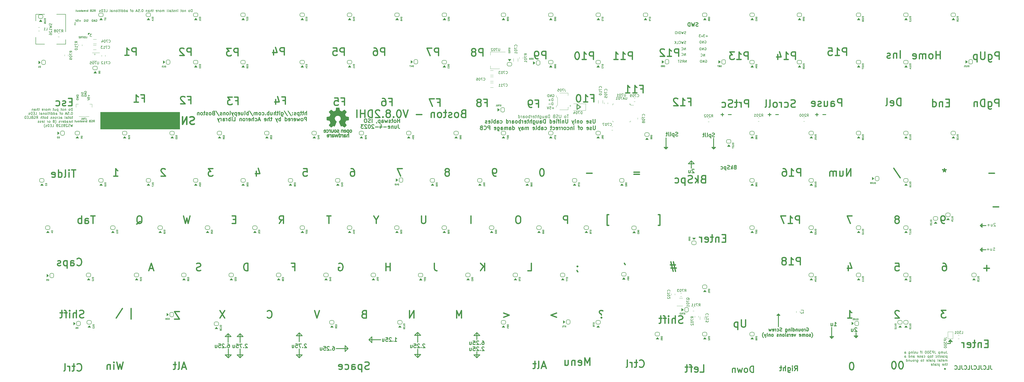
<source format=gbr>
G04 #@! TF.GenerationSoftware,KiCad,Pcbnew,7.0.2*
G04 #@! TF.CreationDate,2023-06-04T01:27:27-04:00*
G04 #@! TF.ProjectId,Boston-keyboard-V082DHI,426f7374-6f6e-42d6-9b65-79626f617264,rev?*
G04 #@! TF.SameCoordinates,Original*
G04 #@! TF.FileFunction,Legend,Bot*
G04 #@! TF.FilePolarity,Positive*
%FSLAX46Y46*%
G04 Gerber Fmt 4.6, Leading zero omitted, Abs format (unit mm)*
G04 Created by KiCad (PCBNEW 7.0.2) date 2023-06-04 01:27:27*
%MOMM*%
%LPD*%
G01*
G04 APERTURE LIST*
%ADD10C,0.300000*%
%ADD11C,0.120000*%
%ADD12C,0.500000*%
%ADD13C,0.200000*%
%ADD14C,0.600000*%
%ADD15C,0.400000*%
%ADD16C,0.150000*%
%ADD17C,0.160000*%
%ADD18C,0.127000*%
%ADD19C,0.100000*%
%ADD20C,0.010000*%
G04 APERTURE END LIST*
D10*
X323770529Y-89381276D02*
X323770529Y-92357841D01*
X236259518Y-167496878D02*
X238640770Y-167496878D01*
X142200064Y-168746878D02*
X142200064Y-165175000D01*
X237450144Y-168687504D02*
X237450144Y-166306252D01*
X322579903Y-90571902D02*
X323770529Y-89381276D01*
X167190626Y-159829687D02*
X166000000Y-158639061D01*
X237450144Y-158567183D02*
X236259518Y-159757809D01*
X440750000Y-114675000D02*
X440750000Y-116175000D01*
X277750000Y-68675000D02*
X277750000Y-66675000D01*
X238640770Y-167496878D02*
X237450144Y-168687504D01*
X212446998Y-167403170D02*
X214828250Y-167403170D01*
X323770529Y-89381276D02*
X324961155Y-90571902D01*
X440750000Y-124425000D02*
X440750000Y-125925000D01*
X358800000Y-156225000D02*
X358800000Y-151025000D01*
X359400000Y-151625000D02*
X358800000Y-151025000D01*
X238640770Y-167496878D02*
X237450144Y-168687504D01*
X236259518Y-159757809D02*
X238640770Y-159757809D01*
X180895409Y-164986027D02*
X185657913Y-164986027D01*
X185657913Y-164986027D02*
X184467287Y-163795401D01*
X213637624Y-158473475D02*
X212446998Y-159664101D01*
X314300000Y-83925000D02*
X312800000Y-83925000D01*
X167203210Y-167520313D02*
X166012584Y-168710939D01*
X380250000Y-160925000D02*
X379500000Y-160175000D01*
X213637624Y-168593796D02*
X212446998Y-167403170D01*
X237450144Y-168687504D02*
X236259518Y-167496878D01*
X138628186Y-167556252D02*
X137437560Y-168746878D01*
X137437560Y-168746878D02*
X137437560Y-165175000D01*
X236259518Y-167496878D02*
X238640770Y-167496878D01*
X143381252Y-160175000D02*
X142190626Y-158984374D01*
X195182921Y-160223523D02*
X195182921Y-162604775D01*
X440000000Y-125175000D02*
X440750000Y-124425000D01*
X212446998Y-159664101D02*
X214828250Y-159664101D01*
X379500000Y-160175000D02*
X381000000Y-160175000D01*
X358200000Y-151625000D02*
X359400000Y-151625000D01*
X236259518Y-159757809D02*
X238640770Y-159757809D01*
X137428122Y-158984374D02*
X136237496Y-160175000D01*
X141000000Y-160175000D02*
X143381252Y-160175000D01*
X442250000Y-125175000D02*
X440000000Y-125175000D01*
X380250000Y-160925000D02*
X380250000Y-156425000D01*
X238640770Y-159757809D02*
X237450144Y-158567183D01*
X238640770Y-159757809D02*
X237450144Y-158567183D01*
X214828250Y-159664101D02*
X213637624Y-158473475D01*
X193992295Y-161414149D02*
X198754799Y-161414149D01*
X332750000Y-80325000D02*
X332750000Y-84675000D01*
X138618748Y-160175000D02*
X137428122Y-158984374D01*
X313550000Y-80175000D02*
X313550000Y-84675000D01*
X142190626Y-158984374D02*
X141000000Y-160175000D01*
X164809374Y-159829687D02*
X167190626Y-159829687D01*
X332000000Y-83925000D02*
X333500000Y-83925000D01*
X333500000Y-83925000D02*
X332750000Y-84675000D01*
X390000000Y-160675000D02*
X390750000Y-159925000D01*
X137428122Y-158984374D02*
X137428122Y-162556252D01*
X440000000Y-115425000D02*
X440500000Y-114925000D01*
X166000000Y-158639061D02*
X164809374Y-159829687D01*
X142200064Y-168746878D02*
X141009438Y-167556252D01*
X193992295Y-161414149D02*
X195182921Y-162604775D01*
X358800000Y-151025000D02*
X358200000Y-151625000D01*
X184467287Y-163795401D02*
X184467287Y-166176653D01*
X166012584Y-168710939D02*
X164821958Y-167520313D01*
X166012584Y-168710939D02*
X166012584Y-165139061D01*
X141009438Y-167556252D02*
X143390690Y-167556252D01*
X389250000Y-159925000D02*
X390000000Y-160675000D01*
X440750000Y-116175000D02*
X440000000Y-115425000D01*
X381000000Y-160175000D02*
X380250000Y-160925000D01*
X428000000Y-162925000D02*
X428000000Y-161425000D01*
X214828250Y-167403170D02*
X213637624Y-168593796D01*
X440750000Y-125925000D02*
X440000000Y-125175000D01*
X324961155Y-90571902D02*
X322579903Y-90571902D01*
X193992295Y-161414149D02*
X195182921Y-160223523D01*
X279250000Y-67675000D02*
X277750000Y-68675000D01*
X237450144Y-168687504D02*
X237450144Y-166306252D01*
X313550000Y-84675000D02*
X314300000Y-83925000D01*
X332750000Y-84675000D02*
X332000000Y-83925000D01*
X427250000Y-162175000D02*
X428750000Y-162175000D01*
X426750000Y-162925000D02*
X428000000Y-162925000D01*
X428000000Y-161425000D02*
X428750000Y-162175000D01*
X142190626Y-158984374D02*
X142190626Y-162556252D01*
X277750000Y-66675000D02*
X279250000Y-67675000D01*
X136246934Y-167556252D02*
X138628186Y-167556252D01*
X166000000Y-158639061D02*
X166000000Y-162210939D01*
X390000000Y-160675000D02*
X390000000Y-158675000D01*
X237450144Y-158567183D02*
X237450144Y-161349912D01*
X442250000Y-115425000D02*
X440000000Y-115425000D01*
X164821958Y-167520313D02*
X167203210Y-167520313D01*
X312800000Y-83925000D02*
X313550000Y-84675000D01*
X213637624Y-168593796D02*
X213637624Y-165256204D01*
X390750000Y-159925000D02*
X389250000Y-159925000D01*
X184467287Y-166176653D02*
X185657913Y-164986027D01*
X213637624Y-158473475D02*
X213637624Y-162456204D01*
X136237496Y-160175000D02*
X138618748Y-160175000D01*
X237450144Y-158567183D02*
X236259518Y-159757809D01*
X440500000Y-114925000D02*
X440750000Y-114675000D01*
X237450144Y-168687504D02*
X236259518Y-167496878D01*
X428000000Y-161425000D02*
X427250000Y-162175000D01*
D11*
X298790625Y-66451875D02*
X299250625Y-66891875D01*
D10*
X237450144Y-158567183D02*
X237450144Y-161349912D01*
D11*
X83955489Y-46500000D02*
G75*
G03*
X83955489Y-46500000I-230489J0D01*
G01*
D10*
X137437560Y-168746878D02*
X136246934Y-167556252D01*
X143390690Y-167556252D02*
X142200064Y-168746878D01*
D12*
X318642857Y-47312857D02*
X318642857Y-44312857D01*
X318642857Y-44312857D02*
X317500000Y-44312857D01*
X317500000Y-44312857D02*
X317214285Y-44455714D01*
X317214285Y-44455714D02*
X317071428Y-44598571D01*
X317071428Y-44598571D02*
X316928571Y-44884285D01*
X316928571Y-44884285D02*
X316928571Y-45312857D01*
X316928571Y-45312857D02*
X317071428Y-45598571D01*
X317071428Y-45598571D02*
X317214285Y-45741428D01*
X317214285Y-45741428D02*
X317500000Y-45884285D01*
X317500000Y-45884285D02*
X318642857Y-45884285D01*
X314071428Y-47312857D02*
X315785714Y-47312857D01*
X314928571Y-47312857D02*
X314928571Y-44312857D01*
X314928571Y-44312857D02*
X315214285Y-44741428D01*
X315214285Y-44741428D02*
X315500000Y-45027142D01*
X315500000Y-45027142D02*
X315785714Y-45170000D01*
X312928571Y-44598571D02*
X312785714Y-44455714D01*
X312785714Y-44455714D02*
X312500000Y-44312857D01*
X312500000Y-44312857D02*
X311785714Y-44312857D01*
X311785714Y-44312857D02*
X311500000Y-44455714D01*
X311500000Y-44455714D02*
X311357142Y-44598571D01*
X311357142Y-44598571D02*
X311214285Y-44884285D01*
X311214285Y-44884285D02*
X311214285Y-45170000D01*
X311214285Y-45170000D02*
X311357142Y-45598571D01*
X311357142Y-45598571D02*
X313071428Y-47312857D01*
X313071428Y-47312857D02*
X311214285Y-47312857D01*
X131293749Y-92531607D02*
X129436606Y-92531607D01*
X129436606Y-92531607D02*
X130436606Y-93674464D01*
X130436606Y-93674464D02*
X130008035Y-93674464D01*
X130008035Y-93674464D02*
X129722321Y-93817321D01*
X129722321Y-93817321D02*
X129579463Y-93960178D01*
X129579463Y-93960178D02*
X129436606Y-94245892D01*
X129436606Y-94245892D02*
X129436606Y-94960178D01*
X129436606Y-94960178D02*
X129579463Y-95245892D01*
X129579463Y-95245892D02*
X129722321Y-95388750D01*
X129722321Y-95388750D02*
X130008035Y-95531607D01*
X130008035Y-95531607D02*
X130865178Y-95531607D01*
X130865178Y-95531607D02*
X131150892Y-95388750D01*
X131150892Y-95388750D02*
X131293749Y-95245892D01*
D13*
X329417529Y-48847738D02*
X329512767Y-48800119D01*
X329512767Y-48800119D02*
X329655624Y-48800119D01*
X329655624Y-48800119D02*
X329798481Y-48847738D01*
X329798481Y-48847738D02*
X329893719Y-48942976D01*
X329893719Y-48942976D02*
X329941338Y-49038214D01*
X329941338Y-49038214D02*
X329988957Y-49228690D01*
X329988957Y-49228690D02*
X329988957Y-49371547D01*
X329988957Y-49371547D02*
X329941338Y-49562023D01*
X329941338Y-49562023D02*
X329893719Y-49657261D01*
X329893719Y-49657261D02*
X329798481Y-49752500D01*
X329798481Y-49752500D02*
X329655624Y-49800119D01*
X329655624Y-49800119D02*
X329560386Y-49800119D01*
X329560386Y-49800119D02*
X329417529Y-49752500D01*
X329417529Y-49752500D02*
X329369910Y-49704880D01*
X329369910Y-49704880D02*
X329369910Y-49371547D01*
X329369910Y-49371547D02*
X329560386Y-49371547D01*
X328941338Y-49800119D02*
X328941338Y-48800119D01*
X328941338Y-48800119D02*
X328369910Y-49800119D01*
X328369910Y-49800119D02*
X328369910Y-48800119D01*
X327893719Y-49800119D02*
X327893719Y-48800119D01*
X327893719Y-48800119D02*
X327655624Y-48800119D01*
X327655624Y-48800119D02*
X327512767Y-48847738D01*
X327512767Y-48847738D02*
X327417529Y-48942976D01*
X327417529Y-48942976D02*
X327369910Y-49038214D01*
X327369910Y-49038214D02*
X327322291Y-49228690D01*
X327322291Y-49228690D02*
X327322291Y-49371547D01*
X327322291Y-49371547D02*
X327369910Y-49562023D01*
X327369910Y-49562023D02*
X327417529Y-49657261D01*
X327417529Y-49657261D02*
X327512767Y-49752500D01*
X327512767Y-49752500D02*
X327655624Y-49800119D01*
X327655624Y-49800119D02*
X327893719Y-49800119D01*
D12*
X231306249Y-152681607D02*
X231306249Y-149681607D01*
X231306249Y-149681607D02*
X230306249Y-151824464D01*
X230306249Y-151824464D02*
X229306249Y-149681607D01*
X229306249Y-149681607D02*
X229306249Y-152681607D01*
X386611606Y-152681607D02*
X388325892Y-152681607D01*
X387468749Y-152681607D02*
X387468749Y-149681607D01*
X387468749Y-149681607D02*
X387754463Y-150110178D01*
X387754463Y-150110178D02*
X388040178Y-150395892D01*
X388040178Y-150395892D02*
X388325892Y-150538750D01*
D13*
X321441338Y-47050119D02*
X321441338Y-46050119D01*
X321441338Y-46050119D02*
X320869910Y-47050119D01*
X320869910Y-47050119D02*
X320869910Y-46050119D01*
X319822291Y-46954880D02*
X319869910Y-47002500D01*
X319869910Y-47002500D02*
X320012767Y-47050119D01*
X320012767Y-47050119D02*
X320108005Y-47050119D01*
X320108005Y-47050119D02*
X320250862Y-47002500D01*
X320250862Y-47002500D02*
X320346100Y-46907261D01*
X320346100Y-46907261D02*
X320393719Y-46812023D01*
X320393719Y-46812023D02*
X320441338Y-46621547D01*
X320441338Y-46621547D02*
X320441338Y-46478690D01*
X320441338Y-46478690D02*
X320393719Y-46288214D01*
X320393719Y-46288214D02*
X320346100Y-46192976D01*
X320346100Y-46192976D02*
X320250862Y-46097738D01*
X320250862Y-46097738D02*
X320108005Y-46050119D01*
X320108005Y-46050119D02*
X320012767Y-46050119D01*
X320012767Y-46050119D02*
X319869910Y-46097738D01*
X319869910Y-46097738D02*
X319822291Y-46145357D01*
D12*
X222089285Y-47012857D02*
X222089285Y-44012857D01*
X222089285Y-44012857D02*
X220946428Y-44012857D01*
X220946428Y-44012857D02*
X220660713Y-44155714D01*
X220660713Y-44155714D02*
X220517856Y-44298571D01*
X220517856Y-44298571D02*
X220374999Y-44584285D01*
X220374999Y-44584285D02*
X220374999Y-45012857D01*
X220374999Y-45012857D02*
X220517856Y-45298571D01*
X220517856Y-45298571D02*
X220660713Y-45441428D01*
X220660713Y-45441428D02*
X220946428Y-45584285D01*
X220946428Y-45584285D02*
X222089285Y-45584285D01*
X219374999Y-44012857D02*
X217374999Y-44012857D01*
X217374999Y-44012857D02*
X218660713Y-47012857D01*
X76109999Y-93007857D02*
X74395714Y-93007857D01*
X75252856Y-96007857D02*
X75252856Y-93007857D01*
X73395714Y-96007857D02*
X73395714Y-94007857D01*
X73395714Y-93007857D02*
X73538571Y-93150714D01*
X73538571Y-93150714D02*
X73395714Y-93293571D01*
X73395714Y-93293571D02*
X73252857Y-93150714D01*
X73252857Y-93150714D02*
X73395714Y-93007857D01*
X73395714Y-93007857D02*
X73395714Y-93293571D01*
X71538571Y-96007857D02*
X71824286Y-95865000D01*
X71824286Y-95865000D02*
X71967143Y-95579285D01*
X71967143Y-95579285D02*
X71967143Y-93007857D01*
X69110000Y-96007857D02*
X69110000Y-93007857D01*
X69110000Y-95865000D02*
X69395714Y-96007857D01*
X69395714Y-96007857D02*
X69967142Y-96007857D01*
X69967142Y-96007857D02*
X70252857Y-95865000D01*
X70252857Y-95865000D02*
X70395714Y-95722142D01*
X70395714Y-95722142D02*
X70538571Y-95436428D01*
X70538571Y-95436428D02*
X70538571Y-94579285D01*
X70538571Y-94579285D02*
X70395714Y-94293571D01*
X70395714Y-94293571D02*
X70252857Y-94150714D01*
X70252857Y-94150714D02*
X69967142Y-94007857D01*
X69967142Y-94007857D02*
X69395714Y-94007857D01*
X69395714Y-94007857D02*
X69110000Y-94150714D01*
X66538571Y-95865000D02*
X66824285Y-96007857D01*
X66824285Y-96007857D02*
X67395714Y-96007857D01*
X67395714Y-96007857D02*
X67681428Y-95865000D01*
X67681428Y-95865000D02*
X67824285Y-95579285D01*
X67824285Y-95579285D02*
X67824285Y-94436428D01*
X67824285Y-94436428D02*
X67681428Y-94150714D01*
X67681428Y-94150714D02*
X67395714Y-94007857D01*
X67395714Y-94007857D02*
X66824285Y-94007857D01*
X66824285Y-94007857D02*
X66538571Y-94150714D01*
X66538571Y-94150714D02*
X66395714Y-94436428D01*
X66395714Y-94436428D02*
X66395714Y-94722142D01*
X66395714Y-94722142D02*
X67824285Y-95007857D01*
D13*
X122961904Y-29387619D02*
X122961904Y-28387619D01*
X122961904Y-28387619D02*
X122723809Y-28387619D01*
X122723809Y-28387619D02*
X122580952Y-28435238D01*
X122580952Y-28435238D02*
X122485714Y-28530476D01*
X122485714Y-28530476D02*
X122438095Y-28625714D01*
X122438095Y-28625714D02*
X122390476Y-28816190D01*
X122390476Y-28816190D02*
X122390476Y-28959047D01*
X122390476Y-28959047D02*
X122438095Y-29149523D01*
X122438095Y-29149523D02*
X122485714Y-29244761D01*
X122485714Y-29244761D02*
X122580952Y-29340000D01*
X122580952Y-29340000D02*
X122723809Y-29387619D01*
X122723809Y-29387619D02*
X122961904Y-29387619D01*
X121819047Y-29387619D02*
X121914285Y-29340000D01*
X121914285Y-29340000D02*
X121961904Y-29292380D01*
X121961904Y-29292380D02*
X122009523Y-29197142D01*
X122009523Y-29197142D02*
X122009523Y-28911428D01*
X122009523Y-28911428D02*
X121961904Y-28816190D01*
X121961904Y-28816190D02*
X121914285Y-28768571D01*
X121914285Y-28768571D02*
X121819047Y-28720952D01*
X121819047Y-28720952D02*
X121676190Y-28720952D01*
X121676190Y-28720952D02*
X121580952Y-28768571D01*
X121580952Y-28768571D02*
X121533333Y-28816190D01*
X121533333Y-28816190D02*
X121485714Y-28911428D01*
X121485714Y-28911428D02*
X121485714Y-29197142D01*
X121485714Y-29197142D02*
X121533333Y-29292380D01*
X121533333Y-29292380D02*
X121580952Y-29340000D01*
X121580952Y-29340000D02*
X121676190Y-29387619D01*
X121676190Y-29387619D02*
X121819047Y-29387619D01*
X120295237Y-28720952D02*
X120295237Y-29387619D01*
X120295237Y-28816190D02*
X120247618Y-28768571D01*
X120247618Y-28768571D02*
X120152380Y-28720952D01*
X120152380Y-28720952D02*
X120009523Y-28720952D01*
X120009523Y-28720952D02*
X119914285Y-28768571D01*
X119914285Y-28768571D02*
X119866666Y-28863809D01*
X119866666Y-28863809D02*
X119866666Y-29387619D01*
X119247618Y-29387619D02*
X119342856Y-29340000D01*
X119342856Y-29340000D02*
X119390475Y-29292380D01*
X119390475Y-29292380D02*
X119438094Y-29197142D01*
X119438094Y-29197142D02*
X119438094Y-28911428D01*
X119438094Y-28911428D02*
X119390475Y-28816190D01*
X119390475Y-28816190D02*
X119342856Y-28768571D01*
X119342856Y-28768571D02*
X119247618Y-28720952D01*
X119247618Y-28720952D02*
X119104761Y-28720952D01*
X119104761Y-28720952D02*
X119009523Y-28768571D01*
X119009523Y-28768571D02*
X118961904Y-28816190D01*
X118961904Y-28816190D02*
X118914285Y-28911428D01*
X118914285Y-28911428D02*
X118914285Y-29197142D01*
X118914285Y-29197142D02*
X118961904Y-29292380D01*
X118961904Y-29292380D02*
X119009523Y-29340000D01*
X119009523Y-29340000D02*
X119104761Y-29387619D01*
X119104761Y-29387619D02*
X119247618Y-29387619D01*
X118628570Y-28720952D02*
X118247618Y-28720952D01*
X118485713Y-28387619D02*
X118485713Y-29244761D01*
X118485713Y-29244761D02*
X118438094Y-29340000D01*
X118438094Y-29340000D02*
X118342856Y-29387619D01*
X118342856Y-29387619D02*
X118247618Y-29387619D01*
X117152379Y-29387619D02*
X117152379Y-28720952D01*
X117152379Y-28387619D02*
X117199998Y-28435238D01*
X117199998Y-28435238D02*
X117152379Y-28482857D01*
X117152379Y-28482857D02*
X117104760Y-28435238D01*
X117104760Y-28435238D02*
X117152379Y-28387619D01*
X117152379Y-28387619D02*
X117152379Y-28482857D01*
X116676189Y-28720952D02*
X116676189Y-29387619D01*
X116676189Y-28816190D02*
X116628570Y-28768571D01*
X116628570Y-28768571D02*
X116533332Y-28720952D01*
X116533332Y-28720952D02*
X116390475Y-28720952D01*
X116390475Y-28720952D02*
X116295237Y-28768571D01*
X116295237Y-28768571D02*
X116247618Y-28863809D01*
X116247618Y-28863809D02*
X116247618Y-29387619D01*
X115819046Y-29340000D02*
X115723808Y-29387619D01*
X115723808Y-29387619D02*
X115533332Y-29387619D01*
X115533332Y-29387619D02*
X115438094Y-29340000D01*
X115438094Y-29340000D02*
X115390475Y-29244761D01*
X115390475Y-29244761D02*
X115390475Y-29197142D01*
X115390475Y-29197142D02*
X115438094Y-29101904D01*
X115438094Y-29101904D02*
X115533332Y-29054285D01*
X115533332Y-29054285D02*
X115676189Y-29054285D01*
X115676189Y-29054285D02*
X115771427Y-29006666D01*
X115771427Y-29006666D02*
X115819046Y-28911428D01*
X115819046Y-28911428D02*
X115819046Y-28863809D01*
X115819046Y-28863809D02*
X115771427Y-28768571D01*
X115771427Y-28768571D02*
X115676189Y-28720952D01*
X115676189Y-28720952D02*
X115533332Y-28720952D01*
X115533332Y-28720952D02*
X115438094Y-28768571D01*
X115104760Y-28720952D02*
X114723808Y-28720952D01*
X114961903Y-28387619D02*
X114961903Y-29244761D01*
X114961903Y-29244761D02*
X114914284Y-29340000D01*
X114914284Y-29340000D02*
X114819046Y-29387619D01*
X114819046Y-29387619D02*
X114723808Y-29387619D01*
X113961903Y-29387619D02*
X113961903Y-28863809D01*
X113961903Y-28863809D02*
X114009522Y-28768571D01*
X114009522Y-28768571D02*
X114104760Y-28720952D01*
X114104760Y-28720952D02*
X114295236Y-28720952D01*
X114295236Y-28720952D02*
X114390474Y-28768571D01*
X113961903Y-29340000D02*
X114057141Y-29387619D01*
X114057141Y-29387619D02*
X114295236Y-29387619D01*
X114295236Y-29387619D02*
X114390474Y-29340000D01*
X114390474Y-29340000D02*
X114438093Y-29244761D01*
X114438093Y-29244761D02*
X114438093Y-29149523D01*
X114438093Y-29149523D02*
X114390474Y-29054285D01*
X114390474Y-29054285D02*
X114295236Y-29006666D01*
X114295236Y-29006666D02*
X114057141Y-29006666D01*
X114057141Y-29006666D02*
X113961903Y-28959047D01*
X113342855Y-29387619D02*
X113438093Y-29340000D01*
X113438093Y-29340000D02*
X113485712Y-29244761D01*
X113485712Y-29244761D02*
X113485712Y-28387619D01*
X112819045Y-29387619D02*
X112914283Y-29340000D01*
X112914283Y-29340000D02*
X112961902Y-29244761D01*
X112961902Y-29244761D02*
X112961902Y-28387619D01*
X111676187Y-29387619D02*
X111676187Y-28720952D01*
X111676187Y-28816190D02*
X111628568Y-28768571D01*
X111628568Y-28768571D02*
X111533330Y-28720952D01*
X111533330Y-28720952D02*
X111390473Y-28720952D01*
X111390473Y-28720952D02*
X111295235Y-28768571D01*
X111295235Y-28768571D02*
X111247616Y-28863809D01*
X111247616Y-28863809D02*
X111247616Y-29387619D01*
X111247616Y-28863809D02*
X111199997Y-28768571D01*
X111199997Y-28768571D02*
X111104759Y-28720952D01*
X111104759Y-28720952D02*
X110961902Y-28720952D01*
X110961902Y-28720952D02*
X110866663Y-28768571D01*
X110866663Y-28768571D02*
X110819044Y-28863809D01*
X110819044Y-28863809D02*
X110819044Y-29387619D01*
X110199997Y-29387619D02*
X110295235Y-29340000D01*
X110295235Y-29340000D02*
X110342854Y-29292380D01*
X110342854Y-29292380D02*
X110390473Y-29197142D01*
X110390473Y-29197142D02*
X110390473Y-28911428D01*
X110390473Y-28911428D02*
X110342854Y-28816190D01*
X110342854Y-28816190D02*
X110295235Y-28768571D01*
X110295235Y-28768571D02*
X110199997Y-28720952D01*
X110199997Y-28720952D02*
X110057140Y-28720952D01*
X110057140Y-28720952D02*
X109961902Y-28768571D01*
X109961902Y-28768571D02*
X109914283Y-28816190D01*
X109914283Y-28816190D02*
X109866664Y-28911428D01*
X109866664Y-28911428D02*
X109866664Y-29197142D01*
X109866664Y-29197142D02*
X109914283Y-29292380D01*
X109914283Y-29292380D02*
X109961902Y-29340000D01*
X109961902Y-29340000D02*
X110057140Y-29387619D01*
X110057140Y-29387619D02*
X110199997Y-29387619D01*
X109438092Y-29387619D02*
X109438092Y-28720952D01*
X109438092Y-28911428D02*
X109390473Y-28816190D01*
X109390473Y-28816190D02*
X109342854Y-28768571D01*
X109342854Y-28768571D02*
X109247616Y-28720952D01*
X109247616Y-28720952D02*
X109152378Y-28720952D01*
X108438092Y-29340000D02*
X108533330Y-29387619D01*
X108533330Y-29387619D02*
X108723806Y-29387619D01*
X108723806Y-29387619D02*
X108819044Y-29340000D01*
X108819044Y-29340000D02*
X108866663Y-29244761D01*
X108866663Y-29244761D02*
X108866663Y-28863809D01*
X108866663Y-28863809D02*
X108819044Y-28768571D01*
X108819044Y-28768571D02*
X108723806Y-28720952D01*
X108723806Y-28720952D02*
X108533330Y-28720952D01*
X108533330Y-28720952D02*
X108438092Y-28768571D01*
X108438092Y-28768571D02*
X108390473Y-28863809D01*
X108390473Y-28863809D02*
X108390473Y-28959047D01*
X108390473Y-28959047D02*
X108866663Y-29054285D01*
X107342853Y-28720952D02*
X106961901Y-28720952D01*
X107199996Y-28387619D02*
X107199996Y-29244761D01*
X107199996Y-29244761D02*
X107152377Y-29340000D01*
X107152377Y-29340000D02*
X107057139Y-29387619D01*
X107057139Y-29387619D02*
X106961901Y-29387619D01*
X106628567Y-29387619D02*
X106628567Y-28387619D01*
X106199996Y-29387619D02*
X106199996Y-28863809D01*
X106199996Y-28863809D02*
X106247615Y-28768571D01*
X106247615Y-28768571D02*
X106342853Y-28720952D01*
X106342853Y-28720952D02*
X106485710Y-28720952D01*
X106485710Y-28720952D02*
X106580948Y-28768571D01*
X106580948Y-28768571D02*
X106628567Y-28816190D01*
X105295234Y-29387619D02*
X105295234Y-28863809D01*
X105295234Y-28863809D02*
X105342853Y-28768571D01*
X105342853Y-28768571D02*
X105438091Y-28720952D01*
X105438091Y-28720952D02*
X105628567Y-28720952D01*
X105628567Y-28720952D02*
X105723805Y-28768571D01*
X105295234Y-29340000D02*
X105390472Y-29387619D01*
X105390472Y-29387619D02*
X105628567Y-29387619D01*
X105628567Y-29387619D02*
X105723805Y-29340000D01*
X105723805Y-29340000D02*
X105771424Y-29244761D01*
X105771424Y-29244761D02*
X105771424Y-29149523D01*
X105771424Y-29149523D02*
X105723805Y-29054285D01*
X105723805Y-29054285D02*
X105628567Y-29006666D01*
X105628567Y-29006666D02*
X105390472Y-29006666D01*
X105390472Y-29006666D02*
X105295234Y-28959047D01*
X104819043Y-28720952D02*
X104819043Y-29387619D01*
X104819043Y-28816190D02*
X104771424Y-28768571D01*
X104771424Y-28768571D02*
X104676186Y-28720952D01*
X104676186Y-28720952D02*
X104533329Y-28720952D01*
X104533329Y-28720952D02*
X104438091Y-28768571D01*
X104438091Y-28768571D02*
X104390472Y-28863809D01*
X104390472Y-28863809D02*
X104390472Y-29387619D01*
X102961900Y-28387619D02*
X102866662Y-28387619D01*
X102866662Y-28387619D02*
X102771424Y-28435238D01*
X102771424Y-28435238D02*
X102723805Y-28482857D01*
X102723805Y-28482857D02*
X102676186Y-28578095D01*
X102676186Y-28578095D02*
X102628567Y-28768571D01*
X102628567Y-28768571D02*
X102628567Y-29006666D01*
X102628567Y-29006666D02*
X102676186Y-29197142D01*
X102676186Y-29197142D02*
X102723805Y-29292380D01*
X102723805Y-29292380D02*
X102771424Y-29340000D01*
X102771424Y-29340000D02*
X102866662Y-29387619D01*
X102866662Y-29387619D02*
X102961900Y-29387619D01*
X102961900Y-29387619D02*
X103057138Y-29340000D01*
X103057138Y-29340000D02*
X103104757Y-29292380D01*
X103104757Y-29292380D02*
X103152376Y-29197142D01*
X103152376Y-29197142D02*
X103199995Y-29006666D01*
X103199995Y-29006666D02*
X103199995Y-28768571D01*
X103199995Y-28768571D02*
X103152376Y-28578095D01*
X103152376Y-28578095D02*
X103104757Y-28482857D01*
X103104757Y-28482857D02*
X103057138Y-28435238D01*
X103057138Y-28435238D02*
X102961900Y-28387619D01*
X102199995Y-29292380D02*
X102152376Y-29340000D01*
X102152376Y-29340000D02*
X102199995Y-29387619D01*
X102199995Y-29387619D02*
X102247614Y-29340000D01*
X102247614Y-29340000D02*
X102199995Y-29292380D01*
X102199995Y-29292380D02*
X102199995Y-29387619D01*
X101247615Y-28387619D02*
X101723805Y-28387619D01*
X101723805Y-28387619D02*
X101771424Y-28863809D01*
X101771424Y-28863809D02*
X101723805Y-28816190D01*
X101723805Y-28816190D02*
X101628567Y-28768571D01*
X101628567Y-28768571D02*
X101390472Y-28768571D01*
X101390472Y-28768571D02*
X101295234Y-28816190D01*
X101295234Y-28816190D02*
X101247615Y-28863809D01*
X101247615Y-28863809D02*
X101199996Y-28959047D01*
X101199996Y-28959047D02*
X101199996Y-29197142D01*
X101199996Y-29197142D02*
X101247615Y-29292380D01*
X101247615Y-29292380D02*
X101295234Y-29340000D01*
X101295234Y-29340000D02*
X101390472Y-29387619D01*
X101390472Y-29387619D02*
X101628567Y-29387619D01*
X101628567Y-29387619D02*
X101723805Y-29340000D01*
X101723805Y-29340000D02*
X101771424Y-29292380D01*
X100819043Y-29101904D02*
X100342853Y-29101904D01*
X100914281Y-29387619D02*
X100580948Y-28387619D01*
X100580948Y-28387619D02*
X100247615Y-29387619D01*
X99009519Y-29387619D02*
X99104757Y-29340000D01*
X99104757Y-29340000D02*
X99152376Y-29292380D01*
X99152376Y-29292380D02*
X99199995Y-29197142D01*
X99199995Y-29197142D02*
X99199995Y-28911428D01*
X99199995Y-28911428D02*
X99152376Y-28816190D01*
X99152376Y-28816190D02*
X99104757Y-28768571D01*
X99104757Y-28768571D02*
X99009519Y-28720952D01*
X99009519Y-28720952D02*
X98866662Y-28720952D01*
X98866662Y-28720952D02*
X98771424Y-28768571D01*
X98771424Y-28768571D02*
X98723805Y-28816190D01*
X98723805Y-28816190D02*
X98676186Y-28911428D01*
X98676186Y-28911428D02*
X98676186Y-29197142D01*
X98676186Y-29197142D02*
X98723805Y-29292380D01*
X98723805Y-29292380D02*
X98771424Y-29340000D01*
X98771424Y-29340000D02*
X98866662Y-29387619D01*
X98866662Y-29387619D02*
X99009519Y-29387619D01*
X98390471Y-28720952D02*
X98009519Y-28720952D01*
X98247614Y-29387619D02*
X98247614Y-28530476D01*
X98247614Y-28530476D02*
X98199995Y-28435238D01*
X98199995Y-28435238D02*
X98104757Y-28387619D01*
X98104757Y-28387619D02*
X98009519Y-28387619D01*
X96485709Y-29387619D02*
X96485709Y-28863809D01*
X96485709Y-28863809D02*
X96533328Y-28768571D01*
X96533328Y-28768571D02*
X96628566Y-28720952D01*
X96628566Y-28720952D02*
X96819042Y-28720952D01*
X96819042Y-28720952D02*
X96914280Y-28768571D01*
X96485709Y-29340000D02*
X96580947Y-29387619D01*
X96580947Y-29387619D02*
X96819042Y-29387619D01*
X96819042Y-29387619D02*
X96914280Y-29340000D01*
X96914280Y-29340000D02*
X96961899Y-29244761D01*
X96961899Y-29244761D02*
X96961899Y-29149523D01*
X96961899Y-29149523D02*
X96914280Y-29054285D01*
X96914280Y-29054285D02*
X96819042Y-29006666D01*
X96819042Y-29006666D02*
X96580947Y-29006666D01*
X96580947Y-29006666D02*
X96485709Y-28959047D01*
X95580947Y-29387619D02*
X95580947Y-28387619D01*
X95580947Y-29340000D02*
X95676185Y-29387619D01*
X95676185Y-29387619D02*
X95866661Y-29387619D01*
X95866661Y-29387619D02*
X95961899Y-29340000D01*
X95961899Y-29340000D02*
X96009518Y-29292380D01*
X96009518Y-29292380D02*
X96057137Y-29197142D01*
X96057137Y-29197142D02*
X96057137Y-28911428D01*
X96057137Y-28911428D02*
X96009518Y-28816190D01*
X96009518Y-28816190D02*
X95961899Y-28768571D01*
X95961899Y-28768571D02*
X95866661Y-28720952D01*
X95866661Y-28720952D02*
X95676185Y-28720952D01*
X95676185Y-28720952D02*
X95580947Y-28768571D01*
X94676185Y-29387619D02*
X94676185Y-28387619D01*
X94676185Y-29340000D02*
X94771423Y-29387619D01*
X94771423Y-29387619D02*
X94961899Y-29387619D01*
X94961899Y-29387619D02*
X95057137Y-29340000D01*
X95057137Y-29340000D02*
X95104756Y-29292380D01*
X95104756Y-29292380D02*
X95152375Y-29197142D01*
X95152375Y-29197142D02*
X95152375Y-28911428D01*
X95152375Y-28911428D02*
X95104756Y-28816190D01*
X95104756Y-28816190D02*
X95057137Y-28768571D01*
X95057137Y-28768571D02*
X94961899Y-28720952D01*
X94961899Y-28720952D02*
X94771423Y-28720952D01*
X94771423Y-28720952D02*
X94676185Y-28768571D01*
X94199994Y-29387619D02*
X94199994Y-28720952D01*
X94199994Y-28387619D02*
X94247613Y-28435238D01*
X94247613Y-28435238D02*
X94199994Y-28482857D01*
X94199994Y-28482857D02*
X94152375Y-28435238D01*
X94152375Y-28435238D02*
X94199994Y-28387619D01*
X94199994Y-28387619D02*
X94199994Y-28482857D01*
X93866661Y-28720952D02*
X93485709Y-28720952D01*
X93723804Y-28387619D02*
X93723804Y-29244761D01*
X93723804Y-29244761D02*
X93676185Y-29340000D01*
X93676185Y-29340000D02*
X93580947Y-29387619D01*
X93580947Y-29387619D02*
X93485709Y-29387619D01*
X93152375Y-29387619D02*
X93152375Y-28720952D01*
X93152375Y-28387619D02*
X93199994Y-28435238D01*
X93199994Y-28435238D02*
X93152375Y-28482857D01*
X93152375Y-28482857D02*
X93104756Y-28435238D01*
X93104756Y-28435238D02*
X93152375Y-28387619D01*
X93152375Y-28387619D02*
X93152375Y-28482857D01*
X92533328Y-29387619D02*
X92628566Y-29340000D01*
X92628566Y-29340000D02*
X92676185Y-29292380D01*
X92676185Y-29292380D02*
X92723804Y-29197142D01*
X92723804Y-29197142D02*
X92723804Y-28911428D01*
X92723804Y-28911428D02*
X92676185Y-28816190D01*
X92676185Y-28816190D02*
X92628566Y-28768571D01*
X92628566Y-28768571D02*
X92533328Y-28720952D01*
X92533328Y-28720952D02*
X92390471Y-28720952D01*
X92390471Y-28720952D02*
X92295233Y-28768571D01*
X92295233Y-28768571D02*
X92247614Y-28816190D01*
X92247614Y-28816190D02*
X92199995Y-28911428D01*
X92199995Y-28911428D02*
X92199995Y-29197142D01*
X92199995Y-29197142D02*
X92247614Y-29292380D01*
X92247614Y-29292380D02*
X92295233Y-29340000D01*
X92295233Y-29340000D02*
X92390471Y-29387619D01*
X92390471Y-29387619D02*
X92533328Y-29387619D01*
X91771423Y-28720952D02*
X91771423Y-29387619D01*
X91771423Y-28816190D02*
X91723804Y-28768571D01*
X91723804Y-28768571D02*
X91628566Y-28720952D01*
X91628566Y-28720952D02*
X91485709Y-28720952D01*
X91485709Y-28720952D02*
X91390471Y-28768571D01*
X91390471Y-28768571D02*
X91342852Y-28863809D01*
X91342852Y-28863809D02*
X91342852Y-29387619D01*
X90438090Y-29387619D02*
X90438090Y-28863809D01*
X90438090Y-28863809D02*
X90485709Y-28768571D01*
X90485709Y-28768571D02*
X90580947Y-28720952D01*
X90580947Y-28720952D02*
X90771423Y-28720952D01*
X90771423Y-28720952D02*
X90866661Y-28768571D01*
X90438090Y-29340000D02*
X90533328Y-29387619D01*
X90533328Y-29387619D02*
X90771423Y-29387619D01*
X90771423Y-29387619D02*
X90866661Y-29340000D01*
X90866661Y-29340000D02*
X90914280Y-29244761D01*
X90914280Y-29244761D02*
X90914280Y-29149523D01*
X90914280Y-29149523D02*
X90866661Y-29054285D01*
X90866661Y-29054285D02*
X90771423Y-29006666D01*
X90771423Y-29006666D02*
X90533328Y-29006666D01*
X90533328Y-29006666D02*
X90438090Y-28959047D01*
X89819042Y-29387619D02*
X89914280Y-29340000D01*
X89914280Y-29340000D02*
X89961899Y-29244761D01*
X89961899Y-29244761D02*
X89961899Y-28387619D01*
X88199994Y-29387619D02*
X88676184Y-29387619D01*
X88676184Y-29387619D02*
X88676184Y-28387619D01*
X87866660Y-28863809D02*
X87533327Y-28863809D01*
X87390470Y-29387619D02*
X87866660Y-29387619D01*
X87866660Y-29387619D02*
X87866660Y-28387619D01*
X87866660Y-28387619D02*
X87390470Y-28387619D01*
X86961898Y-29387619D02*
X86961898Y-28387619D01*
X86961898Y-28387619D02*
X86723803Y-28387619D01*
X86723803Y-28387619D02*
X86580946Y-28435238D01*
X86580946Y-28435238D02*
X86485708Y-28530476D01*
X86485708Y-28530476D02*
X86438089Y-28625714D01*
X86438089Y-28625714D02*
X86390470Y-28816190D01*
X86390470Y-28816190D02*
X86390470Y-28959047D01*
X86390470Y-28959047D02*
X86438089Y-29149523D01*
X86438089Y-29149523D02*
X86485708Y-29244761D01*
X86485708Y-29244761D02*
X86580946Y-29340000D01*
X86580946Y-29340000D02*
X86723803Y-29387619D01*
X86723803Y-29387619D02*
X86961898Y-29387619D01*
X86009517Y-29340000D02*
X85914279Y-29387619D01*
X85914279Y-29387619D02*
X85723803Y-29387619D01*
X85723803Y-29387619D02*
X85628565Y-29340000D01*
X85628565Y-29340000D02*
X85580946Y-29244761D01*
X85580946Y-29244761D02*
X85580946Y-29197142D01*
X85580946Y-29197142D02*
X85628565Y-29101904D01*
X85628565Y-29101904D02*
X85723803Y-29054285D01*
X85723803Y-29054285D02*
X85866660Y-29054285D01*
X85866660Y-29054285D02*
X85961898Y-29006666D01*
X85961898Y-29006666D02*
X86009517Y-28911428D01*
X86009517Y-28911428D02*
X86009517Y-28863809D01*
X86009517Y-28863809D02*
X85961898Y-28768571D01*
X85961898Y-28768571D02*
X85866660Y-28720952D01*
X85866660Y-28720952D02*
X85723803Y-28720952D01*
X85723803Y-28720952D02*
X85628565Y-28768571D01*
D12*
X302886607Y-93960178D02*
X300600893Y-93960178D01*
X300600893Y-94817321D02*
X302886607Y-94817321D01*
X303328571Y-60441428D02*
X304328571Y-60441428D01*
X304328571Y-62012857D02*
X304328571Y-59012857D01*
X304328571Y-59012857D02*
X302899999Y-59012857D01*
X300185713Y-62012857D02*
X301899999Y-62012857D01*
X301042856Y-62012857D02*
X301042856Y-59012857D01*
X301042856Y-59012857D02*
X301328570Y-59441428D01*
X301328570Y-59441428D02*
X301614285Y-59727142D01*
X301614285Y-59727142D02*
X301899999Y-59870000D01*
X297328570Y-62012857D02*
X299042856Y-62012857D01*
X298185713Y-62012857D02*
X298185713Y-59012857D01*
X298185713Y-59012857D02*
X298471427Y-59441428D01*
X298471427Y-59441428D02*
X298757142Y-59727142D01*
X298757142Y-59727142D02*
X299042856Y-59870000D01*
D13*
X267961904Y-62705238D02*
X268057142Y-62657619D01*
X268057142Y-62657619D02*
X268199999Y-62657619D01*
X268199999Y-62657619D02*
X268342856Y-62705238D01*
X268342856Y-62705238D02*
X268438094Y-62800476D01*
X268438094Y-62800476D02*
X268485713Y-62895714D01*
X268485713Y-62895714D02*
X268533332Y-63086190D01*
X268533332Y-63086190D02*
X268533332Y-63229047D01*
X268533332Y-63229047D02*
X268485713Y-63419523D01*
X268485713Y-63419523D02*
X268438094Y-63514761D01*
X268438094Y-63514761D02*
X268342856Y-63610000D01*
X268342856Y-63610000D02*
X268199999Y-63657619D01*
X268199999Y-63657619D02*
X268104761Y-63657619D01*
X268104761Y-63657619D02*
X267961904Y-63610000D01*
X267961904Y-63610000D02*
X267914285Y-63562380D01*
X267914285Y-63562380D02*
X267914285Y-63229047D01*
X267914285Y-63229047D02*
X268104761Y-63229047D01*
X267485713Y-63657619D02*
X267485713Y-62657619D01*
X267485713Y-62657619D02*
X266914285Y-63657619D01*
X266914285Y-63657619D02*
X266914285Y-62657619D01*
X266438094Y-63657619D02*
X266438094Y-62657619D01*
X266438094Y-62657619D02*
X266199999Y-62657619D01*
X266199999Y-62657619D02*
X266057142Y-62705238D01*
X266057142Y-62705238D02*
X265961904Y-62800476D01*
X265961904Y-62800476D02*
X265914285Y-62895714D01*
X265914285Y-62895714D02*
X265866666Y-63086190D01*
X265866666Y-63086190D02*
X265866666Y-63229047D01*
X265866666Y-63229047D02*
X265914285Y-63419523D01*
X265914285Y-63419523D02*
X265961904Y-63514761D01*
X265961904Y-63514761D02*
X266057142Y-63610000D01*
X266057142Y-63610000D02*
X266199999Y-63657619D01*
X266199999Y-63657619D02*
X266438094Y-63657619D01*
X268080951Y-65277619D02*
X268080951Y-64277619D01*
X268080951Y-64277619D02*
X267842856Y-64277619D01*
X267842856Y-64277619D02*
X267699999Y-64325238D01*
X267699999Y-64325238D02*
X267604761Y-64420476D01*
X267604761Y-64420476D02*
X267557142Y-64515714D01*
X267557142Y-64515714D02*
X267509523Y-64706190D01*
X267509523Y-64706190D02*
X267509523Y-64849047D01*
X267509523Y-64849047D02*
X267557142Y-65039523D01*
X267557142Y-65039523D02*
X267604761Y-65134761D01*
X267604761Y-65134761D02*
X267699999Y-65230000D01*
X267699999Y-65230000D02*
X267842856Y-65277619D01*
X267842856Y-65277619D02*
X268080951Y-65277619D01*
X267080951Y-64896666D02*
X266319047Y-64896666D01*
X266699999Y-65277619D02*
X266699999Y-64515714D01*
X268080951Y-66897619D02*
X268080951Y-65897619D01*
X268080951Y-65897619D02*
X267842856Y-65897619D01*
X267842856Y-65897619D02*
X267699999Y-65945238D01*
X267699999Y-65945238D02*
X267604761Y-66040476D01*
X267604761Y-66040476D02*
X267557142Y-66135714D01*
X267557142Y-66135714D02*
X267509523Y-66326190D01*
X267509523Y-66326190D02*
X267509523Y-66469047D01*
X267509523Y-66469047D02*
X267557142Y-66659523D01*
X267557142Y-66659523D02*
X267604761Y-66754761D01*
X267604761Y-66754761D02*
X267699999Y-66850000D01*
X267699999Y-66850000D02*
X267842856Y-66897619D01*
X267842856Y-66897619D02*
X268080951Y-66897619D01*
X267080951Y-66516666D02*
X266319047Y-66516666D01*
X268485713Y-68136666D02*
X267723809Y-68136666D01*
X268104761Y-68517619D02*
X268104761Y-67755714D01*
X266771428Y-67517619D02*
X267247618Y-67517619D01*
X267247618Y-67517619D02*
X267295237Y-67993809D01*
X267295237Y-67993809D02*
X267247618Y-67946190D01*
X267247618Y-67946190D02*
X267152380Y-67898571D01*
X267152380Y-67898571D02*
X266914285Y-67898571D01*
X266914285Y-67898571D02*
X266819047Y-67946190D01*
X266819047Y-67946190D02*
X266771428Y-67993809D01*
X266771428Y-67993809D02*
X266723809Y-68089047D01*
X266723809Y-68089047D02*
X266723809Y-68327142D01*
X266723809Y-68327142D02*
X266771428Y-68422380D01*
X266771428Y-68422380D02*
X266819047Y-68470000D01*
X266819047Y-68470000D02*
X266914285Y-68517619D01*
X266914285Y-68517619D02*
X267152380Y-68517619D01*
X267152380Y-68517619D02*
X267247618Y-68470000D01*
X267247618Y-68470000D02*
X267295237Y-68422380D01*
X266438094Y-67517619D02*
X266104761Y-68517619D01*
X266104761Y-68517619D02*
X265771428Y-67517619D01*
D12*
X159390000Y-65071428D02*
X160390000Y-65071428D01*
X160390000Y-66642857D02*
X160390000Y-63642857D01*
X160390000Y-63642857D02*
X158961428Y-63642857D01*
X156532857Y-64642857D02*
X156532857Y-66642857D01*
X157247142Y-63500000D02*
X157961428Y-65642857D01*
X157961428Y-65642857D02*
X156104285Y-65642857D01*
X207493749Y-92531607D02*
X205493749Y-92531607D01*
X205493749Y-92531607D02*
X206779463Y-95531607D01*
X365575000Y-67670000D02*
X365146429Y-67812857D01*
X365146429Y-67812857D02*
X364432143Y-67812857D01*
X364432143Y-67812857D02*
X364146429Y-67670000D01*
X364146429Y-67670000D02*
X364003571Y-67527142D01*
X364003571Y-67527142D02*
X363860714Y-67241428D01*
X363860714Y-67241428D02*
X363860714Y-66955714D01*
X363860714Y-66955714D02*
X364003571Y-66670000D01*
X364003571Y-66670000D02*
X364146429Y-66527142D01*
X364146429Y-66527142D02*
X364432143Y-66384285D01*
X364432143Y-66384285D02*
X365003571Y-66241428D01*
X365003571Y-66241428D02*
X365289286Y-66098571D01*
X365289286Y-66098571D02*
X365432143Y-65955714D01*
X365432143Y-65955714D02*
X365575000Y-65670000D01*
X365575000Y-65670000D02*
X365575000Y-65384285D01*
X365575000Y-65384285D02*
X365432143Y-65098571D01*
X365432143Y-65098571D02*
X365289286Y-64955714D01*
X365289286Y-64955714D02*
X365003571Y-64812857D01*
X365003571Y-64812857D02*
X364289286Y-64812857D01*
X364289286Y-64812857D02*
X363860714Y-64955714D01*
X361289286Y-67670000D02*
X361575000Y-67812857D01*
X361575000Y-67812857D02*
X362146428Y-67812857D01*
X362146428Y-67812857D02*
X362432143Y-67670000D01*
X362432143Y-67670000D02*
X362575000Y-67527142D01*
X362575000Y-67527142D02*
X362717857Y-67241428D01*
X362717857Y-67241428D02*
X362717857Y-66384285D01*
X362717857Y-66384285D02*
X362575000Y-66098571D01*
X362575000Y-66098571D02*
X362432143Y-65955714D01*
X362432143Y-65955714D02*
X362146428Y-65812857D01*
X362146428Y-65812857D02*
X361575000Y-65812857D01*
X361575000Y-65812857D02*
X361289286Y-65955714D01*
X360003571Y-67812857D02*
X360003571Y-65812857D01*
X360003571Y-66384285D02*
X359860714Y-66098571D01*
X359860714Y-66098571D02*
X359717857Y-65955714D01*
X359717857Y-65955714D02*
X359432142Y-65812857D01*
X359432142Y-65812857D02*
X359146428Y-65812857D01*
X357717856Y-67812857D02*
X358003571Y-67670000D01*
X358003571Y-67670000D02*
X358146428Y-67527142D01*
X358146428Y-67527142D02*
X358289285Y-67241428D01*
X358289285Y-67241428D02*
X358289285Y-66384285D01*
X358289285Y-66384285D02*
X358146428Y-66098571D01*
X358146428Y-66098571D02*
X358003571Y-65955714D01*
X358003571Y-65955714D02*
X357717856Y-65812857D01*
X357717856Y-65812857D02*
X357289285Y-65812857D01*
X357289285Y-65812857D02*
X357003571Y-65955714D01*
X357003571Y-65955714D02*
X356860714Y-66098571D01*
X356860714Y-66098571D02*
X356717856Y-66384285D01*
X356717856Y-66384285D02*
X356717856Y-67241428D01*
X356717856Y-67241428D02*
X356860714Y-67527142D01*
X356860714Y-67527142D02*
X357003571Y-67670000D01*
X357003571Y-67670000D02*
X357289285Y-67812857D01*
X357289285Y-67812857D02*
X357717856Y-67812857D01*
X355003570Y-67812857D02*
X355289285Y-67670000D01*
X355289285Y-67670000D02*
X355432142Y-67384285D01*
X355432142Y-67384285D02*
X355432142Y-64812857D01*
X353432141Y-67812857D02*
X353717856Y-67670000D01*
X353717856Y-67670000D02*
X353860713Y-67384285D01*
X353860713Y-67384285D02*
X353860713Y-64812857D01*
D10*
X326435713Y-35147500D02*
X326221428Y-35218928D01*
X326221428Y-35218928D02*
X325864285Y-35218928D01*
X325864285Y-35218928D02*
X325721428Y-35147500D01*
X325721428Y-35147500D02*
X325649999Y-35076071D01*
X325649999Y-35076071D02*
X325578570Y-34933214D01*
X325578570Y-34933214D02*
X325578570Y-34790357D01*
X325578570Y-34790357D02*
X325649999Y-34647500D01*
X325649999Y-34647500D02*
X325721428Y-34576071D01*
X325721428Y-34576071D02*
X325864285Y-34504642D01*
X325864285Y-34504642D02*
X326149999Y-34433214D01*
X326149999Y-34433214D02*
X326292856Y-34361785D01*
X326292856Y-34361785D02*
X326364285Y-34290357D01*
X326364285Y-34290357D02*
X326435713Y-34147500D01*
X326435713Y-34147500D02*
X326435713Y-34004642D01*
X326435713Y-34004642D02*
X326364285Y-33861785D01*
X326364285Y-33861785D02*
X326292856Y-33790357D01*
X326292856Y-33790357D02*
X326149999Y-33718928D01*
X326149999Y-33718928D02*
X325792856Y-33718928D01*
X325792856Y-33718928D02*
X325578570Y-33790357D01*
X325078571Y-33718928D02*
X324721428Y-35218928D01*
X324721428Y-35218928D02*
X324435714Y-34147500D01*
X324435714Y-34147500D02*
X324149999Y-35218928D01*
X324149999Y-35218928D02*
X323792857Y-33718928D01*
X323221428Y-35218928D02*
X323221428Y-33718928D01*
X323221428Y-33718928D02*
X322864285Y-33718928D01*
X322864285Y-33718928D02*
X322649999Y-33790357D01*
X322649999Y-33790357D02*
X322507142Y-33933214D01*
X322507142Y-33933214D02*
X322435713Y-34076071D01*
X322435713Y-34076071D02*
X322364285Y-34361785D01*
X322364285Y-34361785D02*
X322364285Y-34576071D01*
X322364285Y-34576071D02*
X322435713Y-34861785D01*
X322435713Y-34861785D02*
X322507142Y-35004642D01*
X322507142Y-35004642D02*
X322649999Y-35147500D01*
X322649999Y-35147500D02*
X322864285Y-35218928D01*
X322864285Y-35218928D02*
X323221428Y-35218928D01*
D12*
X387914285Y-95531607D02*
X387914285Y-92531607D01*
X387914285Y-92531607D02*
X386199999Y-95531607D01*
X386199999Y-95531607D02*
X386199999Y-92531607D01*
X383485714Y-93531607D02*
X383485714Y-95531607D01*
X384771428Y-93531607D02*
X384771428Y-95103035D01*
X384771428Y-95103035D02*
X384628571Y-95388750D01*
X384628571Y-95388750D02*
X384342856Y-95531607D01*
X384342856Y-95531607D02*
X383914285Y-95531607D01*
X383914285Y-95531607D02*
X383628571Y-95388750D01*
X383628571Y-95388750D02*
X383485714Y-95245892D01*
X382057142Y-95531607D02*
X382057142Y-93531607D01*
X382057142Y-93817321D02*
X381914285Y-93674464D01*
X381914285Y-93674464D02*
X381628570Y-93531607D01*
X381628570Y-93531607D02*
X381199999Y-93531607D01*
X381199999Y-93531607D02*
X380914285Y-93674464D01*
X380914285Y-93674464D02*
X380771428Y-93960178D01*
X380771428Y-93960178D02*
X380771428Y-95531607D01*
X380771428Y-93960178D02*
X380628570Y-93674464D01*
X380628570Y-93674464D02*
X380342856Y-93531607D01*
X380342856Y-93531607D02*
X379914285Y-93531607D01*
X379914285Y-93531607D02*
X379628570Y-93674464D01*
X379628570Y-93674464D02*
X379485713Y-93960178D01*
X379485713Y-93960178D02*
X379485713Y-95531607D01*
X153177678Y-152395892D02*
X153320535Y-152538750D01*
X153320535Y-152538750D02*
X153749107Y-152681607D01*
X153749107Y-152681607D02*
X154034821Y-152681607D01*
X154034821Y-152681607D02*
X154463392Y-152538750D01*
X154463392Y-152538750D02*
X154749107Y-152253035D01*
X154749107Y-152253035D02*
X154891964Y-151967321D01*
X154891964Y-151967321D02*
X155034821Y-151395892D01*
X155034821Y-151395892D02*
X155034821Y-150967321D01*
X155034821Y-150967321D02*
X154891964Y-150395892D01*
X154891964Y-150395892D02*
X154749107Y-150110178D01*
X154749107Y-150110178D02*
X154463392Y-149824464D01*
X154463392Y-149824464D02*
X154034821Y-149681607D01*
X154034821Y-149681607D02*
X153749107Y-149681607D01*
X153749107Y-149681607D02*
X153320535Y-149824464D01*
X153320535Y-149824464D02*
X153177678Y-149967321D01*
X405233035Y-92388750D02*
X407804463Y-96245892D01*
D13*
X274382084Y-70880142D02*
X273696370Y-70880142D01*
X274039227Y-72080142D02*
X274039227Y-70880142D01*
X273124941Y-72080142D02*
X273239226Y-72023000D01*
X273239226Y-72023000D02*
X273296369Y-71965857D01*
X273296369Y-71965857D02*
X273353512Y-71851571D01*
X273353512Y-71851571D02*
X273353512Y-71508714D01*
X273353512Y-71508714D02*
X273296369Y-71394428D01*
X273296369Y-71394428D02*
X273239226Y-71337285D01*
X273239226Y-71337285D02*
X273124941Y-71280142D01*
X273124941Y-71280142D02*
X272953512Y-71280142D01*
X272953512Y-71280142D02*
X272839226Y-71337285D01*
X272839226Y-71337285D02*
X272782084Y-71394428D01*
X272782084Y-71394428D02*
X272724941Y-71508714D01*
X272724941Y-71508714D02*
X272724941Y-71851571D01*
X272724941Y-71851571D02*
X272782084Y-71965857D01*
X272782084Y-71965857D02*
X272839226Y-72023000D01*
X272839226Y-72023000D02*
X272953512Y-72080142D01*
X272953512Y-72080142D02*
X273124941Y-72080142D01*
X271296369Y-70880142D02*
X271296369Y-71851571D01*
X271296369Y-71851571D02*
X271239226Y-71965857D01*
X271239226Y-71965857D02*
X271182084Y-72023000D01*
X271182084Y-72023000D02*
X271067798Y-72080142D01*
X271067798Y-72080142D02*
X270839226Y-72080142D01*
X270839226Y-72080142D02*
X270724941Y-72023000D01*
X270724941Y-72023000D02*
X270667798Y-71965857D01*
X270667798Y-71965857D02*
X270610655Y-71851571D01*
X270610655Y-71851571D02*
X270610655Y-70880142D01*
X270096369Y-72023000D02*
X269924941Y-72080142D01*
X269924941Y-72080142D02*
X269639226Y-72080142D01*
X269639226Y-72080142D02*
X269524941Y-72023000D01*
X269524941Y-72023000D02*
X269467798Y-71965857D01*
X269467798Y-71965857D02*
X269410655Y-71851571D01*
X269410655Y-71851571D02*
X269410655Y-71737285D01*
X269410655Y-71737285D02*
X269467798Y-71623000D01*
X269467798Y-71623000D02*
X269524941Y-71565857D01*
X269524941Y-71565857D02*
X269639226Y-71508714D01*
X269639226Y-71508714D02*
X269867798Y-71451571D01*
X269867798Y-71451571D02*
X269982083Y-71394428D01*
X269982083Y-71394428D02*
X270039226Y-71337285D01*
X270039226Y-71337285D02*
X270096369Y-71223000D01*
X270096369Y-71223000D02*
X270096369Y-71108714D01*
X270096369Y-71108714D02*
X270039226Y-70994428D01*
X270039226Y-70994428D02*
X269982083Y-70937285D01*
X269982083Y-70937285D02*
X269867798Y-70880142D01*
X269867798Y-70880142D02*
X269582083Y-70880142D01*
X269582083Y-70880142D02*
X269410655Y-70937285D01*
X268496369Y-71451571D02*
X268324941Y-71508714D01*
X268324941Y-71508714D02*
X268267798Y-71565857D01*
X268267798Y-71565857D02*
X268210655Y-71680142D01*
X268210655Y-71680142D02*
X268210655Y-71851571D01*
X268210655Y-71851571D02*
X268267798Y-71965857D01*
X268267798Y-71965857D02*
X268324941Y-72023000D01*
X268324941Y-72023000D02*
X268439226Y-72080142D01*
X268439226Y-72080142D02*
X268896369Y-72080142D01*
X268896369Y-72080142D02*
X268896369Y-70880142D01*
X268896369Y-70880142D02*
X268496369Y-70880142D01*
X268496369Y-70880142D02*
X268382084Y-70937285D01*
X268382084Y-70937285D02*
X268324941Y-70994428D01*
X268324941Y-70994428D02*
X268267798Y-71108714D01*
X268267798Y-71108714D02*
X268267798Y-71223000D01*
X268267798Y-71223000D02*
X268324941Y-71337285D01*
X268324941Y-71337285D02*
X268382084Y-71394428D01*
X268382084Y-71394428D02*
X268496369Y-71451571D01*
X268496369Y-71451571D02*
X268896369Y-71451571D01*
X266782083Y-72080142D02*
X266782083Y-70880142D01*
X266782083Y-70880142D02*
X266496369Y-70880142D01*
X266496369Y-70880142D02*
X266324940Y-70937285D01*
X266324940Y-70937285D02*
X266210655Y-71051571D01*
X266210655Y-71051571D02*
X266153512Y-71165857D01*
X266153512Y-71165857D02*
X266096369Y-71394428D01*
X266096369Y-71394428D02*
X266096369Y-71565857D01*
X266096369Y-71565857D02*
X266153512Y-71794428D01*
X266153512Y-71794428D02*
X266210655Y-71908714D01*
X266210655Y-71908714D02*
X266324940Y-72023000D01*
X266324940Y-72023000D02*
X266496369Y-72080142D01*
X266496369Y-72080142D02*
X266782083Y-72080142D01*
X265067798Y-72080142D02*
X265067798Y-71451571D01*
X265067798Y-71451571D02*
X265124940Y-71337285D01*
X265124940Y-71337285D02*
X265239226Y-71280142D01*
X265239226Y-71280142D02*
X265467798Y-71280142D01*
X265467798Y-71280142D02*
X265582083Y-71337285D01*
X265067798Y-72023000D02*
X265182083Y-72080142D01*
X265182083Y-72080142D02*
X265467798Y-72080142D01*
X265467798Y-72080142D02*
X265582083Y-72023000D01*
X265582083Y-72023000D02*
X265639226Y-71908714D01*
X265639226Y-71908714D02*
X265639226Y-71794428D01*
X265639226Y-71794428D02*
X265582083Y-71680142D01*
X265582083Y-71680142D02*
X265467798Y-71623000D01*
X265467798Y-71623000D02*
X265182083Y-71623000D01*
X265182083Y-71623000D02*
X265067798Y-71565857D01*
X263982084Y-71280142D02*
X263982084Y-72080142D01*
X264496369Y-71280142D02*
X264496369Y-71908714D01*
X264496369Y-71908714D02*
X264439226Y-72023000D01*
X264439226Y-72023000D02*
X264324941Y-72080142D01*
X264324941Y-72080142D02*
X264153512Y-72080142D01*
X264153512Y-72080142D02*
X264039226Y-72023000D01*
X264039226Y-72023000D02*
X263982084Y-71965857D01*
X262896370Y-71280142D02*
X262896370Y-72251571D01*
X262896370Y-72251571D02*
X262953512Y-72365857D01*
X262953512Y-72365857D02*
X263010655Y-72423000D01*
X263010655Y-72423000D02*
X263124941Y-72480142D01*
X263124941Y-72480142D02*
X263296370Y-72480142D01*
X263296370Y-72480142D02*
X263410655Y-72423000D01*
X262896370Y-72023000D02*
X263010655Y-72080142D01*
X263010655Y-72080142D02*
X263239227Y-72080142D01*
X263239227Y-72080142D02*
X263353512Y-72023000D01*
X263353512Y-72023000D02*
X263410655Y-71965857D01*
X263410655Y-71965857D02*
X263467798Y-71851571D01*
X263467798Y-71851571D02*
X263467798Y-71508714D01*
X263467798Y-71508714D02*
X263410655Y-71394428D01*
X263410655Y-71394428D02*
X263353512Y-71337285D01*
X263353512Y-71337285D02*
X263239227Y-71280142D01*
X263239227Y-71280142D02*
X263010655Y-71280142D01*
X263010655Y-71280142D02*
X262896370Y-71337285D01*
X262324941Y-72080142D02*
X262324941Y-70880142D01*
X261810656Y-72080142D02*
X261810656Y-71451571D01*
X261810656Y-71451571D02*
X261867798Y-71337285D01*
X261867798Y-71337285D02*
X261982084Y-71280142D01*
X261982084Y-71280142D02*
X262153513Y-71280142D01*
X262153513Y-71280142D02*
X262267798Y-71337285D01*
X262267798Y-71337285D02*
X262324941Y-71394428D01*
X261410656Y-71280142D02*
X260953513Y-71280142D01*
X261239227Y-70880142D02*
X261239227Y-71908714D01*
X261239227Y-71908714D02*
X261182084Y-72023000D01*
X261182084Y-72023000D02*
X261067799Y-72080142D01*
X261067799Y-72080142D02*
X260953513Y-72080142D01*
X260096370Y-72023000D02*
X260210656Y-72080142D01*
X260210656Y-72080142D02*
X260439228Y-72080142D01*
X260439228Y-72080142D02*
X260553513Y-72023000D01*
X260553513Y-72023000D02*
X260610656Y-71908714D01*
X260610656Y-71908714D02*
X260610656Y-71451571D01*
X260610656Y-71451571D02*
X260553513Y-71337285D01*
X260553513Y-71337285D02*
X260439228Y-71280142D01*
X260439228Y-71280142D02*
X260210656Y-71280142D01*
X260210656Y-71280142D02*
X260096370Y-71337285D01*
X260096370Y-71337285D02*
X260039228Y-71451571D01*
X260039228Y-71451571D02*
X260039228Y-71565857D01*
X260039228Y-71565857D02*
X260610656Y-71680142D01*
X259524942Y-72080142D02*
X259524942Y-71280142D01*
X259524942Y-71508714D02*
X259467799Y-71394428D01*
X259467799Y-71394428D02*
X259410657Y-71337285D01*
X259410657Y-71337285D02*
X259296371Y-71280142D01*
X259296371Y-71280142D02*
X259182085Y-71280142D01*
X258782085Y-72080142D02*
X258782085Y-70880142D01*
X258782085Y-71337285D02*
X258667800Y-71280142D01*
X258667800Y-71280142D02*
X258439228Y-71280142D01*
X258439228Y-71280142D02*
X258324942Y-71337285D01*
X258324942Y-71337285D02*
X258267800Y-71394428D01*
X258267800Y-71394428D02*
X258210657Y-71508714D01*
X258210657Y-71508714D02*
X258210657Y-71851571D01*
X258210657Y-71851571D02*
X258267800Y-71965857D01*
X258267800Y-71965857D02*
X258324942Y-72023000D01*
X258324942Y-72023000D02*
X258439228Y-72080142D01*
X258439228Y-72080142D02*
X258667800Y-72080142D01*
X258667800Y-72080142D02*
X258782085Y-72023000D01*
X257524943Y-72080142D02*
X257639228Y-72023000D01*
X257639228Y-72023000D02*
X257696371Y-71965857D01*
X257696371Y-71965857D02*
X257753514Y-71851571D01*
X257753514Y-71851571D02*
X257753514Y-71508714D01*
X257753514Y-71508714D02*
X257696371Y-71394428D01*
X257696371Y-71394428D02*
X257639228Y-71337285D01*
X257639228Y-71337285D02*
X257524943Y-71280142D01*
X257524943Y-71280142D02*
X257353514Y-71280142D01*
X257353514Y-71280142D02*
X257239228Y-71337285D01*
X257239228Y-71337285D02*
X257182086Y-71394428D01*
X257182086Y-71394428D02*
X257124943Y-71508714D01*
X257124943Y-71508714D02*
X257124943Y-71851571D01*
X257124943Y-71851571D02*
X257182086Y-71965857D01*
X257182086Y-71965857D02*
X257239228Y-72023000D01*
X257239228Y-72023000D02*
X257353514Y-72080142D01*
X257353514Y-72080142D02*
X257524943Y-72080142D01*
X256096372Y-72080142D02*
X256096372Y-71451571D01*
X256096372Y-71451571D02*
X256153514Y-71337285D01*
X256153514Y-71337285D02*
X256267800Y-71280142D01*
X256267800Y-71280142D02*
X256496372Y-71280142D01*
X256496372Y-71280142D02*
X256610657Y-71337285D01*
X256096372Y-72023000D02*
X256210657Y-72080142D01*
X256210657Y-72080142D02*
X256496372Y-72080142D01*
X256496372Y-72080142D02*
X256610657Y-72023000D01*
X256610657Y-72023000D02*
X256667800Y-71908714D01*
X256667800Y-71908714D02*
X256667800Y-71794428D01*
X256667800Y-71794428D02*
X256610657Y-71680142D01*
X256610657Y-71680142D02*
X256496372Y-71623000D01*
X256496372Y-71623000D02*
X256210657Y-71623000D01*
X256210657Y-71623000D02*
X256096372Y-71565857D01*
X255524943Y-72080142D02*
X255524943Y-71280142D01*
X255524943Y-71508714D02*
X255467800Y-71394428D01*
X255467800Y-71394428D02*
X255410658Y-71337285D01*
X255410658Y-71337285D02*
X255296372Y-71280142D01*
X255296372Y-71280142D02*
X255182086Y-71280142D01*
X254267801Y-72080142D02*
X254267801Y-70880142D01*
X254267801Y-72023000D02*
X254382086Y-72080142D01*
X254382086Y-72080142D02*
X254610658Y-72080142D01*
X254610658Y-72080142D02*
X254724943Y-72023000D01*
X254724943Y-72023000D02*
X254782086Y-71965857D01*
X254782086Y-71965857D02*
X254839229Y-71851571D01*
X254839229Y-71851571D02*
X254839229Y-71508714D01*
X254839229Y-71508714D02*
X254782086Y-71394428D01*
X254782086Y-71394428D02*
X254724943Y-71337285D01*
X254724943Y-71337285D02*
X254610658Y-71280142D01*
X254610658Y-71280142D02*
X254382086Y-71280142D01*
X254382086Y-71280142D02*
X254267801Y-71337285D01*
X74761904Y-69147619D02*
X74761904Y-68147619D01*
X74761904Y-68147619D02*
X74523809Y-68147619D01*
X74523809Y-68147619D02*
X74380952Y-68195238D01*
X74380952Y-68195238D02*
X74285714Y-68290476D01*
X74285714Y-68290476D02*
X74238095Y-68385714D01*
X74238095Y-68385714D02*
X74190476Y-68576190D01*
X74190476Y-68576190D02*
X74190476Y-68719047D01*
X74190476Y-68719047D02*
X74238095Y-68909523D01*
X74238095Y-68909523D02*
X74285714Y-69004761D01*
X74285714Y-69004761D02*
X74380952Y-69100000D01*
X74380952Y-69100000D02*
X74523809Y-69147619D01*
X74523809Y-69147619D02*
X74761904Y-69147619D01*
X73619047Y-69147619D02*
X73714285Y-69100000D01*
X73714285Y-69100000D02*
X73761904Y-69052380D01*
X73761904Y-69052380D02*
X73809523Y-68957142D01*
X73809523Y-68957142D02*
X73809523Y-68671428D01*
X73809523Y-68671428D02*
X73761904Y-68576190D01*
X73761904Y-68576190D02*
X73714285Y-68528571D01*
X73714285Y-68528571D02*
X73619047Y-68480952D01*
X73619047Y-68480952D02*
X73476190Y-68480952D01*
X73476190Y-68480952D02*
X73380952Y-68528571D01*
X73380952Y-68528571D02*
X73333333Y-68576190D01*
X73333333Y-68576190D02*
X73285714Y-68671428D01*
X73285714Y-68671428D02*
X73285714Y-68957142D01*
X73285714Y-68957142D02*
X73333333Y-69052380D01*
X73333333Y-69052380D02*
X73380952Y-69100000D01*
X73380952Y-69100000D02*
X73476190Y-69147619D01*
X73476190Y-69147619D02*
X73619047Y-69147619D01*
X72095237Y-68480952D02*
X72095237Y-69147619D01*
X72095237Y-68576190D02*
X72047618Y-68528571D01*
X72047618Y-68528571D02*
X71952380Y-68480952D01*
X71952380Y-68480952D02*
X71809523Y-68480952D01*
X71809523Y-68480952D02*
X71714285Y-68528571D01*
X71714285Y-68528571D02*
X71666666Y-68623809D01*
X71666666Y-68623809D02*
X71666666Y-69147619D01*
X71047618Y-69147619D02*
X71142856Y-69100000D01*
X71142856Y-69100000D02*
X71190475Y-69052380D01*
X71190475Y-69052380D02*
X71238094Y-68957142D01*
X71238094Y-68957142D02*
X71238094Y-68671428D01*
X71238094Y-68671428D02*
X71190475Y-68576190D01*
X71190475Y-68576190D02*
X71142856Y-68528571D01*
X71142856Y-68528571D02*
X71047618Y-68480952D01*
X71047618Y-68480952D02*
X70904761Y-68480952D01*
X70904761Y-68480952D02*
X70809523Y-68528571D01*
X70809523Y-68528571D02*
X70761904Y-68576190D01*
X70761904Y-68576190D02*
X70714285Y-68671428D01*
X70714285Y-68671428D02*
X70714285Y-68957142D01*
X70714285Y-68957142D02*
X70761904Y-69052380D01*
X70761904Y-69052380D02*
X70809523Y-69100000D01*
X70809523Y-69100000D02*
X70904761Y-69147619D01*
X70904761Y-69147619D02*
X71047618Y-69147619D01*
X70428570Y-68480952D02*
X70047618Y-68480952D01*
X70285713Y-68147619D02*
X70285713Y-69004761D01*
X70285713Y-69004761D02*
X70238094Y-69100000D01*
X70238094Y-69100000D02*
X70142856Y-69147619D01*
X70142856Y-69147619D02*
X70047618Y-69147619D01*
X68952379Y-68480952D02*
X68952379Y-69480952D01*
X68952379Y-68528571D02*
X68857141Y-68480952D01*
X68857141Y-68480952D02*
X68666665Y-68480952D01*
X68666665Y-68480952D02*
X68571427Y-68528571D01*
X68571427Y-68528571D02*
X68523808Y-68576190D01*
X68523808Y-68576190D02*
X68476189Y-68671428D01*
X68476189Y-68671428D02*
X68476189Y-68957142D01*
X68476189Y-68957142D02*
X68523808Y-69052380D01*
X68523808Y-69052380D02*
X68571427Y-69100000D01*
X68571427Y-69100000D02*
X68666665Y-69147619D01*
X68666665Y-69147619D02*
X68857141Y-69147619D01*
X68857141Y-69147619D02*
X68952379Y-69100000D01*
X67619046Y-68480952D02*
X67619046Y-69147619D01*
X68047617Y-68480952D02*
X68047617Y-69004761D01*
X68047617Y-69004761D02*
X67999998Y-69100000D01*
X67999998Y-69100000D02*
X67904760Y-69147619D01*
X67904760Y-69147619D02*
X67761903Y-69147619D01*
X67761903Y-69147619D02*
X67666665Y-69100000D01*
X67666665Y-69100000D02*
X67619046Y-69052380D01*
X67285712Y-68480952D02*
X66904760Y-68480952D01*
X67142855Y-68147619D02*
X67142855Y-69004761D01*
X67142855Y-69004761D02*
X67095236Y-69100000D01*
X67095236Y-69100000D02*
X66999998Y-69147619D01*
X66999998Y-69147619D02*
X66904760Y-69147619D01*
X65809521Y-69147619D02*
X65809521Y-68480952D01*
X65809521Y-68576190D02*
X65761902Y-68528571D01*
X65761902Y-68528571D02*
X65666664Y-68480952D01*
X65666664Y-68480952D02*
X65523807Y-68480952D01*
X65523807Y-68480952D02*
X65428569Y-68528571D01*
X65428569Y-68528571D02*
X65380950Y-68623809D01*
X65380950Y-68623809D02*
X65380950Y-69147619D01*
X65380950Y-68623809D02*
X65333331Y-68528571D01*
X65333331Y-68528571D02*
X65238093Y-68480952D01*
X65238093Y-68480952D02*
X65095236Y-68480952D01*
X65095236Y-68480952D02*
X64999997Y-68528571D01*
X64999997Y-68528571D02*
X64952378Y-68623809D01*
X64952378Y-68623809D02*
X64952378Y-69147619D01*
X64333331Y-69147619D02*
X64428569Y-69100000D01*
X64428569Y-69100000D02*
X64476188Y-69052380D01*
X64476188Y-69052380D02*
X64523807Y-68957142D01*
X64523807Y-68957142D02*
X64523807Y-68671428D01*
X64523807Y-68671428D02*
X64476188Y-68576190D01*
X64476188Y-68576190D02*
X64428569Y-68528571D01*
X64428569Y-68528571D02*
X64333331Y-68480952D01*
X64333331Y-68480952D02*
X64190474Y-68480952D01*
X64190474Y-68480952D02*
X64095236Y-68528571D01*
X64095236Y-68528571D02*
X64047617Y-68576190D01*
X64047617Y-68576190D02*
X63999998Y-68671428D01*
X63999998Y-68671428D02*
X63999998Y-68957142D01*
X63999998Y-68957142D02*
X64047617Y-69052380D01*
X64047617Y-69052380D02*
X64095236Y-69100000D01*
X64095236Y-69100000D02*
X64190474Y-69147619D01*
X64190474Y-69147619D02*
X64333331Y-69147619D01*
X63571426Y-69147619D02*
X63571426Y-68480952D01*
X63571426Y-68671428D02*
X63523807Y-68576190D01*
X63523807Y-68576190D02*
X63476188Y-68528571D01*
X63476188Y-68528571D02*
X63380950Y-68480952D01*
X63380950Y-68480952D02*
X63285712Y-68480952D01*
X62571426Y-69100000D02*
X62666664Y-69147619D01*
X62666664Y-69147619D02*
X62857140Y-69147619D01*
X62857140Y-69147619D02*
X62952378Y-69100000D01*
X62952378Y-69100000D02*
X62999997Y-69004761D01*
X62999997Y-69004761D02*
X62999997Y-68623809D01*
X62999997Y-68623809D02*
X62952378Y-68528571D01*
X62952378Y-68528571D02*
X62857140Y-68480952D01*
X62857140Y-68480952D02*
X62666664Y-68480952D01*
X62666664Y-68480952D02*
X62571426Y-68528571D01*
X62571426Y-68528571D02*
X62523807Y-68623809D01*
X62523807Y-68623809D02*
X62523807Y-68719047D01*
X62523807Y-68719047D02*
X62999997Y-68814285D01*
X61476187Y-68480952D02*
X61095235Y-68480952D01*
X61333330Y-68147619D02*
X61333330Y-69004761D01*
X61333330Y-69004761D02*
X61285711Y-69100000D01*
X61285711Y-69100000D02*
X61190473Y-69147619D01*
X61190473Y-69147619D02*
X61095235Y-69147619D01*
X60761901Y-69147619D02*
X60761901Y-68147619D01*
X60333330Y-69147619D02*
X60333330Y-68623809D01*
X60333330Y-68623809D02*
X60380949Y-68528571D01*
X60380949Y-68528571D02*
X60476187Y-68480952D01*
X60476187Y-68480952D02*
X60619044Y-68480952D01*
X60619044Y-68480952D02*
X60714282Y-68528571D01*
X60714282Y-68528571D02*
X60761901Y-68576190D01*
X59428568Y-69147619D02*
X59428568Y-68623809D01*
X59428568Y-68623809D02*
X59476187Y-68528571D01*
X59476187Y-68528571D02*
X59571425Y-68480952D01*
X59571425Y-68480952D02*
X59761901Y-68480952D01*
X59761901Y-68480952D02*
X59857139Y-68528571D01*
X59428568Y-69100000D02*
X59523806Y-69147619D01*
X59523806Y-69147619D02*
X59761901Y-69147619D01*
X59761901Y-69147619D02*
X59857139Y-69100000D01*
X59857139Y-69100000D02*
X59904758Y-69004761D01*
X59904758Y-69004761D02*
X59904758Y-68909523D01*
X59904758Y-68909523D02*
X59857139Y-68814285D01*
X59857139Y-68814285D02*
X59761901Y-68766666D01*
X59761901Y-68766666D02*
X59523806Y-68766666D01*
X59523806Y-68766666D02*
X59428568Y-68719047D01*
X58952377Y-68480952D02*
X58952377Y-69147619D01*
X58952377Y-68576190D02*
X58904758Y-68528571D01*
X58904758Y-68528571D02*
X58809520Y-68480952D01*
X58809520Y-68480952D02*
X58666663Y-68480952D01*
X58666663Y-68480952D02*
X58571425Y-68528571D01*
X58571425Y-68528571D02*
X58523806Y-68623809D01*
X58523806Y-68623809D02*
X58523806Y-69147619D01*
X74571428Y-69767619D02*
X74476190Y-69767619D01*
X74476190Y-69767619D02*
X74380952Y-69815238D01*
X74380952Y-69815238D02*
X74333333Y-69862857D01*
X74333333Y-69862857D02*
X74285714Y-69958095D01*
X74285714Y-69958095D02*
X74238095Y-70148571D01*
X74238095Y-70148571D02*
X74238095Y-70386666D01*
X74238095Y-70386666D02*
X74285714Y-70577142D01*
X74285714Y-70577142D02*
X74333333Y-70672380D01*
X74333333Y-70672380D02*
X74380952Y-70720000D01*
X74380952Y-70720000D02*
X74476190Y-70767619D01*
X74476190Y-70767619D02*
X74571428Y-70767619D01*
X74571428Y-70767619D02*
X74666666Y-70720000D01*
X74666666Y-70720000D02*
X74714285Y-70672380D01*
X74714285Y-70672380D02*
X74761904Y-70577142D01*
X74761904Y-70577142D02*
X74809523Y-70386666D01*
X74809523Y-70386666D02*
X74809523Y-70148571D01*
X74809523Y-70148571D02*
X74761904Y-69958095D01*
X74761904Y-69958095D02*
X74714285Y-69862857D01*
X74714285Y-69862857D02*
X74666666Y-69815238D01*
X74666666Y-69815238D02*
X74571428Y-69767619D01*
X73809523Y-70672380D02*
X73761904Y-70720000D01*
X73761904Y-70720000D02*
X73809523Y-70767619D01*
X73809523Y-70767619D02*
X73857142Y-70720000D01*
X73857142Y-70720000D02*
X73809523Y-70672380D01*
X73809523Y-70672380D02*
X73809523Y-70767619D01*
X72857143Y-69767619D02*
X73333333Y-69767619D01*
X73333333Y-69767619D02*
X73380952Y-70243809D01*
X73380952Y-70243809D02*
X73333333Y-70196190D01*
X73333333Y-70196190D02*
X73238095Y-70148571D01*
X73238095Y-70148571D02*
X73000000Y-70148571D01*
X73000000Y-70148571D02*
X72904762Y-70196190D01*
X72904762Y-70196190D02*
X72857143Y-70243809D01*
X72857143Y-70243809D02*
X72809524Y-70339047D01*
X72809524Y-70339047D02*
X72809524Y-70577142D01*
X72809524Y-70577142D02*
X72857143Y-70672380D01*
X72857143Y-70672380D02*
X72904762Y-70720000D01*
X72904762Y-70720000D02*
X73000000Y-70767619D01*
X73000000Y-70767619D02*
X73238095Y-70767619D01*
X73238095Y-70767619D02*
X73333333Y-70720000D01*
X73333333Y-70720000D02*
X73380952Y-70672380D01*
X72428571Y-70481904D02*
X71952381Y-70481904D01*
X72523809Y-70767619D02*
X72190476Y-69767619D01*
X72190476Y-69767619D02*
X71857143Y-70767619D01*
X70619047Y-70767619D02*
X70714285Y-70720000D01*
X70714285Y-70720000D02*
X70761904Y-70672380D01*
X70761904Y-70672380D02*
X70809523Y-70577142D01*
X70809523Y-70577142D02*
X70809523Y-70291428D01*
X70809523Y-70291428D02*
X70761904Y-70196190D01*
X70761904Y-70196190D02*
X70714285Y-70148571D01*
X70714285Y-70148571D02*
X70619047Y-70100952D01*
X70619047Y-70100952D02*
X70476190Y-70100952D01*
X70476190Y-70100952D02*
X70380952Y-70148571D01*
X70380952Y-70148571D02*
X70333333Y-70196190D01*
X70333333Y-70196190D02*
X70285714Y-70291428D01*
X70285714Y-70291428D02*
X70285714Y-70577142D01*
X70285714Y-70577142D02*
X70333333Y-70672380D01*
X70333333Y-70672380D02*
X70380952Y-70720000D01*
X70380952Y-70720000D02*
X70476190Y-70767619D01*
X70476190Y-70767619D02*
X70619047Y-70767619D01*
X69999999Y-70100952D02*
X69619047Y-70100952D01*
X69857142Y-70767619D02*
X69857142Y-69910476D01*
X69857142Y-69910476D02*
X69809523Y-69815238D01*
X69809523Y-69815238D02*
X69714285Y-69767619D01*
X69714285Y-69767619D02*
X69619047Y-69767619D01*
X68095237Y-70767619D02*
X68095237Y-70243809D01*
X68095237Y-70243809D02*
X68142856Y-70148571D01*
X68142856Y-70148571D02*
X68238094Y-70100952D01*
X68238094Y-70100952D02*
X68428570Y-70100952D01*
X68428570Y-70100952D02*
X68523808Y-70148571D01*
X68095237Y-70720000D02*
X68190475Y-70767619D01*
X68190475Y-70767619D02*
X68428570Y-70767619D01*
X68428570Y-70767619D02*
X68523808Y-70720000D01*
X68523808Y-70720000D02*
X68571427Y-70624761D01*
X68571427Y-70624761D02*
X68571427Y-70529523D01*
X68571427Y-70529523D02*
X68523808Y-70434285D01*
X68523808Y-70434285D02*
X68428570Y-70386666D01*
X68428570Y-70386666D02*
X68190475Y-70386666D01*
X68190475Y-70386666D02*
X68095237Y-70339047D01*
X67190475Y-70767619D02*
X67190475Y-69767619D01*
X67190475Y-70720000D02*
X67285713Y-70767619D01*
X67285713Y-70767619D02*
X67476189Y-70767619D01*
X67476189Y-70767619D02*
X67571427Y-70720000D01*
X67571427Y-70720000D02*
X67619046Y-70672380D01*
X67619046Y-70672380D02*
X67666665Y-70577142D01*
X67666665Y-70577142D02*
X67666665Y-70291428D01*
X67666665Y-70291428D02*
X67619046Y-70196190D01*
X67619046Y-70196190D02*
X67571427Y-70148571D01*
X67571427Y-70148571D02*
X67476189Y-70100952D01*
X67476189Y-70100952D02*
X67285713Y-70100952D01*
X67285713Y-70100952D02*
X67190475Y-70148571D01*
X66285713Y-70767619D02*
X66285713Y-69767619D01*
X66285713Y-70720000D02*
X66380951Y-70767619D01*
X66380951Y-70767619D02*
X66571427Y-70767619D01*
X66571427Y-70767619D02*
X66666665Y-70720000D01*
X66666665Y-70720000D02*
X66714284Y-70672380D01*
X66714284Y-70672380D02*
X66761903Y-70577142D01*
X66761903Y-70577142D02*
X66761903Y-70291428D01*
X66761903Y-70291428D02*
X66714284Y-70196190D01*
X66714284Y-70196190D02*
X66666665Y-70148571D01*
X66666665Y-70148571D02*
X66571427Y-70100952D01*
X66571427Y-70100952D02*
X66380951Y-70100952D01*
X66380951Y-70100952D02*
X66285713Y-70148571D01*
X65809522Y-70767619D02*
X65809522Y-70100952D01*
X65809522Y-69767619D02*
X65857141Y-69815238D01*
X65857141Y-69815238D02*
X65809522Y-69862857D01*
X65809522Y-69862857D02*
X65761903Y-69815238D01*
X65761903Y-69815238D02*
X65809522Y-69767619D01*
X65809522Y-69767619D02*
X65809522Y-69862857D01*
X65476189Y-70100952D02*
X65095237Y-70100952D01*
X65333332Y-69767619D02*
X65333332Y-70624761D01*
X65333332Y-70624761D02*
X65285713Y-70720000D01*
X65285713Y-70720000D02*
X65190475Y-70767619D01*
X65190475Y-70767619D02*
X65095237Y-70767619D01*
X64761903Y-70767619D02*
X64761903Y-70100952D01*
X64761903Y-69767619D02*
X64809522Y-69815238D01*
X64809522Y-69815238D02*
X64761903Y-69862857D01*
X64761903Y-69862857D02*
X64714284Y-69815238D01*
X64714284Y-69815238D02*
X64761903Y-69767619D01*
X64761903Y-69767619D02*
X64761903Y-69862857D01*
X64142856Y-70767619D02*
X64238094Y-70720000D01*
X64238094Y-70720000D02*
X64285713Y-70672380D01*
X64285713Y-70672380D02*
X64333332Y-70577142D01*
X64333332Y-70577142D02*
X64333332Y-70291428D01*
X64333332Y-70291428D02*
X64285713Y-70196190D01*
X64285713Y-70196190D02*
X64238094Y-70148571D01*
X64238094Y-70148571D02*
X64142856Y-70100952D01*
X64142856Y-70100952D02*
X63999999Y-70100952D01*
X63999999Y-70100952D02*
X63904761Y-70148571D01*
X63904761Y-70148571D02*
X63857142Y-70196190D01*
X63857142Y-70196190D02*
X63809523Y-70291428D01*
X63809523Y-70291428D02*
X63809523Y-70577142D01*
X63809523Y-70577142D02*
X63857142Y-70672380D01*
X63857142Y-70672380D02*
X63904761Y-70720000D01*
X63904761Y-70720000D02*
X63999999Y-70767619D01*
X63999999Y-70767619D02*
X64142856Y-70767619D01*
X63380951Y-70100952D02*
X63380951Y-70767619D01*
X63380951Y-70196190D02*
X63333332Y-70148571D01*
X63333332Y-70148571D02*
X63238094Y-70100952D01*
X63238094Y-70100952D02*
X63095237Y-70100952D01*
X63095237Y-70100952D02*
X62999999Y-70148571D01*
X62999999Y-70148571D02*
X62952380Y-70243809D01*
X62952380Y-70243809D02*
X62952380Y-70767619D01*
X62047618Y-70767619D02*
X62047618Y-70243809D01*
X62047618Y-70243809D02*
X62095237Y-70148571D01*
X62095237Y-70148571D02*
X62190475Y-70100952D01*
X62190475Y-70100952D02*
X62380951Y-70100952D01*
X62380951Y-70100952D02*
X62476189Y-70148571D01*
X62047618Y-70720000D02*
X62142856Y-70767619D01*
X62142856Y-70767619D02*
X62380951Y-70767619D01*
X62380951Y-70767619D02*
X62476189Y-70720000D01*
X62476189Y-70720000D02*
X62523808Y-70624761D01*
X62523808Y-70624761D02*
X62523808Y-70529523D01*
X62523808Y-70529523D02*
X62476189Y-70434285D01*
X62476189Y-70434285D02*
X62380951Y-70386666D01*
X62380951Y-70386666D02*
X62142856Y-70386666D01*
X62142856Y-70386666D02*
X62047618Y-70339047D01*
X61428570Y-70767619D02*
X61523808Y-70720000D01*
X61523808Y-70720000D02*
X61571427Y-70624761D01*
X61571427Y-70624761D02*
X61571427Y-69767619D01*
X59809522Y-70767619D02*
X60285712Y-70767619D01*
X60285712Y-70767619D02*
X60285712Y-69767619D01*
X59476188Y-70243809D02*
X59142855Y-70243809D01*
X58999998Y-70767619D02*
X59476188Y-70767619D01*
X59476188Y-70767619D02*
X59476188Y-69767619D01*
X59476188Y-69767619D02*
X58999998Y-69767619D01*
X58571426Y-70767619D02*
X58571426Y-69767619D01*
X58571426Y-69767619D02*
X58333331Y-69767619D01*
X58333331Y-69767619D02*
X58190474Y-69815238D01*
X58190474Y-69815238D02*
X58095236Y-69910476D01*
X58095236Y-69910476D02*
X58047617Y-70005714D01*
X58047617Y-70005714D02*
X57999998Y-70196190D01*
X57999998Y-70196190D02*
X57999998Y-70339047D01*
X57999998Y-70339047D02*
X58047617Y-70529523D01*
X58047617Y-70529523D02*
X58095236Y-70624761D01*
X58095236Y-70624761D02*
X58190474Y-70720000D01*
X58190474Y-70720000D02*
X58333331Y-70767619D01*
X58333331Y-70767619D02*
X58571426Y-70767619D01*
X57619045Y-70720000D02*
X57523807Y-70767619D01*
X57523807Y-70767619D02*
X57333331Y-70767619D01*
X57333331Y-70767619D02*
X57238093Y-70720000D01*
X57238093Y-70720000D02*
X57190474Y-70624761D01*
X57190474Y-70624761D02*
X57190474Y-70577142D01*
X57190474Y-70577142D02*
X57238093Y-70481904D01*
X57238093Y-70481904D02*
X57333331Y-70434285D01*
X57333331Y-70434285D02*
X57476188Y-70434285D01*
X57476188Y-70434285D02*
X57571426Y-70386666D01*
X57571426Y-70386666D02*
X57619045Y-70291428D01*
X57619045Y-70291428D02*
X57619045Y-70243809D01*
X57619045Y-70243809D02*
X57571426Y-70148571D01*
X57571426Y-70148571D02*
X57476188Y-70100952D01*
X57476188Y-70100952D02*
X57333331Y-70100952D01*
X57333331Y-70100952D02*
X57238093Y-70148571D01*
X74904761Y-71720952D02*
X74523809Y-71720952D01*
X74761904Y-71387619D02*
X74761904Y-72244761D01*
X74761904Y-72244761D02*
X74714285Y-72340000D01*
X74714285Y-72340000D02*
X74619047Y-72387619D01*
X74619047Y-72387619D02*
X74523809Y-72387619D01*
X74047618Y-72387619D02*
X74142856Y-72340000D01*
X74142856Y-72340000D02*
X74190475Y-72292380D01*
X74190475Y-72292380D02*
X74238094Y-72197142D01*
X74238094Y-72197142D02*
X74238094Y-71911428D01*
X74238094Y-71911428D02*
X74190475Y-71816190D01*
X74190475Y-71816190D02*
X74142856Y-71768571D01*
X74142856Y-71768571D02*
X74047618Y-71720952D01*
X74047618Y-71720952D02*
X73904761Y-71720952D01*
X73904761Y-71720952D02*
X73809523Y-71768571D01*
X73809523Y-71768571D02*
X73761904Y-71816190D01*
X73761904Y-71816190D02*
X73714285Y-71911428D01*
X73714285Y-71911428D02*
X73714285Y-72197142D01*
X73714285Y-72197142D02*
X73761904Y-72292380D01*
X73761904Y-72292380D02*
X73809523Y-72340000D01*
X73809523Y-72340000D02*
X73904761Y-72387619D01*
X73904761Y-72387619D02*
X74047618Y-72387619D01*
X73428570Y-71720952D02*
X73047618Y-71720952D01*
X73285713Y-71387619D02*
X73285713Y-72244761D01*
X73285713Y-72244761D02*
X73238094Y-72340000D01*
X73238094Y-72340000D02*
X73142856Y-72387619D01*
X73142856Y-72387619D02*
X73047618Y-72387619D01*
X72285713Y-72387619D02*
X72285713Y-71863809D01*
X72285713Y-71863809D02*
X72333332Y-71768571D01*
X72333332Y-71768571D02*
X72428570Y-71720952D01*
X72428570Y-71720952D02*
X72619046Y-71720952D01*
X72619046Y-71720952D02*
X72714284Y-71768571D01*
X72285713Y-72340000D02*
X72380951Y-72387619D01*
X72380951Y-72387619D02*
X72619046Y-72387619D01*
X72619046Y-72387619D02*
X72714284Y-72340000D01*
X72714284Y-72340000D02*
X72761903Y-72244761D01*
X72761903Y-72244761D02*
X72761903Y-72149523D01*
X72761903Y-72149523D02*
X72714284Y-72054285D01*
X72714284Y-72054285D02*
X72619046Y-72006666D01*
X72619046Y-72006666D02*
X72380951Y-72006666D01*
X72380951Y-72006666D02*
X72285713Y-71959047D01*
X71666665Y-72387619D02*
X71761903Y-72340000D01*
X71761903Y-72340000D02*
X71809522Y-72244761D01*
X71809522Y-72244761D02*
X71809522Y-71387619D01*
X70095236Y-72387619D02*
X70095236Y-71863809D01*
X70095236Y-71863809D02*
X70142855Y-71768571D01*
X70142855Y-71768571D02*
X70238093Y-71720952D01*
X70238093Y-71720952D02*
X70428569Y-71720952D01*
X70428569Y-71720952D02*
X70523807Y-71768571D01*
X70095236Y-72340000D02*
X70190474Y-72387619D01*
X70190474Y-72387619D02*
X70428569Y-72387619D01*
X70428569Y-72387619D02*
X70523807Y-72340000D01*
X70523807Y-72340000D02*
X70571426Y-72244761D01*
X70571426Y-72244761D02*
X70571426Y-72149523D01*
X70571426Y-72149523D02*
X70523807Y-72054285D01*
X70523807Y-72054285D02*
X70428569Y-72006666D01*
X70428569Y-72006666D02*
X70190474Y-72006666D01*
X70190474Y-72006666D02*
X70095236Y-71959047D01*
X69190474Y-72340000D02*
X69285712Y-72387619D01*
X69285712Y-72387619D02*
X69476188Y-72387619D01*
X69476188Y-72387619D02*
X69571426Y-72340000D01*
X69571426Y-72340000D02*
X69619045Y-72292380D01*
X69619045Y-72292380D02*
X69666664Y-72197142D01*
X69666664Y-72197142D02*
X69666664Y-71911428D01*
X69666664Y-71911428D02*
X69619045Y-71816190D01*
X69619045Y-71816190D02*
X69571426Y-71768571D01*
X69571426Y-71768571D02*
X69476188Y-71720952D01*
X69476188Y-71720952D02*
X69285712Y-71720952D01*
X69285712Y-71720952D02*
X69190474Y-71768571D01*
X68761902Y-72387619D02*
X68761902Y-71720952D01*
X68761902Y-71911428D02*
X68714283Y-71816190D01*
X68714283Y-71816190D02*
X68666664Y-71768571D01*
X68666664Y-71768571D02*
X68571426Y-71720952D01*
X68571426Y-71720952D02*
X68476188Y-71720952D01*
X67999997Y-72387619D02*
X68095235Y-72340000D01*
X68095235Y-72340000D02*
X68142854Y-72292380D01*
X68142854Y-72292380D02*
X68190473Y-72197142D01*
X68190473Y-72197142D02*
X68190473Y-71911428D01*
X68190473Y-71911428D02*
X68142854Y-71816190D01*
X68142854Y-71816190D02*
X68095235Y-71768571D01*
X68095235Y-71768571D02*
X67999997Y-71720952D01*
X67999997Y-71720952D02*
X67857140Y-71720952D01*
X67857140Y-71720952D02*
X67761902Y-71768571D01*
X67761902Y-71768571D02*
X67714283Y-71816190D01*
X67714283Y-71816190D02*
X67666664Y-71911428D01*
X67666664Y-71911428D02*
X67666664Y-72197142D01*
X67666664Y-72197142D02*
X67714283Y-72292380D01*
X67714283Y-72292380D02*
X67761902Y-72340000D01*
X67761902Y-72340000D02*
X67857140Y-72387619D01*
X67857140Y-72387619D02*
X67999997Y-72387619D01*
X67285711Y-72340000D02*
X67190473Y-72387619D01*
X67190473Y-72387619D02*
X66999997Y-72387619D01*
X66999997Y-72387619D02*
X66904759Y-72340000D01*
X66904759Y-72340000D02*
X66857140Y-72244761D01*
X66857140Y-72244761D02*
X66857140Y-72197142D01*
X66857140Y-72197142D02*
X66904759Y-72101904D01*
X66904759Y-72101904D02*
X66999997Y-72054285D01*
X66999997Y-72054285D02*
X67142854Y-72054285D01*
X67142854Y-72054285D02*
X67238092Y-72006666D01*
X67238092Y-72006666D02*
X67285711Y-71911428D01*
X67285711Y-71911428D02*
X67285711Y-71863809D01*
X67285711Y-71863809D02*
X67238092Y-71768571D01*
X67238092Y-71768571D02*
X67142854Y-71720952D01*
X67142854Y-71720952D02*
X66999997Y-71720952D01*
X66999997Y-71720952D02*
X66904759Y-71768571D01*
X66476187Y-72340000D02*
X66380949Y-72387619D01*
X66380949Y-72387619D02*
X66190473Y-72387619D01*
X66190473Y-72387619D02*
X66095235Y-72340000D01*
X66095235Y-72340000D02*
X66047616Y-72244761D01*
X66047616Y-72244761D02*
X66047616Y-72197142D01*
X66047616Y-72197142D02*
X66095235Y-72101904D01*
X66095235Y-72101904D02*
X66190473Y-72054285D01*
X66190473Y-72054285D02*
X66333330Y-72054285D01*
X66333330Y-72054285D02*
X66428568Y-72006666D01*
X66428568Y-72006666D02*
X66476187Y-71911428D01*
X66476187Y-71911428D02*
X66476187Y-71863809D01*
X66476187Y-71863809D02*
X66428568Y-71768571D01*
X66428568Y-71768571D02*
X66333330Y-71720952D01*
X66333330Y-71720952D02*
X66190473Y-71720952D01*
X66190473Y-71720952D02*
X66095235Y-71768571D01*
X64857139Y-72387619D02*
X64857139Y-71387619D01*
X64857139Y-71768571D02*
X64761901Y-71720952D01*
X64761901Y-71720952D02*
X64571425Y-71720952D01*
X64571425Y-71720952D02*
X64476187Y-71768571D01*
X64476187Y-71768571D02*
X64428568Y-71816190D01*
X64428568Y-71816190D02*
X64380949Y-71911428D01*
X64380949Y-71911428D02*
X64380949Y-72197142D01*
X64380949Y-72197142D02*
X64428568Y-72292380D01*
X64428568Y-72292380D02*
X64476187Y-72340000D01*
X64476187Y-72340000D02*
X64571425Y-72387619D01*
X64571425Y-72387619D02*
X64761901Y-72387619D01*
X64761901Y-72387619D02*
X64857139Y-72340000D01*
X63809520Y-72387619D02*
X63904758Y-72340000D01*
X63904758Y-72340000D02*
X63952377Y-72292380D01*
X63952377Y-72292380D02*
X63999996Y-72197142D01*
X63999996Y-72197142D02*
X63999996Y-71911428D01*
X63999996Y-71911428D02*
X63952377Y-71816190D01*
X63952377Y-71816190D02*
X63904758Y-71768571D01*
X63904758Y-71768571D02*
X63809520Y-71720952D01*
X63809520Y-71720952D02*
X63666663Y-71720952D01*
X63666663Y-71720952D02*
X63571425Y-71768571D01*
X63571425Y-71768571D02*
X63523806Y-71816190D01*
X63523806Y-71816190D02*
X63476187Y-71911428D01*
X63476187Y-71911428D02*
X63476187Y-72197142D01*
X63476187Y-72197142D02*
X63523806Y-72292380D01*
X63523806Y-72292380D02*
X63571425Y-72340000D01*
X63571425Y-72340000D02*
X63666663Y-72387619D01*
X63666663Y-72387619D02*
X63809520Y-72387619D01*
X63190472Y-71720952D02*
X62809520Y-71720952D01*
X63047615Y-71387619D02*
X63047615Y-72244761D01*
X63047615Y-72244761D02*
X62999996Y-72340000D01*
X62999996Y-72340000D02*
X62904758Y-72387619D01*
X62904758Y-72387619D02*
X62809520Y-72387619D01*
X62476186Y-72387619D02*
X62476186Y-71387619D01*
X62047615Y-72387619D02*
X62047615Y-71863809D01*
X62047615Y-71863809D02*
X62095234Y-71768571D01*
X62095234Y-71768571D02*
X62190472Y-71720952D01*
X62190472Y-71720952D02*
X62333329Y-71720952D01*
X62333329Y-71720952D02*
X62428567Y-71768571D01*
X62428567Y-71768571D02*
X62476186Y-71816190D01*
X60238091Y-72387619D02*
X60571424Y-71911428D01*
X60809519Y-72387619D02*
X60809519Y-71387619D01*
X60809519Y-71387619D02*
X60428567Y-71387619D01*
X60428567Y-71387619D02*
X60333329Y-71435238D01*
X60333329Y-71435238D02*
X60285710Y-71482857D01*
X60285710Y-71482857D02*
X60238091Y-71578095D01*
X60238091Y-71578095D02*
X60238091Y-71720952D01*
X60238091Y-71720952D02*
X60285710Y-71816190D01*
X60285710Y-71816190D02*
X60333329Y-71863809D01*
X60333329Y-71863809D02*
X60428567Y-71911428D01*
X60428567Y-71911428D02*
X60809519Y-71911428D01*
X59285710Y-71435238D02*
X59380948Y-71387619D01*
X59380948Y-71387619D02*
X59523805Y-71387619D01*
X59523805Y-71387619D02*
X59666662Y-71435238D01*
X59666662Y-71435238D02*
X59761900Y-71530476D01*
X59761900Y-71530476D02*
X59809519Y-71625714D01*
X59809519Y-71625714D02*
X59857138Y-71816190D01*
X59857138Y-71816190D02*
X59857138Y-71959047D01*
X59857138Y-71959047D02*
X59809519Y-72149523D01*
X59809519Y-72149523D02*
X59761900Y-72244761D01*
X59761900Y-72244761D02*
X59666662Y-72340000D01*
X59666662Y-72340000D02*
X59523805Y-72387619D01*
X59523805Y-72387619D02*
X59428567Y-72387619D01*
X59428567Y-72387619D02*
X59285710Y-72340000D01*
X59285710Y-72340000D02*
X59238091Y-72292380D01*
X59238091Y-72292380D02*
X59238091Y-71959047D01*
X59238091Y-71959047D02*
X59428567Y-71959047D01*
X58476186Y-71863809D02*
X58333329Y-71911428D01*
X58333329Y-71911428D02*
X58285710Y-71959047D01*
X58285710Y-71959047D02*
X58238091Y-72054285D01*
X58238091Y-72054285D02*
X58238091Y-72197142D01*
X58238091Y-72197142D02*
X58285710Y-72292380D01*
X58285710Y-72292380D02*
X58333329Y-72340000D01*
X58333329Y-72340000D02*
X58428567Y-72387619D01*
X58428567Y-72387619D02*
X58809519Y-72387619D01*
X58809519Y-72387619D02*
X58809519Y-71387619D01*
X58809519Y-71387619D02*
X58476186Y-71387619D01*
X58476186Y-71387619D02*
X58380948Y-71435238D01*
X58380948Y-71435238D02*
X58333329Y-71482857D01*
X58333329Y-71482857D02*
X58285710Y-71578095D01*
X58285710Y-71578095D02*
X58285710Y-71673333D01*
X58285710Y-71673333D02*
X58333329Y-71768571D01*
X58333329Y-71768571D02*
X58380948Y-71816190D01*
X58380948Y-71816190D02*
X58476186Y-71863809D01*
X58476186Y-71863809D02*
X58809519Y-71863809D01*
X57333329Y-72387619D02*
X57809519Y-72387619D01*
X57809519Y-72387619D02*
X57809519Y-71387619D01*
X56999995Y-71863809D02*
X56666662Y-71863809D01*
X56523805Y-72387619D02*
X56999995Y-72387619D01*
X56999995Y-72387619D02*
X56999995Y-71387619D01*
X56999995Y-71387619D02*
X56523805Y-71387619D01*
X56095233Y-72387619D02*
X56095233Y-71387619D01*
X56095233Y-71387619D02*
X55857138Y-71387619D01*
X55857138Y-71387619D02*
X55714281Y-71435238D01*
X55714281Y-71435238D02*
X55619043Y-71530476D01*
X55619043Y-71530476D02*
X55571424Y-71625714D01*
X55571424Y-71625714D02*
X55523805Y-71816190D01*
X55523805Y-71816190D02*
X55523805Y-71959047D01*
X55523805Y-71959047D02*
X55571424Y-72149523D01*
X55571424Y-72149523D02*
X55619043Y-72244761D01*
X55619043Y-72244761D02*
X55714281Y-72340000D01*
X55714281Y-72340000D02*
X55857138Y-72387619D01*
X55857138Y-72387619D02*
X56095233Y-72387619D01*
X74761904Y-74007619D02*
X74761904Y-73007619D01*
X74333333Y-74007619D02*
X74333333Y-73483809D01*
X74333333Y-73483809D02*
X74380952Y-73388571D01*
X74380952Y-73388571D02*
X74476190Y-73340952D01*
X74476190Y-73340952D02*
X74619047Y-73340952D01*
X74619047Y-73340952D02*
X74714285Y-73388571D01*
X74714285Y-73388571D02*
X74761904Y-73436190D01*
X73476190Y-73960000D02*
X73571428Y-74007619D01*
X73571428Y-74007619D02*
X73761904Y-74007619D01*
X73761904Y-74007619D02*
X73857142Y-73960000D01*
X73857142Y-73960000D02*
X73904761Y-73864761D01*
X73904761Y-73864761D02*
X73904761Y-73483809D01*
X73904761Y-73483809D02*
X73857142Y-73388571D01*
X73857142Y-73388571D02*
X73761904Y-73340952D01*
X73761904Y-73340952D02*
X73571428Y-73340952D01*
X73571428Y-73340952D02*
X73476190Y-73388571D01*
X73476190Y-73388571D02*
X73428571Y-73483809D01*
X73428571Y-73483809D02*
X73428571Y-73579047D01*
X73428571Y-73579047D02*
X73904761Y-73674285D01*
X72571428Y-74007619D02*
X72571428Y-73483809D01*
X72571428Y-73483809D02*
X72619047Y-73388571D01*
X72619047Y-73388571D02*
X72714285Y-73340952D01*
X72714285Y-73340952D02*
X72904761Y-73340952D01*
X72904761Y-73340952D02*
X72999999Y-73388571D01*
X72571428Y-73960000D02*
X72666666Y-74007619D01*
X72666666Y-74007619D02*
X72904761Y-74007619D01*
X72904761Y-74007619D02*
X72999999Y-73960000D01*
X72999999Y-73960000D02*
X73047618Y-73864761D01*
X73047618Y-73864761D02*
X73047618Y-73769523D01*
X73047618Y-73769523D02*
X72999999Y-73674285D01*
X72999999Y-73674285D02*
X72904761Y-73626666D01*
X72904761Y-73626666D02*
X72666666Y-73626666D01*
X72666666Y-73626666D02*
X72571428Y-73579047D01*
X71666666Y-74007619D02*
X71666666Y-73007619D01*
X71666666Y-73960000D02*
X71761904Y-74007619D01*
X71761904Y-74007619D02*
X71952380Y-74007619D01*
X71952380Y-74007619D02*
X72047618Y-73960000D01*
X72047618Y-73960000D02*
X72095237Y-73912380D01*
X72095237Y-73912380D02*
X72142856Y-73817142D01*
X72142856Y-73817142D02*
X72142856Y-73531428D01*
X72142856Y-73531428D02*
X72095237Y-73436190D01*
X72095237Y-73436190D02*
X72047618Y-73388571D01*
X72047618Y-73388571D02*
X71952380Y-73340952D01*
X71952380Y-73340952D02*
X71761904Y-73340952D01*
X71761904Y-73340952D02*
X71666666Y-73388571D01*
X70809523Y-73960000D02*
X70904761Y-74007619D01*
X70904761Y-74007619D02*
X71095237Y-74007619D01*
X71095237Y-74007619D02*
X71190475Y-73960000D01*
X71190475Y-73960000D02*
X71238094Y-73864761D01*
X71238094Y-73864761D02*
X71238094Y-73483809D01*
X71238094Y-73483809D02*
X71190475Y-73388571D01*
X71190475Y-73388571D02*
X71095237Y-73340952D01*
X71095237Y-73340952D02*
X70904761Y-73340952D01*
X70904761Y-73340952D02*
X70809523Y-73388571D01*
X70809523Y-73388571D02*
X70761904Y-73483809D01*
X70761904Y-73483809D02*
X70761904Y-73579047D01*
X70761904Y-73579047D02*
X71238094Y-73674285D01*
X70333332Y-74007619D02*
X70333332Y-73340952D01*
X70333332Y-73531428D02*
X70285713Y-73436190D01*
X70285713Y-73436190D02*
X70238094Y-73388571D01*
X70238094Y-73388571D02*
X70142856Y-73340952D01*
X70142856Y-73340952D02*
X70047618Y-73340952D01*
X69761903Y-73960000D02*
X69666665Y-74007619D01*
X69666665Y-74007619D02*
X69476189Y-74007619D01*
X69476189Y-74007619D02*
X69380951Y-73960000D01*
X69380951Y-73960000D02*
X69333332Y-73864761D01*
X69333332Y-73864761D02*
X69333332Y-73817142D01*
X69333332Y-73817142D02*
X69380951Y-73721904D01*
X69380951Y-73721904D02*
X69476189Y-73674285D01*
X69476189Y-73674285D02*
X69619046Y-73674285D01*
X69619046Y-73674285D02*
X69714284Y-73626666D01*
X69714284Y-73626666D02*
X69761903Y-73531428D01*
X69761903Y-73531428D02*
X69761903Y-73483809D01*
X69761903Y-73483809D02*
X69714284Y-73388571D01*
X69714284Y-73388571D02*
X69619046Y-73340952D01*
X69619046Y-73340952D02*
X69476189Y-73340952D01*
X69476189Y-73340952D02*
X69380951Y-73388571D01*
X67857141Y-74388571D02*
X67904760Y-74340952D01*
X67904760Y-74340952D02*
X67999998Y-74198095D01*
X67999998Y-74198095D02*
X68047617Y-74102857D01*
X68047617Y-74102857D02*
X68095236Y-73960000D01*
X68095236Y-73960000D02*
X68142855Y-73721904D01*
X68142855Y-73721904D02*
X68142855Y-73531428D01*
X68142855Y-73531428D02*
X68095236Y-73293333D01*
X68095236Y-73293333D02*
X68047617Y-73150476D01*
X68047617Y-73150476D02*
X67999998Y-73055238D01*
X67999998Y-73055238D02*
X67904760Y-72912380D01*
X67904760Y-72912380D02*
X67857141Y-72864761D01*
X67333331Y-73436190D02*
X67428569Y-73388571D01*
X67428569Y-73388571D02*
X67476188Y-73340952D01*
X67476188Y-73340952D02*
X67523807Y-73245714D01*
X67523807Y-73245714D02*
X67523807Y-73198095D01*
X67523807Y-73198095D02*
X67476188Y-73102857D01*
X67476188Y-73102857D02*
X67428569Y-73055238D01*
X67428569Y-73055238D02*
X67333331Y-73007619D01*
X67333331Y-73007619D02*
X67142855Y-73007619D01*
X67142855Y-73007619D02*
X67047617Y-73055238D01*
X67047617Y-73055238D02*
X66999998Y-73102857D01*
X66999998Y-73102857D02*
X66952379Y-73198095D01*
X66952379Y-73198095D02*
X66952379Y-73245714D01*
X66952379Y-73245714D02*
X66999998Y-73340952D01*
X66999998Y-73340952D02*
X67047617Y-73388571D01*
X67047617Y-73388571D02*
X67142855Y-73436190D01*
X67142855Y-73436190D02*
X67333331Y-73436190D01*
X67333331Y-73436190D02*
X67428569Y-73483809D01*
X67428569Y-73483809D02*
X67476188Y-73531428D01*
X67476188Y-73531428D02*
X67523807Y-73626666D01*
X67523807Y-73626666D02*
X67523807Y-73817142D01*
X67523807Y-73817142D02*
X67476188Y-73912380D01*
X67476188Y-73912380D02*
X67428569Y-73960000D01*
X67428569Y-73960000D02*
X67333331Y-74007619D01*
X67333331Y-74007619D02*
X67142855Y-74007619D01*
X67142855Y-74007619D02*
X67047617Y-73960000D01*
X67047617Y-73960000D02*
X66999998Y-73912380D01*
X66999998Y-73912380D02*
X66952379Y-73817142D01*
X66952379Y-73817142D02*
X66952379Y-73626666D01*
X66952379Y-73626666D02*
X66999998Y-73531428D01*
X66999998Y-73531428D02*
X67047617Y-73483809D01*
X67047617Y-73483809D02*
X67142855Y-73436190D01*
X65619045Y-74007619D02*
X65714283Y-73960000D01*
X65714283Y-73960000D02*
X65761902Y-73912380D01*
X65761902Y-73912380D02*
X65809521Y-73817142D01*
X65809521Y-73817142D02*
X65809521Y-73531428D01*
X65809521Y-73531428D02*
X65761902Y-73436190D01*
X65761902Y-73436190D02*
X65714283Y-73388571D01*
X65714283Y-73388571D02*
X65619045Y-73340952D01*
X65619045Y-73340952D02*
X65476188Y-73340952D01*
X65476188Y-73340952D02*
X65380950Y-73388571D01*
X65380950Y-73388571D02*
X65333331Y-73436190D01*
X65333331Y-73436190D02*
X65285712Y-73531428D01*
X65285712Y-73531428D02*
X65285712Y-73817142D01*
X65285712Y-73817142D02*
X65333331Y-73912380D01*
X65333331Y-73912380D02*
X65380950Y-73960000D01*
X65380950Y-73960000D02*
X65476188Y-74007619D01*
X65476188Y-74007619D02*
X65619045Y-74007619D01*
X64857140Y-74007619D02*
X64857140Y-73340952D01*
X64857140Y-73531428D02*
X64809521Y-73436190D01*
X64809521Y-73436190D02*
X64761902Y-73388571D01*
X64761902Y-73388571D02*
X64666664Y-73340952D01*
X64666664Y-73340952D02*
X64571426Y-73340952D01*
X63333330Y-74007619D02*
X63428568Y-73960000D01*
X63428568Y-73960000D02*
X63476187Y-73864761D01*
X63476187Y-73864761D02*
X63476187Y-73007619D01*
X62571425Y-73960000D02*
X62666663Y-74007619D01*
X62666663Y-74007619D02*
X62857139Y-74007619D01*
X62857139Y-74007619D02*
X62952377Y-73960000D01*
X62952377Y-73960000D02*
X62999996Y-73864761D01*
X62999996Y-73864761D02*
X62999996Y-73483809D01*
X62999996Y-73483809D02*
X62952377Y-73388571D01*
X62952377Y-73388571D02*
X62857139Y-73340952D01*
X62857139Y-73340952D02*
X62666663Y-73340952D01*
X62666663Y-73340952D02*
X62571425Y-73388571D01*
X62571425Y-73388571D02*
X62523806Y-73483809D01*
X62523806Y-73483809D02*
X62523806Y-73579047D01*
X62523806Y-73579047D02*
X62999996Y-73674285D01*
X62142853Y-73960000D02*
X62047615Y-74007619D01*
X62047615Y-74007619D02*
X61857139Y-74007619D01*
X61857139Y-74007619D02*
X61761901Y-73960000D01*
X61761901Y-73960000D02*
X61714282Y-73864761D01*
X61714282Y-73864761D02*
X61714282Y-73817142D01*
X61714282Y-73817142D02*
X61761901Y-73721904D01*
X61761901Y-73721904D02*
X61857139Y-73674285D01*
X61857139Y-73674285D02*
X61999996Y-73674285D01*
X61999996Y-73674285D02*
X62095234Y-73626666D01*
X62095234Y-73626666D02*
X62142853Y-73531428D01*
X62142853Y-73531428D02*
X62142853Y-73483809D01*
X62142853Y-73483809D02*
X62095234Y-73388571D01*
X62095234Y-73388571D02*
X61999996Y-73340952D01*
X61999996Y-73340952D02*
X61857139Y-73340952D01*
X61857139Y-73340952D02*
X61761901Y-73388571D01*
X61333329Y-73960000D02*
X61238091Y-74007619D01*
X61238091Y-74007619D02*
X61047615Y-74007619D01*
X61047615Y-74007619D02*
X60952377Y-73960000D01*
X60952377Y-73960000D02*
X60904758Y-73864761D01*
X60904758Y-73864761D02*
X60904758Y-73817142D01*
X60904758Y-73817142D02*
X60952377Y-73721904D01*
X60952377Y-73721904D02*
X61047615Y-73674285D01*
X61047615Y-73674285D02*
X61190472Y-73674285D01*
X61190472Y-73674285D02*
X61285710Y-73626666D01*
X61285710Y-73626666D02*
X61333329Y-73531428D01*
X61333329Y-73531428D02*
X61333329Y-73483809D01*
X61333329Y-73483809D02*
X61285710Y-73388571D01*
X61285710Y-73388571D02*
X61190472Y-73340952D01*
X61190472Y-73340952D02*
X61047615Y-73340952D01*
X61047615Y-73340952D02*
X60952377Y-73388571D01*
X74857142Y-74627619D02*
X74619047Y-75627619D01*
X74619047Y-75627619D02*
X74428571Y-74913333D01*
X74428571Y-74913333D02*
X74238095Y-75627619D01*
X74238095Y-75627619D02*
X74000000Y-74627619D01*
X73666666Y-75580000D02*
X73523809Y-75627619D01*
X73523809Y-75627619D02*
X73285714Y-75627619D01*
X73285714Y-75627619D02*
X73190476Y-75580000D01*
X73190476Y-75580000D02*
X73142857Y-75532380D01*
X73142857Y-75532380D02*
X73095238Y-75437142D01*
X73095238Y-75437142D02*
X73095238Y-75341904D01*
X73095238Y-75341904D02*
X73142857Y-75246666D01*
X73142857Y-75246666D02*
X73190476Y-75199047D01*
X73190476Y-75199047D02*
X73285714Y-75151428D01*
X73285714Y-75151428D02*
X73476190Y-75103809D01*
X73476190Y-75103809D02*
X73571428Y-75056190D01*
X73571428Y-75056190D02*
X73619047Y-75008571D01*
X73619047Y-75008571D02*
X73666666Y-74913333D01*
X73666666Y-74913333D02*
X73666666Y-74818095D01*
X73666666Y-74818095D02*
X73619047Y-74722857D01*
X73619047Y-74722857D02*
X73571428Y-74675238D01*
X73571428Y-74675238D02*
X73476190Y-74627619D01*
X73476190Y-74627619D02*
X73238095Y-74627619D01*
X73238095Y-74627619D02*
X73095238Y-74675238D01*
X72714285Y-74722857D02*
X72666666Y-74675238D01*
X72666666Y-74675238D02*
X72571428Y-74627619D01*
X72571428Y-74627619D02*
X72333333Y-74627619D01*
X72333333Y-74627619D02*
X72238095Y-74675238D01*
X72238095Y-74675238D02*
X72190476Y-74722857D01*
X72190476Y-74722857D02*
X72142857Y-74818095D01*
X72142857Y-74818095D02*
X72142857Y-74913333D01*
X72142857Y-74913333D02*
X72190476Y-75056190D01*
X72190476Y-75056190D02*
X72761904Y-75627619D01*
X72761904Y-75627619D02*
X72142857Y-75627619D01*
X71571428Y-75056190D02*
X71666666Y-75008571D01*
X71666666Y-75008571D02*
X71714285Y-74960952D01*
X71714285Y-74960952D02*
X71761904Y-74865714D01*
X71761904Y-74865714D02*
X71761904Y-74818095D01*
X71761904Y-74818095D02*
X71714285Y-74722857D01*
X71714285Y-74722857D02*
X71666666Y-74675238D01*
X71666666Y-74675238D02*
X71571428Y-74627619D01*
X71571428Y-74627619D02*
X71380952Y-74627619D01*
X71380952Y-74627619D02*
X71285714Y-74675238D01*
X71285714Y-74675238D02*
X71238095Y-74722857D01*
X71238095Y-74722857D02*
X71190476Y-74818095D01*
X71190476Y-74818095D02*
X71190476Y-74865714D01*
X71190476Y-74865714D02*
X71238095Y-74960952D01*
X71238095Y-74960952D02*
X71285714Y-75008571D01*
X71285714Y-75008571D02*
X71380952Y-75056190D01*
X71380952Y-75056190D02*
X71571428Y-75056190D01*
X71571428Y-75056190D02*
X71666666Y-75103809D01*
X71666666Y-75103809D02*
X71714285Y-75151428D01*
X71714285Y-75151428D02*
X71761904Y-75246666D01*
X71761904Y-75246666D02*
X71761904Y-75437142D01*
X71761904Y-75437142D02*
X71714285Y-75532380D01*
X71714285Y-75532380D02*
X71666666Y-75580000D01*
X71666666Y-75580000D02*
X71571428Y-75627619D01*
X71571428Y-75627619D02*
X71380952Y-75627619D01*
X71380952Y-75627619D02*
X71285714Y-75580000D01*
X71285714Y-75580000D02*
X71238095Y-75532380D01*
X71238095Y-75532380D02*
X71190476Y-75437142D01*
X71190476Y-75437142D02*
X71190476Y-75246666D01*
X71190476Y-75246666D02*
X71238095Y-75151428D01*
X71238095Y-75151428D02*
X71285714Y-75103809D01*
X71285714Y-75103809D02*
X71380952Y-75056190D01*
X70238095Y-75627619D02*
X70809523Y-75627619D01*
X70523809Y-75627619D02*
X70523809Y-74627619D01*
X70523809Y-74627619D02*
X70619047Y-74770476D01*
X70619047Y-74770476D02*
X70714285Y-74865714D01*
X70714285Y-74865714D02*
X70809523Y-74913333D01*
X69857142Y-74722857D02*
X69809523Y-74675238D01*
X69809523Y-74675238D02*
X69714285Y-74627619D01*
X69714285Y-74627619D02*
X69476190Y-74627619D01*
X69476190Y-74627619D02*
X69380952Y-74675238D01*
X69380952Y-74675238D02*
X69333333Y-74722857D01*
X69333333Y-74722857D02*
X69285714Y-74818095D01*
X69285714Y-74818095D02*
X69285714Y-74913333D01*
X69285714Y-74913333D02*
X69333333Y-75056190D01*
X69333333Y-75056190D02*
X69904761Y-75627619D01*
X69904761Y-75627619D02*
X69285714Y-75627619D01*
X68523809Y-75103809D02*
X68380952Y-75151428D01*
X68380952Y-75151428D02*
X68333333Y-75199047D01*
X68333333Y-75199047D02*
X68285714Y-75294285D01*
X68285714Y-75294285D02*
X68285714Y-75437142D01*
X68285714Y-75437142D02*
X68333333Y-75532380D01*
X68333333Y-75532380D02*
X68380952Y-75580000D01*
X68380952Y-75580000D02*
X68476190Y-75627619D01*
X68476190Y-75627619D02*
X68857142Y-75627619D01*
X68857142Y-75627619D02*
X68857142Y-74627619D01*
X68857142Y-74627619D02*
X68523809Y-74627619D01*
X68523809Y-74627619D02*
X68428571Y-74675238D01*
X68428571Y-74675238D02*
X68380952Y-74722857D01*
X68380952Y-74722857D02*
X68333333Y-74818095D01*
X68333333Y-74818095D02*
X68333333Y-74913333D01*
X68333333Y-74913333D02*
X68380952Y-75008571D01*
X68380952Y-75008571D02*
X68428571Y-75056190D01*
X68428571Y-75056190D02*
X68523809Y-75103809D01*
X68523809Y-75103809D02*
X68857142Y-75103809D01*
X66619047Y-75627619D02*
X67095237Y-75627619D01*
X67095237Y-75627619D02*
X67095237Y-74627619D01*
X66285713Y-75103809D02*
X65952380Y-75103809D01*
X65809523Y-75627619D02*
X66285713Y-75627619D01*
X66285713Y-75627619D02*
X66285713Y-74627619D01*
X66285713Y-74627619D02*
X65809523Y-74627619D01*
X65380951Y-75627619D02*
X65380951Y-74627619D01*
X65380951Y-74627619D02*
X65142856Y-74627619D01*
X65142856Y-74627619D02*
X64999999Y-74675238D01*
X64999999Y-74675238D02*
X64904761Y-74770476D01*
X64904761Y-74770476D02*
X64857142Y-74865714D01*
X64857142Y-74865714D02*
X64809523Y-75056190D01*
X64809523Y-75056190D02*
X64809523Y-75199047D01*
X64809523Y-75199047D02*
X64857142Y-75389523D01*
X64857142Y-75389523D02*
X64904761Y-75484761D01*
X64904761Y-75484761D02*
X64999999Y-75580000D01*
X64999999Y-75580000D02*
X65142856Y-75627619D01*
X65142856Y-75627619D02*
X65380951Y-75627619D01*
X64428570Y-75580000D02*
X64333332Y-75627619D01*
X64333332Y-75627619D02*
X64142856Y-75627619D01*
X64142856Y-75627619D02*
X64047618Y-75580000D01*
X64047618Y-75580000D02*
X63999999Y-75484761D01*
X63999999Y-75484761D02*
X63999999Y-75437142D01*
X63999999Y-75437142D02*
X64047618Y-75341904D01*
X64047618Y-75341904D02*
X64142856Y-75294285D01*
X64142856Y-75294285D02*
X64285713Y-75294285D01*
X64285713Y-75294285D02*
X64380951Y-75246666D01*
X64380951Y-75246666D02*
X64428570Y-75151428D01*
X64428570Y-75151428D02*
X64428570Y-75103809D01*
X64428570Y-75103809D02*
X64380951Y-75008571D01*
X64380951Y-75008571D02*
X64285713Y-74960952D01*
X64285713Y-74960952D02*
X64142856Y-74960952D01*
X64142856Y-74960952D02*
X64047618Y-75008571D01*
X63666665Y-76008571D02*
X63619046Y-75960952D01*
X63619046Y-75960952D02*
X63523808Y-75818095D01*
X63523808Y-75818095D02*
X63476189Y-75722857D01*
X63476189Y-75722857D02*
X63428570Y-75580000D01*
X63428570Y-75580000D02*
X63380951Y-75341904D01*
X63380951Y-75341904D02*
X63380951Y-75151428D01*
X63380951Y-75151428D02*
X63428570Y-74913333D01*
X63428570Y-74913333D02*
X63476189Y-74770476D01*
X63476189Y-74770476D02*
X63523808Y-74675238D01*
X63523808Y-74675238D02*
X63619046Y-74532380D01*
X63619046Y-74532380D02*
X63666665Y-74484761D01*
D12*
X388468749Y-111581607D02*
X386468749Y-111581607D01*
X386468749Y-111581607D02*
X387754463Y-114581607D01*
D10*
X390357142Y-156761785D02*
X390285714Y-156690357D01*
X390285714Y-156690357D02*
X390142857Y-156618928D01*
X390142857Y-156618928D02*
X389785714Y-156618928D01*
X389785714Y-156618928D02*
X389642857Y-156690357D01*
X389642857Y-156690357D02*
X389571428Y-156761785D01*
X389571428Y-156761785D02*
X389499999Y-156904642D01*
X389499999Y-156904642D02*
X389499999Y-157047500D01*
X389499999Y-157047500D02*
X389571428Y-157261785D01*
X389571428Y-157261785D02*
X390428571Y-158118928D01*
X390428571Y-158118928D02*
X389499999Y-158118928D01*
X388214286Y-157118928D02*
X388214286Y-158118928D01*
X388857143Y-157118928D02*
X388857143Y-157904642D01*
X388857143Y-157904642D02*
X388785714Y-158047500D01*
X388785714Y-158047500D02*
X388642857Y-158118928D01*
X388642857Y-158118928D02*
X388428571Y-158118928D01*
X388428571Y-158118928D02*
X388285714Y-158047500D01*
X388285714Y-158047500D02*
X388214286Y-157976071D01*
X168921427Y-73318928D02*
X168921427Y-71818928D01*
X168921427Y-71818928D02*
X168349998Y-71818928D01*
X168349998Y-71818928D02*
X168207141Y-71890357D01*
X168207141Y-71890357D02*
X168135712Y-71961785D01*
X168135712Y-71961785D02*
X168064284Y-72104642D01*
X168064284Y-72104642D02*
X168064284Y-72318928D01*
X168064284Y-72318928D02*
X168135712Y-72461785D01*
X168135712Y-72461785D02*
X168207141Y-72533214D01*
X168207141Y-72533214D02*
X168349998Y-72604642D01*
X168349998Y-72604642D02*
X168921427Y-72604642D01*
X167207141Y-73318928D02*
X167349998Y-73247500D01*
X167349998Y-73247500D02*
X167421427Y-73176071D01*
X167421427Y-73176071D02*
X167492855Y-73033214D01*
X167492855Y-73033214D02*
X167492855Y-72604642D01*
X167492855Y-72604642D02*
X167421427Y-72461785D01*
X167421427Y-72461785D02*
X167349998Y-72390357D01*
X167349998Y-72390357D02*
X167207141Y-72318928D01*
X167207141Y-72318928D02*
X166992855Y-72318928D01*
X166992855Y-72318928D02*
X166849998Y-72390357D01*
X166849998Y-72390357D02*
X166778570Y-72461785D01*
X166778570Y-72461785D02*
X166707141Y-72604642D01*
X166707141Y-72604642D02*
X166707141Y-73033214D01*
X166707141Y-73033214D02*
X166778570Y-73176071D01*
X166778570Y-73176071D02*
X166849998Y-73247500D01*
X166849998Y-73247500D02*
X166992855Y-73318928D01*
X166992855Y-73318928D02*
X167207141Y-73318928D01*
X166207141Y-72318928D02*
X165921427Y-73318928D01*
X165921427Y-73318928D02*
X165635712Y-72604642D01*
X165635712Y-72604642D02*
X165349998Y-73318928D01*
X165349998Y-73318928D02*
X165064284Y-72318928D01*
X163921426Y-73247500D02*
X164064283Y-73318928D01*
X164064283Y-73318928D02*
X164349998Y-73318928D01*
X164349998Y-73318928D02*
X164492855Y-73247500D01*
X164492855Y-73247500D02*
X164564283Y-73104642D01*
X164564283Y-73104642D02*
X164564283Y-72533214D01*
X164564283Y-72533214D02*
X164492855Y-72390357D01*
X164492855Y-72390357D02*
X164349998Y-72318928D01*
X164349998Y-72318928D02*
X164064283Y-72318928D01*
X164064283Y-72318928D02*
X163921426Y-72390357D01*
X163921426Y-72390357D02*
X163849998Y-72533214D01*
X163849998Y-72533214D02*
X163849998Y-72676071D01*
X163849998Y-72676071D02*
X164564283Y-72818928D01*
X163207141Y-73318928D02*
X163207141Y-72318928D01*
X163207141Y-72604642D02*
X163135712Y-72461785D01*
X163135712Y-72461785D02*
X163064284Y-72390357D01*
X163064284Y-72390357D02*
X162921426Y-72318928D01*
X162921426Y-72318928D02*
X162778569Y-72318928D01*
X161707141Y-73247500D02*
X161849998Y-73318928D01*
X161849998Y-73318928D02*
X162135713Y-73318928D01*
X162135713Y-73318928D02*
X162278570Y-73247500D01*
X162278570Y-73247500D02*
X162349998Y-73104642D01*
X162349998Y-73104642D02*
X162349998Y-72533214D01*
X162349998Y-72533214D02*
X162278570Y-72390357D01*
X162278570Y-72390357D02*
X162135713Y-72318928D01*
X162135713Y-72318928D02*
X161849998Y-72318928D01*
X161849998Y-72318928D02*
X161707141Y-72390357D01*
X161707141Y-72390357D02*
X161635713Y-72533214D01*
X161635713Y-72533214D02*
X161635713Y-72676071D01*
X161635713Y-72676071D02*
X162349998Y-72818928D01*
X160349999Y-73318928D02*
X160349999Y-71818928D01*
X160349999Y-73247500D02*
X160492856Y-73318928D01*
X160492856Y-73318928D02*
X160778570Y-73318928D01*
X160778570Y-73318928D02*
X160921427Y-73247500D01*
X160921427Y-73247500D02*
X160992856Y-73176071D01*
X160992856Y-73176071D02*
X161064284Y-73033214D01*
X161064284Y-73033214D02*
X161064284Y-72604642D01*
X161064284Y-72604642D02*
X160992856Y-72461785D01*
X160992856Y-72461785D02*
X160921427Y-72390357D01*
X160921427Y-72390357D02*
X160778570Y-72318928D01*
X160778570Y-72318928D02*
X160492856Y-72318928D01*
X160492856Y-72318928D02*
X160349999Y-72390357D01*
X158492856Y-73318928D02*
X158492856Y-71818928D01*
X158492856Y-72390357D02*
X158349999Y-72318928D01*
X158349999Y-72318928D02*
X158064284Y-72318928D01*
X158064284Y-72318928D02*
X157921427Y-72390357D01*
X157921427Y-72390357D02*
X157849999Y-72461785D01*
X157849999Y-72461785D02*
X157778570Y-72604642D01*
X157778570Y-72604642D02*
X157778570Y-73033214D01*
X157778570Y-73033214D02*
X157849999Y-73176071D01*
X157849999Y-73176071D02*
X157921427Y-73247500D01*
X157921427Y-73247500D02*
X158064284Y-73318928D01*
X158064284Y-73318928D02*
X158349999Y-73318928D01*
X158349999Y-73318928D02*
X158492856Y-73247500D01*
X157278570Y-72318928D02*
X156921427Y-73318928D01*
X156564284Y-72318928D02*
X156921427Y-73318928D01*
X156921427Y-73318928D02*
X157064284Y-73676071D01*
X157064284Y-73676071D02*
X157135713Y-73747500D01*
X157135713Y-73747500D02*
X157278570Y-73818928D01*
X155064284Y-72318928D02*
X154492856Y-72318928D01*
X154849999Y-71818928D02*
X154849999Y-73104642D01*
X154849999Y-73104642D02*
X154778570Y-73247500D01*
X154778570Y-73247500D02*
X154635713Y-73318928D01*
X154635713Y-73318928D02*
X154492856Y-73318928D01*
X153992856Y-73318928D02*
X153992856Y-71818928D01*
X153349999Y-73318928D02*
X153349999Y-72533214D01*
X153349999Y-72533214D02*
X153421427Y-72390357D01*
X153421427Y-72390357D02*
X153564284Y-72318928D01*
X153564284Y-72318928D02*
X153778570Y-72318928D01*
X153778570Y-72318928D02*
X153921427Y-72390357D01*
X153921427Y-72390357D02*
X153992856Y-72461785D01*
X152064284Y-73247500D02*
X152207141Y-73318928D01*
X152207141Y-73318928D02*
X152492856Y-73318928D01*
X152492856Y-73318928D02*
X152635713Y-73247500D01*
X152635713Y-73247500D02*
X152707141Y-73104642D01*
X152707141Y-73104642D02*
X152707141Y-72533214D01*
X152707141Y-72533214D02*
X152635713Y-72390357D01*
X152635713Y-72390357D02*
X152492856Y-72318928D01*
X152492856Y-72318928D02*
X152207141Y-72318928D01*
X152207141Y-72318928D02*
X152064284Y-72390357D01*
X152064284Y-72390357D02*
X151992856Y-72533214D01*
X151992856Y-72533214D02*
X151992856Y-72676071D01*
X151992856Y-72676071D02*
X152707141Y-72818928D01*
X150278570Y-72890357D02*
X149564285Y-72890357D01*
X150421427Y-73318928D02*
X149921427Y-71818928D01*
X149921427Y-71818928D02*
X149421427Y-73318928D01*
X148278571Y-73247500D02*
X148421428Y-73318928D01*
X148421428Y-73318928D02*
X148707142Y-73318928D01*
X148707142Y-73318928D02*
X148849999Y-73247500D01*
X148849999Y-73247500D02*
X148921428Y-73176071D01*
X148921428Y-73176071D02*
X148992856Y-73033214D01*
X148992856Y-73033214D02*
X148992856Y-72604642D01*
X148992856Y-72604642D02*
X148921428Y-72461785D01*
X148921428Y-72461785D02*
X148849999Y-72390357D01*
X148849999Y-72390357D02*
X148707142Y-72318928D01*
X148707142Y-72318928D02*
X148421428Y-72318928D01*
X148421428Y-72318928D02*
X148278571Y-72390357D01*
X147635714Y-73318928D02*
X147635714Y-71818928D01*
X146992857Y-73318928D02*
X146992857Y-72533214D01*
X146992857Y-72533214D02*
X147064285Y-72390357D01*
X147064285Y-72390357D02*
X147207142Y-72318928D01*
X147207142Y-72318928D02*
X147421428Y-72318928D01*
X147421428Y-72318928D02*
X147564285Y-72390357D01*
X147564285Y-72390357D02*
X147635714Y-72461785D01*
X145707142Y-73247500D02*
X145849999Y-73318928D01*
X145849999Y-73318928D02*
X146135714Y-73318928D01*
X146135714Y-73318928D02*
X146278571Y-73247500D01*
X146278571Y-73247500D02*
X146349999Y-73104642D01*
X146349999Y-73104642D02*
X146349999Y-72533214D01*
X146349999Y-72533214D02*
X146278571Y-72390357D01*
X146278571Y-72390357D02*
X146135714Y-72318928D01*
X146135714Y-72318928D02*
X145849999Y-72318928D01*
X145849999Y-72318928D02*
X145707142Y-72390357D01*
X145707142Y-72390357D02*
X145635714Y-72533214D01*
X145635714Y-72533214D02*
X145635714Y-72676071D01*
X145635714Y-72676071D02*
X146349999Y-72818928D01*
X144992857Y-73318928D02*
X144992857Y-72318928D01*
X144992857Y-72604642D02*
X144921428Y-72461785D01*
X144921428Y-72461785D02*
X144850000Y-72390357D01*
X144850000Y-72390357D02*
X144707142Y-72318928D01*
X144707142Y-72318928D02*
X144564285Y-72318928D01*
X143850000Y-73318928D02*
X143992857Y-73247500D01*
X143992857Y-73247500D02*
X144064286Y-73176071D01*
X144064286Y-73176071D02*
X144135714Y-73033214D01*
X144135714Y-73033214D02*
X144135714Y-72604642D01*
X144135714Y-72604642D02*
X144064286Y-72461785D01*
X144064286Y-72461785D02*
X143992857Y-72390357D01*
X143992857Y-72390357D02*
X143850000Y-72318928D01*
X143850000Y-72318928D02*
X143635714Y-72318928D01*
X143635714Y-72318928D02*
X143492857Y-72390357D01*
X143492857Y-72390357D02*
X143421429Y-72461785D01*
X143421429Y-72461785D02*
X143350000Y-72604642D01*
X143350000Y-72604642D02*
X143350000Y-73033214D01*
X143350000Y-73033214D02*
X143421429Y-73176071D01*
X143421429Y-73176071D02*
X143492857Y-73247500D01*
X143492857Y-73247500D02*
X143635714Y-73318928D01*
X143635714Y-73318928D02*
X143850000Y-73318928D01*
X142707143Y-72318928D02*
X142707143Y-73318928D01*
X142707143Y-72461785D02*
X142635714Y-72390357D01*
X142635714Y-72390357D02*
X142492857Y-72318928D01*
X142492857Y-72318928D02*
X142278571Y-72318928D01*
X142278571Y-72318928D02*
X142135714Y-72390357D01*
X142135714Y-72390357D02*
X142064286Y-72533214D01*
X142064286Y-72533214D02*
X142064286Y-73318928D01*
X139492857Y-73318928D02*
X140207143Y-73318928D01*
X140207143Y-73318928D02*
X140207143Y-71818928D01*
X138992857Y-73318928D02*
X138992857Y-72318928D01*
X138992857Y-71818928D02*
X139064285Y-71890357D01*
X139064285Y-71890357D02*
X138992857Y-71961785D01*
X138992857Y-71961785D02*
X138921428Y-71890357D01*
X138921428Y-71890357D02*
X138992857Y-71818928D01*
X138992857Y-71818928D02*
X138992857Y-71961785D01*
X138278571Y-73318928D02*
X138278571Y-71818928D01*
X138278571Y-72390357D02*
X138135714Y-72318928D01*
X138135714Y-72318928D02*
X137849999Y-72318928D01*
X137849999Y-72318928D02*
X137707142Y-72390357D01*
X137707142Y-72390357D02*
X137635714Y-72461785D01*
X137635714Y-72461785D02*
X137564285Y-72604642D01*
X137564285Y-72604642D02*
X137564285Y-73033214D01*
X137564285Y-73033214D02*
X137635714Y-73176071D01*
X137635714Y-73176071D02*
X137707142Y-73247500D01*
X137707142Y-73247500D02*
X137849999Y-73318928D01*
X137849999Y-73318928D02*
X138135714Y-73318928D01*
X138135714Y-73318928D02*
X138278571Y-73247500D01*
X136921428Y-73318928D02*
X136921428Y-72318928D01*
X136921428Y-72604642D02*
X136849999Y-72461785D01*
X136849999Y-72461785D02*
X136778571Y-72390357D01*
X136778571Y-72390357D02*
X136635713Y-72318928D01*
X136635713Y-72318928D02*
X136492856Y-72318928D01*
X135350000Y-73318928D02*
X135350000Y-72533214D01*
X135350000Y-72533214D02*
X135421428Y-72390357D01*
X135421428Y-72390357D02*
X135564285Y-72318928D01*
X135564285Y-72318928D02*
X135850000Y-72318928D01*
X135850000Y-72318928D02*
X135992857Y-72390357D01*
X135350000Y-73247500D02*
X135492857Y-73318928D01*
X135492857Y-73318928D02*
X135850000Y-73318928D01*
X135850000Y-73318928D02*
X135992857Y-73247500D01*
X135992857Y-73247500D02*
X136064285Y-73104642D01*
X136064285Y-73104642D02*
X136064285Y-72961785D01*
X136064285Y-72961785D02*
X135992857Y-72818928D01*
X135992857Y-72818928D02*
X135850000Y-72747500D01*
X135850000Y-72747500D02*
X135492857Y-72747500D01*
X135492857Y-72747500D02*
X135350000Y-72676071D01*
X134635714Y-73318928D02*
X134635714Y-72318928D01*
X134635714Y-72604642D02*
X134564285Y-72461785D01*
X134564285Y-72461785D02*
X134492857Y-72390357D01*
X134492857Y-72390357D02*
X134349999Y-72318928D01*
X134349999Y-72318928D02*
X134207142Y-72318928D01*
X133850000Y-72318928D02*
X133492857Y-73318928D01*
X133135714Y-72318928D02*
X133492857Y-73318928D01*
X133492857Y-73318928D02*
X133635714Y-73676071D01*
X133635714Y-73676071D02*
X133707143Y-73747500D01*
X133707143Y-73747500D02*
X133850000Y-73818928D01*
D12*
X167679463Y-92531607D02*
X169108035Y-92531607D01*
X169108035Y-92531607D02*
X169250892Y-93960178D01*
X169250892Y-93960178D02*
X169108035Y-93817321D01*
X169108035Y-93817321D02*
X168822321Y-93674464D01*
X168822321Y-93674464D02*
X168108035Y-93674464D01*
X168108035Y-93674464D02*
X167822321Y-93817321D01*
X167822321Y-93817321D02*
X167679463Y-93960178D01*
X167679463Y-93960178D02*
X167536606Y-94245892D01*
X167536606Y-94245892D02*
X167536606Y-94960178D01*
X167536606Y-94960178D02*
X167679463Y-95245892D01*
X167679463Y-95245892D02*
X167822321Y-95388750D01*
X167822321Y-95388750D02*
X168108035Y-95531607D01*
X168108035Y-95531607D02*
X168822321Y-95531607D01*
X168822321Y-95531607D02*
X169108035Y-95388750D01*
X169108035Y-95388750D02*
X169250892Y-95245892D01*
D10*
X339821428Y-70797500D02*
X338678571Y-70797500D01*
X336821428Y-70797500D02*
X335678571Y-70797500D01*
X336249999Y-71368928D02*
X336249999Y-70226071D01*
D13*
X329191338Y-47300119D02*
X329191338Y-46300119D01*
X329191338Y-46300119D02*
X328619910Y-47300119D01*
X328619910Y-47300119D02*
X328619910Y-46300119D01*
X327572291Y-47204880D02*
X327619910Y-47252500D01*
X327619910Y-47252500D02*
X327762767Y-47300119D01*
X327762767Y-47300119D02*
X327858005Y-47300119D01*
X327858005Y-47300119D02*
X328000862Y-47252500D01*
X328000862Y-47252500D02*
X328096100Y-47157261D01*
X328096100Y-47157261D02*
X328143719Y-47062023D01*
X328143719Y-47062023D02*
X328191338Y-46871547D01*
X328191338Y-46871547D02*
X328191338Y-46728690D01*
X328191338Y-46728690D02*
X328143719Y-46538214D01*
X328143719Y-46538214D02*
X328096100Y-46442976D01*
X328096100Y-46442976D02*
X328000862Y-46347738D01*
X328000862Y-46347738D02*
X327858005Y-46300119D01*
X327858005Y-46300119D02*
X327762767Y-46300119D01*
X327762767Y-46300119D02*
X327619910Y-46347738D01*
X327619910Y-46347738D02*
X327572291Y-46395357D01*
D12*
X425799999Y-173027142D02*
X425657142Y-173170000D01*
X425657142Y-173170000D02*
X425799999Y-173312857D01*
X425799999Y-173312857D02*
X425942856Y-173170000D01*
X425942856Y-173170000D02*
X425799999Y-173027142D01*
X425799999Y-173027142D02*
X425799999Y-173312857D01*
D14*
X123728571Y-74470000D02*
X123300000Y-74612857D01*
X123300000Y-74612857D02*
X122585714Y-74612857D01*
X122585714Y-74612857D02*
X122300000Y-74470000D01*
X122300000Y-74470000D02*
X122157142Y-74327142D01*
X122157142Y-74327142D02*
X122014285Y-74041428D01*
X122014285Y-74041428D02*
X122014285Y-73755714D01*
X122014285Y-73755714D02*
X122157142Y-73470000D01*
X122157142Y-73470000D02*
X122300000Y-73327142D01*
X122300000Y-73327142D02*
X122585714Y-73184285D01*
X122585714Y-73184285D02*
X123157142Y-73041428D01*
X123157142Y-73041428D02*
X123442857Y-72898571D01*
X123442857Y-72898571D02*
X123585714Y-72755714D01*
X123585714Y-72755714D02*
X123728571Y-72470000D01*
X123728571Y-72470000D02*
X123728571Y-72184285D01*
X123728571Y-72184285D02*
X123585714Y-71898571D01*
X123585714Y-71898571D02*
X123442857Y-71755714D01*
X123442857Y-71755714D02*
X123157142Y-71612857D01*
X123157142Y-71612857D02*
X122442857Y-71612857D01*
X122442857Y-71612857D02*
X122014285Y-71755714D01*
X120728571Y-74612857D02*
X120728571Y-71612857D01*
X120728571Y-71612857D02*
X119014285Y-74612857D01*
X119014285Y-74612857D02*
X119014285Y-71612857D01*
D12*
X102718750Y-64194553D02*
X103718750Y-64194553D01*
X103718750Y-65765982D02*
X103718750Y-62765982D01*
X103718750Y-62765982D02*
X102290178Y-62765982D01*
X99575892Y-65765982D02*
X101290178Y-65765982D01*
X100433035Y-65765982D02*
X100433035Y-62765982D01*
X100433035Y-62765982D02*
X100718749Y-63194553D01*
X100718749Y-63194553D02*
X101004464Y-63480267D01*
X101004464Y-63480267D02*
X101290178Y-63623125D01*
X145366964Y-133631607D02*
X145366964Y-130631607D01*
X145366964Y-130631607D02*
X144652678Y-130631607D01*
X144652678Y-130631607D02*
X144224107Y-130774464D01*
X144224107Y-130774464D02*
X143938392Y-131060178D01*
X143938392Y-131060178D02*
X143795535Y-131345892D01*
X143795535Y-131345892D02*
X143652678Y-131917321D01*
X143652678Y-131917321D02*
X143652678Y-132345892D01*
X143652678Y-132345892D02*
X143795535Y-132917321D01*
X143795535Y-132917321D02*
X143938392Y-133203035D01*
X143938392Y-133203035D02*
X144224107Y-133488750D01*
X144224107Y-133488750D02*
X144652678Y-133631607D01*
X144652678Y-133631607D02*
X145366964Y-133631607D01*
D15*
X348716190Y-174521547D02*
X348716190Y-172021547D01*
X348716190Y-172021547D02*
X348120952Y-172021547D01*
X348120952Y-172021547D02*
X347763809Y-172140595D01*
X347763809Y-172140595D02*
X347525714Y-172378690D01*
X347525714Y-172378690D02*
X347406667Y-172616785D01*
X347406667Y-172616785D02*
X347287619Y-173092976D01*
X347287619Y-173092976D02*
X347287619Y-173450119D01*
X347287619Y-173450119D02*
X347406667Y-173926309D01*
X347406667Y-173926309D02*
X347525714Y-174164404D01*
X347525714Y-174164404D02*
X347763809Y-174402500D01*
X347763809Y-174402500D02*
X348120952Y-174521547D01*
X348120952Y-174521547D02*
X348716190Y-174521547D01*
X345859048Y-174521547D02*
X346097143Y-174402500D01*
X346097143Y-174402500D02*
X346216190Y-174283452D01*
X346216190Y-174283452D02*
X346335238Y-174045357D01*
X346335238Y-174045357D02*
X346335238Y-173331071D01*
X346335238Y-173331071D02*
X346216190Y-173092976D01*
X346216190Y-173092976D02*
X346097143Y-172973928D01*
X346097143Y-172973928D02*
X345859048Y-172854880D01*
X345859048Y-172854880D02*
X345501905Y-172854880D01*
X345501905Y-172854880D02*
X345263809Y-172973928D01*
X345263809Y-172973928D02*
X345144762Y-173092976D01*
X345144762Y-173092976D02*
X345025714Y-173331071D01*
X345025714Y-173331071D02*
X345025714Y-174045357D01*
X345025714Y-174045357D02*
X345144762Y-174283452D01*
X345144762Y-174283452D02*
X345263809Y-174402500D01*
X345263809Y-174402500D02*
X345501905Y-174521547D01*
X345501905Y-174521547D02*
X345859048Y-174521547D01*
X344192381Y-172854880D02*
X343716190Y-174521547D01*
X343716190Y-174521547D02*
X343240000Y-173331071D01*
X343240000Y-173331071D02*
X342763809Y-174521547D01*
X342763809Y-174521547D02*
X342287619Y-172854880D01*
X341335237Y-172854880D02*
X341335237Y-174521547D01*
X341335237Y-173092976D02*
X341216190Y-172973928D01*
X341216190Y-172973928D02*
X340978095Y-172854880D01*
X340978095Y-172854880D02*
X340620952Y-172854880D01*
X340620952Y-172854880D02*
X340382856Y-172973928D01*
X340382856Y-172973928D02*
X340263809Y-173212023D01*
X340263809Y-173212023D02*
X340263809Y-174521547D01*
D12*
X202588392Y-133631607D02*
X202588392Y-130631607D01*
X202588392Y-132060178D02*
X200874106Y-132060178D01*
X200874106Y-133631607D02*
X200874106Y-130631607D01*
X447500000Y-67562857D02*
X447500000Y-64562857D01*
X447500000Y-64562857D02*
X446357143Y-64562857D01*
X446357143Y-64562857D02*
X446071428Y-64705714D01*
X446071428Y-64705714D02*
X445928571Y-64848571D01*
X445928571Y-64848571D02*
X445785714Y-65134285D01*
X445785714Y-65134285D02*
X445785714Y-65562857D01*
X445785714Y-65562857D02*
X445928571Y-65848571D01*
X445928571Y-65848571D02*
X446071428Y-65991428D01*
X446071428Y-65991428D02*
X446357143Y-66134285D01*
X446357143Y-66134285D02*
X447500000Y-66134285D01*
X443214286Y-65562857D02*
X443214286Y-67991428D01*
X443214286Y-67991428D02*
X443357143Y-68277142D01*
X443357143Y-68277142D02*
X443500000Y-68420000D01*
X443500000Y-68420000D02*
X443785714Y-68562857D01*
X443785714Y-68562857D02*
X444214286Y-68562857D01*
X444214286Y-68562857D02*
X444500000Y-68420000D01*
X443214286Y-67420000D02*
X443500000Y-67562857D01*
X443500000Y-67562857D02*
X444071428Y-67562857D01*
X444071428Y-67562857D02*
X444357143Y-67420000D01*
X444357143Y-67420000D02*
X444500000Y-67277142D01*
X444500000Y-67277142D02*
X444642857Y-66991428D01*
X444642857Y-66991428D02*
X444642857Y-66134285D01*
X444642857Y-66134285D02*
X444500000Y-65848571D01*
X444500000Y-65848571D02*
X444357143Y-65705714D01*
X444357143Y-65705714D02*
X444071428Y-65562857D01*
X444071428Y-65562857D02*
X443500000Y-65562857D01*
X443500000Y-65562857D02*
X443214286Y-65705714D01*
X441785714Y-67562857D02*
X441785714Y-64562857D01*
X441785714Y-64562857D02*
X441071428Y-64562857D01*
X441071428Y-64562857D02*
X440642857Y-64705714D01*
X440642857Y-64705714D02*
X440357142Y-64991428D01*
X440357142Y-64991428D02*
X440214285Y-65277142D01*
X440214285Y-65277142D02*
X440071428Y-65848571D01*
X440071428Y-65848571D02*
X440071428Y-66277142D01*
X440071428Y-66277142D02*
X440214285Y-66848571D01*
X440214285Y-66848571D02*
X440357142Y-67134285D01*
X440357142Y-67134285D02*
X440642857Y-67420000D01*
X440642857Y-67420000D02*
X441071428Y-67562857D01*
X441071428Y-67562857D02*
X441785714Y-67562857D01*
X438785714Y-65562857D02*
X438785714Y-67562857D01*
X438785714Y-65848571D02*
X438642857Y-65705714D01*
X438642857Y-65705714D02*
X438357142Y-65562857D01*
X438357142Y-65562857D02*
X437928571Y-65562857D01*
X437928571Y-65562857D02*
X437642857Y-65705714D01*
X437642857Y-65705714D02*
X437500000Y-65991428D01*
X437500000Y-65991428D02*
X437500000Y-67562857D01*
D16*
X83547619Y-29295095D02*
X83814286Y-28914142D01*
X84004762Y-29295095D02*
X84004762Y-28495095D01*
X84004762Y-28495095D02*
X83700000Y-28495095D01*
X83700000Y-28495095D02*
X83623810Y-28533190D01*
X83623810Y-28533190D02*
X83585715Y-28571285D01*
X83585715Y-28571285D02*
X83547619Y-28647476D01*
X83547619Y-28647476D02*
X83547619Y-28761761D01*
X83547619Y-28761761D02*
X83585715Y-28837952D01*
X83585715Y-28837952D02*
X83623810Y-28876047D01*
X83623810Y-28876047D02*
X83700000Y-28914142D01*
X83700000Y-28914142D02*
X84004762Y-28914142D01*
X82785715Y-28533190D02*
X82861905Y-28495095D01*
X82861905Y-28495095D02*
X82976191Y-28495095D01*
X82976191Y-28495095D02*
X83090477Y-28533190D01*
X83090477Y-28533190D02*
X83166667Y-28609380D01*
X83166667Y-28609380D02*
X83204762Y-28685571D01*
X83204762Y-28685571D02*
X83242858Y-28837952D01*
X83242858Y-28837952D02*
X83242858Y-28952238D01*
X83242858Y-28952238D02*
X83204762Y-29104619D01*
X83204762Y-29104619D02*
X83166667Y-29180809D01*
X83166667Y-29180809D02*
X83090477Y-29257000D01*
X83090477Y-29257000D02*
X82976191Y-29295095D01*
X82976191Y-29295095D02*
X82900000Y-29295095D01*
X82900000Y-29295095D02*
X82785715Y-29257000D01*
X82785715Y-29257000D02*
X82747619Y-29218904D01*
X82747619Y-29218904D02*
X82747619Y-28952238D01*
X82747619Y-28952238D02*
X82900000Y-28952238D01*
X82138096Y-28876047D02*
X82023810Y-28914142D01*
X82023810Y-28914142D02*
X81985715Y-28952238D01*
X81985715Y-28952238D02*
X81947619Y-29028428D01*
X81947619Y-29028428D02*
X81947619Y-29142714D01*
X81947619Y-29142714D02*
X81985715Y-29218904D01*
X81985715Y-29218904D02*
X82023810Y-29257000D01*
X82023810Y-29257000D02*
X82100000Y-29295095D01*
X82100000Y-29295095D02*
X82404762Y-29295095D01*
X82404762Y-29295095D02*
X82404762Y-28495095D01*
X82404762Y-28495095D02*
X82138096Y-28495095D01*
X82138096Y-28495095D02*
X82061905Y-28533190D01*
X82061905Y-28533190D02*
X82023810Y-28571285D01*
X82023810Y-28571285D02*
X81985715Y-28647476D01*
X81985715Y-28647476D02*
X81985715Y-28723666D01*
X81985715Y-28723666D02*
X82023810Y-28799857D01*
X82023810Y-28799857D02*
X82061905Y-28837952D01*
X82061905Y-28837952D02*
X82138096Y-28876047D01*
X82138096Y-28876047D02*
X82404762Y-28876047D01*
X80995238Y-29295095D02*
X80995238Y-28495095D01*
X80995238Y-28799857D02*
X80919048Y-28761761D01*
X80919048Y-28761761D02*
X80766667Y-28761761D01*
X80766667Y-28761761D02*
X80690476Y-28799857D01*
X80690476Y-28799857D02*
X80652381Y-28837952D01*
X80652381Y-28837952D02*
X80614286Y-28914142D01*
X80614286Y-28914142D02*
X80614286Y-29142714D01*
X80614286Y-29142714D02*
X80652381Y-29218904D01*
X80652381Y-29218904D02*
X80690476Y-29257000D01*
X80690476Y-29257000D02*
X80766667Y-29295095D01*
X80766667Y-29295095D02*
X80919048Y-29295095D01*
X80919048Y-29295095D02*
X80995238Y-29257000D01*
X80271428Y-29295095D02*
X80271428Y-28761761D01*
X80271428Y-28914142D02*
X80233333Y-28837952D01*
X80233333Y-28837952D02*
X80195238Y-28799857D01*
X80195238Y-28799857D02*
X80119047Y-28761761D01*
X80119047Y-28761761D02*
X80042857Y-28761761D01*
X79471428Y-29257000D02*
X79547619Y-29295095D01*
X79547619Y-29295095D02*
X79700000Y-29295095D01*
X79700000Y-29295095D02*
X79776190Y-29257000D01*
X79776190Y-29257000D02*
X79814286Y-29180809D01*
X79814286Y-29180809D02*
X79814286Y-28876047D01*
X79814286Y-28876047D02*
X79776190Y-28799857D01*
X79776190Y-28799857D02*
X79700000Y-28761761D01*
X79700000Y-28761761D02*
X79547619Y-28761761D01*
X79547619Y-28761761D02*
X79471428Y-28799857D01*
X79471428Y-28799857D02*
X79433333Y-28876047D01*
X79433333Y-28876047D02*
X79433333Y-28952238D01*
X79433333Y-28952238D02*
X79814286Y-29028428D01*
X78747619Y-29295095D02*
X78747619Y-28876047D01*
X78747619Y-28876047D02*
X78785714Y-28799857D01*
X78785714Y-28799857D02*
X78861905Y-28761761D01*
X78861905Y-28761761D02*
X79014286Y-28761761D01*
X79014286Y-28761761D02*
X79090476Y-28799857D01*
X78747619Y-29257000D02*
X78823810Y-29295095D01*
X78823810Y-29295095D02*
X79014286Y-29295095D01*
X79014286Y-29295095D02*
X79090476Y-29257000D01*
X79090476Y-29257000D02*
X79128572Y-29180809D01*
X79128572Y-29180809D02*
X79128572Y-29104619D01*
X79128572Y-29104619D02*
X79090476Y-29028428D01*
X79090476Y-29028428D02*
X79014286Y-28990333D01*
X79014286Y-28990333D02*
X78823810Y-28990333D01*
X78823810Y-28990333D02*
X78747619Y-28952238D01*
X78366666Y-29295095D02*
X78366666Y-28495095D01*
X78290476Y-28990333D02*
X78061904Y-29295095D01*
X78061904Y-28761761D02*
X78366666Y-29066523D01*
X77604762Y-29295095D02*
X77680952Y-29257000D01*
X77680952Y-29257000D02*
X77719047Y-29218904D01*
X77719047Y-29218904D02*
X77757143Y-29142714D01*
X77757143Y-29142714D02*
X77757143Y-28914142D01*
X77757143Y-28914142D02*
X77719047Y-28837952D01*
X77719047Y-28837952D02*
X77680952Y-28799857D01*
X77680952Y-28799857D02*
X77604762Y-28761761D01*
X77604762Y-28761761D02*
X77490476Y-28761761D01*
X77490476Y-28761761D02*
X77414285Y-28799857D01*
X77414285Y-28799857D02*
X77376190Y-28837952D01*
X77376190Y-28837952D02*
X77338095Y-28914142D01*
X77338095Y-28914142D02*
X77338095Y-29142714D01*
X77338095Y-29142714D02*
X77376190Y-29218904D01*
X77376190Y-29218904D02*
X77414285Y-29257000D01*
X77414285Y-29257000D02*
X77490476Y-29295095D01*
X77490476Y-29295095D02*
X77604762Y-29295095D01*
X76652380Y-28761761D02*
X76652380Y-29295095D01*
X76995237Y-28761761D02*
X76995237Y-29180809D01*
X76995237Y-29180809D02*
X76957142Y-29257000D01*
X76957142Y-29257000D02*
X76880952Y-29295095D01*
X76880952Y-29295095D02*
X76766666Y-29295095D01*
X76766666Y-29295095D02*
X76690475Y-29257000D01*
X76690475Y-29257000D02*
X76652380Y-29218904D01*
X76385713Y-28761761D02*
X76080951Y-28761761D01*
X76271427Y-28495095D02*
X76271427Y-29180809D01*
X76271427Y-29180809D02*
X76233332Y-29257000D01*
X76233332Y-29257000D02*
X76157142Y-29295095D01*
X76157142Y-29295095D02*
X76080951Y-29295095D01*
D12*
X174156249Y-149681607D02*
X173156249Y-152681607D01*
X173156249Y-152681607D02*
X172156249Y-149681607D01*
X186872321Y-92531607D02*
X187443749Y-92531607D01*
X187443749Y-92531607D02*
X187729463Y-92674464D01*
X187729463Y-92674464D02*
X187872321Y-92817321D01*
X187872321Y-92817321D02*
X188158035Y-93245892D01*
X188158035Y-93245892D02*
X188300892Y-93817321D01*
X188300892Y-93817321D02*
X188300892Y-94960178D01*
X188300892Y-94960178D02*
X188158035Y-95245892D01*
X188158035Y-95245892D02*
X188015178Y-95388750D01*
X188015178Y-95388750D02*
X187729463Y-95531607D01*
X187729463Y-95531607D02*
X187158035Y-95531607D01*
X187158035Y-95531607D02*
X186872321Y-95388750D01*
X186872321Y-95388750D02*
X186729463Y-95245892D01*
X186729463Y-95245892D02*
X186586606Y-94960178D01*
X186586606Y-94960178D02*
X186586606Y-94245892D01*
X186586606Y-94245892D02*
X186729463Y-93960178D01*
X186729463Y-93960178D02*
X186872321Y-93817321D01*
X186872321Y-93817321D02*
X187158035Y-93674464D01*
X187158035Y-93674464D02*
X187729463Y-93674464D01*
X187729463Y-93674464D02*
X188015178Y-93817321D01*
X188015178Y-93817321D02*
X188158035Y-93960178D01*
X188158035Y-93960178D02*
X188300892Y-94245892D01*
X140330000Y-65201428D02*
X141330000Y-65201428D01*
X141330000Y-66772857D02*
X141330000Y-63772857D01*
X141330000Y-63772857D02*
X139901428Y-63772857D01*
X139044285Y-63772857D02*
X137187142Y-63772857D01*
X137187142Y-63772857D02*
X138187142Y-64915714D01*
X138187142Y-64915714D02*
X137758571Y-64915714D01*
X137758571Y-64915714D02*
X137472857Y-65058571D01*
X137472857Y-65058571D02*
X137329999Y-65201428D01*
X137329999Y-65201428D02*
X137187142Y-65487142D01*
X137187142Y-65487142D02*
X137187142Y-66201428D01*
X137187142Y-66201428D02*
X137329999Y-66487142D01*
X137329999Y-66487142D02*
X137472857Y-66630000D01*
X137472857Y-66630000D02*
X137758571Y-66772857D01*
X137758571Y-66772857D02*
X138615714Y-66772857D01*
X138615714Y-66772857D02*
X138901428Y-66630000D01*
X138901428Y-66630000D02*
X139044285Y-66487142D01*
D10*
X179502102Y-164179955D02*
X179787816Y-164179955D01*
X179787816Y-164179955D02*
X179930673Y-164251384D01*
X179930673Y-164251384D02*
X180002102Y-164322812D01*
X180002102Y-164322812D02*
X180144959Y-164537098D01*
X180144959Y-164537098D02*
X180216387Y-164822812D01*
X180216387Y-164822812D02*
X180216387Y-165394241D01*
X180216387Y-165394241D02*
X180144959Y-165537098D01*
X180144959Y-165537098D02*
X180073530Y-165608527D01*
X180073530Y-165608527D02*
X179930673Y-165679955D01*
X179930673Y-165679955D02*
X179644959Y-165679955D01*
X179644959Y-165679955D02*
X179502102Y-165608527D01*
X179502102Y-165608527D02*
X179430673Y-165537098D01*
X179430673Y-165537098D02*
X179359244Y-165394241D01*
X179359244Y-165394241D02*
X179359244Y-165037098D01*
X179359244Y-165037098D02*
X179430673Y-164894241D01*
X179430673Y-164894241D02*
X179502102Y-164822812D01*
X179502102Y-164822812D02*
X179644959Y-164751384D01*
X179644959Y-164751384D02*
X179930673Y-164751384D01*
X179930673Y-164751384D02*
X180073530Y-164822812D01*
X180073530Y-164822812D02*
X180144959Y-164894241D01*
X180144959Y-164894241D02*
X180216387Y-165037098D01*
X178716388Y-165537098D02*
X178644959Y-165608527D01*
X178644959Y-165608527D02*
X178716388Y-165679955D01*
X178716388Y-165679955D02*
X178787816Y-165608527D01*
X178787816Y-165608527D02*
X178716388Y-165537098D01*
X178716388Y-165537098D02*
X178716388Y-165679955D01*
X178073530Y-164322812D02*
X178002102Y-164251384D01*
X178002102Y-164251384D02*
X177859245Y-164179955D01*
X177859245Y-164179955D02*
X177502102Y-164179955D01*
X177502102Y-164179955D02*
X177359245Y-164251384D01*
X177359245Y-164251384D02*
X177287816Y-164322812D01*
X177287816Y-164322812D02*
X177216387Y-164465669D01*
X177216387Y-164465669D02*
X177216387Y-164608527D01*
X177216387Y-164608527D02*
X177287816Y-164822812D01*
X177287816Y-164822812D02*
X178144959Y-165679955D01*
X178144959Y-165679955D02*
X177216387Y-165679955D01*
X175859245Y-164179955D02*
X176573531Y-164179955D01*
X176573531Y-164179955D02*
X176644959Y-164894241D01*
X176644959Y-164894241D02*
X176573531Y-164822812D01*
X176573531Y-164822812D02*
X176430674Y-164751384D01*
X176430674Y-164751384D02*
X176073531Y-164751384D01*
X176073531Y-164751384D02*
X175930674Y-164822812D01*
X175930674Y-164822812D02*
X175859245Y-164894241D01*
X175859245Y-164894241D02*
X175787816Y-165037098D01*
X175787816Y-165037098D02*
X175787816Y-165394241D01*
X175787816Y-165394241D02*
X175859245Y-165537098D01*
X175859245Y-165537098D02*
X175930674Y-165608527D01*
X175930674Y-165608527D02*
X176073531Y-165679955D01*
X176073531Y-165679955D02*
X176430674Y-165679955D01*
X176430674Y-165679955D02*
X176573531Y-165608527D01*
X176573531Y-165608527D02*
X176644959Y-165537098D01*
X174502103Y-164679955D02*
X174502103Y-165679955D01*
X175144960Y-164679955D02*
X175144960Y-165465669D01*
X175144960Y-165465669D02*
X175073531Y-165608527D01*
X175073531Y-165608527D02*
X174930674Y-165679955D01*
X174930674Y-165679955D02*
X174716388Y-165679955D01*
X174716388Y-165679955D02*
X174573531Y-165608527D01*
X174573531Y-165608527D02*
X174502103Y-165537098D01*
D12*
X239914285Y-47212857D02*
X239914285Y-44212857D01*
X239914285Y-44212857D02*
X238771428Y-44212857D01*
X238771428Y-44212857D02*
X238485713Y-44355714D01*
X238485713Y-44355714D02*
X238342856Y-44498571D01*
X238342856Y-44498571D02*
X238199999Y-44784285D01*
X238199999Y-44784285D02*
X238199999Y-45212857D01*
X238199999Y-45212857D02*
X238342856Y-45498571D01*
X238342856Y-45498571D02*
X238485713Y-45641428D01*
X238485713Y-45641428D02*
X238771428Y-45784285D01*
X238771428Y-45784285D02*
X239914285Y-45784285D01*
X236485713Y-45498571D02*
X236771428Y-45355714D01*
X236771428Y-45355714D02*
X236914285Y-45212857D01*
X236914285Y-45212857D02*
X237057142Y-44927142D01*
X237057142Y-44927142D02*
X237057142Y-44784285D01*
X237057142Y-44784285D02*
X236914285Y-44498571D01*
X236914285Y-44498571D02*
X236771428Y-44355714D01*
X236771428Y-44355714D02*
X236485713Y-44212857D01*
X236485713Y-44212857D02*
X235914285Y-44212857D01*
X235914285Y-44212857D02*
X235628571Y-44355714D01*
X235628571Y-44355714D02*
X235485713Y-44498571D01*
X235485713Y-44498571D02*
X235342856Y-44784285D01*
X235342856Y-44784285D02*
X235342856Y-44927142D01*
X235342856Y-44927142D02*
X235485713Y-45212857D01*
X235485713Y-45212857D02*
X235628571Y-45355714D01*
X235628571Y-45355714D02*
X235914285Y-45498571D01*
X235914285Y-45498571D02*
X236485713Y-45498571D01*
X236485713Y-45498571D02*
X236771428Y-45641428D01*
X236771428Y-45641428D02*
X236914285Y-45784285D01*
X236914285Y-45784285D02*
X237057142Y-46070000D01*
X237057142Y-46070000D02*
X237057142Y-46641428D01*
X237057142Y-46641428D02*
X236914285Y-46927142D01*
X236914285Y-46927142D02*
X236771428Y-47070000D01*
X236771428Y-47070000D02*
X236485713Y-47212857D01*
X236485713Y-47212857D02*
X235914285Y-47212857D01*
X235914285Y-47212857D02*
X235628571Y-47070000D01*
X235628571Y-47070000D02*
X235485713Y-46927142D01*
X235485713Y-46927142D02*
X235342856Y-46641428D01*
X235342856Y-46641428D02*
X235342856Y-46070000D01*
X235342856Y-46070000D02*
X235485713Y-45784285D01*
X235485713Y-45784285D02*
X235628571Y-45641428D01*
X235628571Y-45641428D02*
X235914285Y-45498571D01*
X235068749Y-114581607D02*
X235068749Y-111581607D01*
D13*
X321798481Y-49800119D02*
X321798481Y-48800119D01*
X321798481Y-48800119D02*
X321227053Y-49800119D01*
X321227053Y-49800119D02*
X321227053Y-48800119D01*
X320179434Y-49800119D02*
X320512767Y-49323928D01*
X320750862Y-49800119D02*
X320750862Y-48800119D01*
X320750862Y-48800119D02*
X320369910Y-48800119D01*
X320369910Y-48800119D02*
X320274672Y-48847738D01*
X320274672Y-48847738D02*
X320227053Y-48895357D01*
X320227053Y-48895357D02*
X320179434Y-48990595D01*
X320179434Y-48990595D02*
X320179434Y-49133452D01*
X320179434Y-49133452D02*
X320227053Y-49228690D01*
X320227053Y-49228690D02*
X320274672Y-49276309D01*
X320274672Y-49276309D02*
X320369910Y-49323928D01*
X320369910Y-49323928D02*
X320750862Y-49323928D01*
X319798481Y-49752500D02*
X319655624Y-49800119D01*
X319655624Y-49800119D02*
X319417529Y-49800119D01*
X319417529Y-49800119D02*
X319322291Y-49752500D01*
X319322291Y-49752500D02*
X319274672Y-49704880D01*
X319274672Y-49704880D02*
X319227053Y-49609642D01*
X319227053Y-49609642D02*
X319227053Y-49514404D01*
X319227053Y-49514404D02*
X319274672Y-49419166D01*
X319274672Y-49419166D02*
X319322291Y-49371547D01*
X319322291Y-49371547D02*
X319417529Y-49323928D01*
X319417529Y-49323928D02*
X319608005Y-49276309D01*
X319608005Y-49276309D02*
X319703243Y-49228690D01*
X319703243Y-49228690D02*
X319750862Y-49181071D01*
X319750862Y-49181071D02*
X319798481Y-49085833D01*
X319798481Y-49085833D02*
X319798481Y-48990595D01*
X319798481Y-48990595D02*
X319750862Y-48895357D01*
X319750862Y-48895357D02*
X319703243Y-48847738D01*
X319703243Y-48847738D02*
X319608005Y-48800119D01*
X319608005Y-48800119D02*
X319369910Y-48800119D01*
X319369910Y-48800119D02*
X319227053Y-48847738D01*
X318941338Y-48800119D02*
X318369910Y-48800119D01*
X318655624Y-49800119D02*
X318655624Y-48800119D01*
D12*
X277788392Y-133488750D02*
X277788392Y-133631607D01*
X277788392Y-133631607D02*
X277931249Y-133917321D01*
X277931249Y-133917321D02*
X278074106Y-134060178D01*
X277931249Y-131774464D02*
X277788392Y-131917321D01*
X277788392Y-131917321D02*
X277931249Y-132060178D01*
X277931249Y-132060178D02*
X278074106Y-131917321D01*
X278074106Y-131917321D02*
X277931249Y-131774464D01*
X277931249Y-131774464D02*
X277931249Y-132060178D01*
D15*
X365238095Y-173925238D02*
X365904762Y-172972857D01*
X366380952Y-173925238D02*
X366380952Y-171925238D01*
X366380952Y-171925238D02*
X365619047Y-171925238D01*
X365619047Y-171925238D02*
X365428571Y-172020476D01*
X365428571Y-172020476D02*
X365333333Y-172115714D01*
X365333333Y-172115714D02*
X365238095Y-172306190D01*
X365238095Y-172306190D02*
X365238095Y-172591904D01*
X365238095Y-172591904D02*
X365333333Y-172782380D01*
X365333333Y-172782380D02*
X365428571Y-172877619D01*
X365428571Y-172877619D02*
X365619047Y-172972857D01*
X365619047Y-172972857D02*
X366380952Y-172972857D01*
X364380952Y-173925238D02*
X364380952Y-172591904D01*
X364380952Y-171925238D02*
X364476190Y-172020476D01*
X364476190Y-172020476D02*
X364380952Y-172115714D01*
X364380952Y-172115714D02*
X364285714Y-172020476D01*
X364285714Y-172020476D02*
X364380952Y-171925238D01*
X364380952Y-171925238D02*
X364380952Y-172115714D01*
X362571428Y-172591904D02*
X362571428Y-174210952D01*
X362571428Y-174210952D02*
X362666666Y-174401428D01*
X362666666Y-174401428D02*
X362761904Y-174496666D01*
X362761904Y-174496666D02*
X362952381Y-174591904D01*
X362952381Y-174591904D02*
X363238095Y-174591904D01*
X363238095Y-174591904D02*
X363428571Y-174496666D01*
X362571428Y-173830000D02*
X362761904Y-173925238D01*
X362761904Y-173925238D02*
X363142857Y-173925238D01*
X363142857Y-173925238D02*
X363333333Y-173830000D01*
X363333333Y-173830000D02*
X363428571Y-173734761D01*
X363428571Y-173734761D02*
X363523809Y-173544285D01*
X363523809Y-173544285D02*
X363523809Y-172972857D01*
X363523809Y-172972857D02*
X363428571Y-172782380D01*
X363428571Y-172782380D02*
X363333333Y-172687142D01*
X363333333Y-172687142D02*
X363142857Y-172591904D01*
X363142857Y-172591904D02*
X362761904Y-172591904D01*
X362761904Y-172591904D02*
X362571428Y-172687142D01*
X361619047Y-173925238D02*
X361619047Y-171925238D01*
X360761904Y-173925238D02*
X360761904Y-172877619D01*
X360761904Y-172877619D02*
X360857142Y-172687142D01*
X360857142Y-172687142D02*
X361047618Y-172591904D01*
X361047618Y-172591904D02*
X361333333Y-172591904D01*
X361333333Y-172591904D02*
X361523809Y-172687142D01*
X361523809Y-172687142D02*
X361619047Y-172782380D01*
X360095237Y-172591904D02*
X359333333Y-172591904D01*
X359809523Y-171925238D02*
X359809523Y-173639523D01*
X359809523Y-173639523D02*
X359714285Y-173830000D01*
X359714285Y-173830000D02*
X359523809Y-173925238D01*
X359523809Y-173925238D02*
X359333333Y-173925238D01*
D10*
X341285714Y-91933214D02*
X341071428Y-92004642D01*
X341071428Y-92004642D02*
X340999999Y-92076071D01*
X340999999Y-92076071D02*
X340928571Y-92218928D01*
X340928571Y-92218928D02*
X340928571Y-92433214D01*
X340928571Y-92433214D02*
X340999999Y-92576071D01*
X340999999Y-92576071D02*
X341071428Y-92647500D01*
X341071428Y-92647500D02*
X341214285Y-92718928D01*
X341214285Y-92718928D02*
X341785714Y-92718928D01*
X341785714Y-92718928D02*
X341785714Y-91218928D01*
X341785714Y-91218928D02*
X341285714Y-91218928D01*
X341285714Y-91218928D02*
X341142857Y-91290357D01*
X341142857Y-91290357D02*
X341071428Y-91361785D01*
X341071428Y-91361785D02*
X340999999Y-91504642D01*
X340999999Y-91504642D02*
X340999999Y-91647500D01*
X340999999Y-91647500D02*
X341071428Y-91790357D01*
X341071428Y-91790357D02*
X341142857Y-91861785D01*
X341142857Y-91861785D02*
X341285714Y-91933214D01*
X341285714Y-91933214D02*
X341785714Y-91933214D01*
X340285714Y-92718928D02*
X340285714Y-91218928D01*
X340142857Y-92147500D02*
X339714285Y-92718928D01*
X339714285Y-91718928D02*
X340285714Y-92290357D01*
X339142856Y-92647500D02*
X338928571Y-92718928D01*
X338928571Y-92718928D02*
X338571428Y-92718928D01*
X338571428Y-92718928D02*
X338428571Y-92647500D01*
X338428571Y-92647500D02*
X338357142Y-92576071D01*
X338357142Y-92576071D02*
X338285713Y-92433214D01*
X338285713Y-92433214D02*
X338285713Y-92290357D01*
X338285713Y-92290357D02*
X338357142Y-92147500D01*
X338357142Y-92147500D02*
X338428571Y-92076071D01*
X338428571Y-92076071D02*
X338571428Y-92004642D01*
X338571428Y-92004642D02*
X338857142Y-91933214D01*
X338857142Y-91933214D02*
X338999999Y-91861785D01*
X338999999Y-91861785D02*
X339071428Y-91790357D01*
X339071428Y-91790357D02*
X339142856Y-91647500D01*
X339142856Y-91647500D02*
X339142856Y-91504642D01*
X339142856Y-91504642D02*
X339071428Y-91361785D01*
X339071428Y-91361785D02*
X338999999Y-91290357D01*
X338999999Y-91290357D02*
X338857142Y-91218928D01*
X338857142Y-91218928D02*
X338499999Y-91218928D01*
X338499999Y-91218928D02*
X338285713Y-91290357D01*
X337642857Y-91718928D02*
X337642857Y-93218928D01*
X337642857Y-91790357D02*
X337500000Y-91718928D01*
X337500000Y-91718928D02*
X337214285Y-91718928D01*
X337214285Y-91718928D02*
X337071428Y-91790357D01*
X337071428Y-91790357D02*
X337000000Y-91861785D01*
X337000000Y-91861785D02*
X336928571Y-92004642D01*
X336928571Y-92004642D02*
X336928571Y-92433214D01*
X336928571Y-92433214D02*
X337000000Y-92576071D01*
X337000000Y-92576071D02*
X337071428Y-92647500D01*
X337071428Y-92647500D02*
X337214285Y-92718928D01*
X337214285Y-92718928D02*
X337500000Y-92718928D01*
X337500000Y-92718928D02*
X337642857Y-92647500D01*
X335642857Y-92647500D02*
X335785714Y-92718928D01*
X335785714Y-92718928D02*
X336071428Y-92718928D01*
X336071428Y-92718928D02*
X336214285Y-92647500D01*
X336214285Y-92647500D02*
X336285714Y-92576071D01*
X336285714Y-92576071D02*
X336357142Y-92433214D01*
X336357142Y-92433214D02*
X336357142Y-92004642D01*
X336357142Y-92004642D02*
X336285714Y-91861785D01*
X336285714Y-91861785D02*
X336214285Y-91790357D01*
X336214285Y-91790357D02*
X336071428Y-91718928D01*
X336071428Y-91718928D02*
X335785714Y-91718928D01*
X335785714Y-91718928D02*
X335642857Y-91790357D01*
X318285713Y-79297500D02*
X318071428Y-79368928D01*
X318071428Y-79368928D02*
X317714285Y-79368928D01*
X317714285Y-79368928D02*
X317571428Y-79297500D01*
X317571428Y-79297500D02*
X317499999Y-79226071D01*
X317499999Y-79226071D02*
X317428570Y-79083214D01*
X317428570Y-79083214D02*
X317428570Y-78940357D01*
X317428570Y-78940357D02*
X317499999Y-78797500D01*
X317499999Y-78797500D02*
X317571428Y-78726071D01*
X317571428Y-78726071D02*
X317714285Y-78654642D01*
X317714285Y-78654642D02*
X317999999Y-78583214D01*
X317999999Y-78583214D02*
X318142856Y-78511785D01*
X318142856Y-78511785D02*
X318214285Y-78440357D01*
X318214285Y-78440357D02*
X318285713Y-78297500D01*
X318285713Y-78297500D02*
X318285713Y-78154642D01*
X318285713Y-78154642D02*
X318214285Y-78011785D01*
X318214285Y-78011785D02*
X318142856Y-77940357D01*
X318142856Y-77940357D02*
X317999999Y-77868928D01*
X317999999Y-77868928D02*
X317642856Y-77868928D01*
X317642856Y-77868928D02*
X317428570Y-77940357D01*
X316785714Y-78368928D02*
X316785714Y-79868928D01*
X316785714Y-78440357D02*
X316642857Y-78368928D01*
X316642857Y-78368928D02*
X316357142Y-78368928D01*
X316357142Y-78368928D02*
X316214285Y-78440357D01*
X316214285Y-78440357D02*
X316142857Y-78511785D01*
X316142857Y-78511785D02*
X316071428Y-78654642D01*
X316071428Y-78654642D02*
X316071428Y-79083214D01*
X316071428Y-79083214D02*
X316142857Y-79226071D01*
X316142857Y-79226071D02*
X316214285Y-79297500D01*
X316214285Y-79297500D02*
X316357142Y-79368928D01*
X316357142Y-79368928D02*
X316642857Y-79368928D01*
X316642857Y-79368928D02*
X316785714Y-79297500D01*
X315214285Y-79368928D02*
X315357142Y-79297500D01*
X315357142Y-79297500D02*
X315428571Y-79154642D01*
X315428571Y-79154642D02*
X315428571Y-77868928D01*
X314642857Y-79368928D02*
X314642857Y-78368928D01*
X314642857Y-77868928D02*
X314714285Y-77940357D01*
X314714285Y-77940357D02*
X314642857Y-78011785D01*
X314642857Y-78011785D02*
X314571428Y-77940357D01*
X314571428Y-77940357D02*
X314642857Y-77868928D01*
X314642857Y-77868928D02*
X314642857Y-78011785D01*
X314142856Y-78368928D02*
X313571428Y-78368928D01*
X313928571Y-77868928D02*
X313928571Y-79154642D01*
X313928571Y-79154642D02*
X313857142Y-79297500D01*
X313857142Y-79297500D02*
X313714285Y-79368928D01*
X313714285Y-79368928D02*
X313571428Y-79368928D01*
D13*
X426376190Y-165957619D02*
X426376190Y-166671904D01*
X426376190Y-166671904D02*
X426423809Y-166814761D01*
X426423809Y-166814761D02*
X426519047Y-166910000D01*
X426519047Y-166910000D02*
X426661904Y-166957619D01*
X426661904Y-166957619D02*
X426757142Y-166957619D01*
X425471428Y-166290952D02*
X425471428Y-166957619D01*
X425899999Y-166290952D02*
X425899999Y-166814761D01*
X425899999Y-166814761D02*
X425852380Y-166910000D01*
X425852380Y-166910000D02*
X425757142Y-166957619D01*
X425757142Y-166957619D02*
X425614285Y-166957619D01*
X425614285Y-166957619D02*
X425519047Y-166910000D01*
X425519047Y-166910000D02*
X425471428Y-166862380D01*
X424995237Y-166957619D02*
X424995237Y-166290952D01*
X424995237Y-166386190D02*
X424947618Y-166338571D01*
X424947618Y-166338571D02*
X424852380Y-166290952D01*
X424852380Y-166290952D02*
X424709523Y-166290952D01*
X424709523Y-166290952D02*
X424614285Y-166338571D01*
X424614285Y-166338571D02*
X424566666Y-166433809D01*
X424566666Y-166433809D02*
X424566666Y-166957619D01*
X424566666Y-166433809D02*
X424519047Y-166338571D01*
X424519047Y-166338571D02*
X424423809Y-166290952D01*
X424423809Y-166290952D02*
X424280952Y-166290952D01*
X424280952Y-166290952D02*
X424185713Y-166338571D01*
X424185713Y-166338571D02*
X424138094Y-166433809D01*
X424138094Y-166433809D02*
X424138094Y-166957619D01*
X423661904Y-166290952D02*
X423661904Y-167290952D01*
X423661904Y-166338571D02*
X423566666Y-166290952D01*
X423566666Y-166290952D02*
X423376190Y-166290952D01*
X423376190Y-166290952D02*
X423280952Y-166338571D01*
X423280952Y-166338571D02*
X423233333Y-166386190D01*
X423233333Y-166386190D02*
X423185714Y-166481428D01*
X423185714Y-166481428D02*
X423185714Y-166767142D01*
X423185714Y-166767142D02*
X423233333Y-166862380D01*
X423233333Y-166862380D02*
X423280952Y-166910000D01*
X423280952Y-166910000D02*
X423376190Y-166957619D01*
X423376190Y-166957619D02*
X423566666Y-166957619D01*
X423566666Y-166957619D02*
X423661904Y-166910000D01*
X421709523Y-165957619D02*
X421709523Y-166671904D01*
X421709523Y-166671904D02*
X421757142Y-166814761D01*
X421757142Y-166814761D02*
X421852380Y-166910000D01*
X421852380Y-166910000D02*
X421995237Y-166957619D01*
X421995237Y-166957619D02*
X422090475Y-166957619D01*
X421233332Y-166957619D02*
X421233332Y-165957619D01*
X421233332Y-165957619D02*
X420852380Y-165957619D01*
X420852380Y-165957619D02*
X420757142Y-166005238D01*
X420757142Y-166005238D02*
X420709523Y-166052857D01*
X420709523Y-166052857D02*
X420661904Y-166148095D01*
X420661904Y-166148095D02*
X420661904Y-166290952D01*
X420661904Y-166290952D02*
X420709523Y-166386190D01*
X420709523Y-166386190D02*
X420757142Y-166433809D01*
X420757142Y-166433809D02*
X420852380Y-166481428D01*
X420852380Y-166481428D02*
X421233332Y-166481428D01*
X420328570Y-165957619D02*
X419709523Y-165957619D01*
X419709523Y-165957619D02*
X420042856Y-166338571D01*
X420042856Y-166338571D02*
X419899999Y-166338571D01*
X419899999Y-166338571D02*
X419804761Y-166386190D01*
X419804761Y-166386190D02*
X419757142Y-166433809D01*
X419757142Y-166433809D02*
X419709523Y-166529047D01*
X419709523Y-166529047D02*
X419709523Y-166767142D01*
X419709523Y-166767142D02*
X419757142Y-166862380D01*
X419757142Y-166862380D02*
X419804761Y-166910000D01*
X419804761Y-166910000D02*
X419899999Y-166957619D01*
X419899999Y-166957619D02*
X420185713Y-166957619D01*
X420185713Y-166957619D02*
X420280951Y-166910000D01*
X420280951Y-166910000D02*
X420328570Y-166862380D01*
X419090475Y-165957619D02*
X418995237Y-165957619D01*
X418995237Y-165957619D02*
X418899999Y-166005238D01*
X418899999Y-166005238D02*
X418852380Y-166052857D01*
X418852380Y-166052857D02*
X418804761Y-166148095D01*
X418804761Y-166148095D02*
X418757142Y-166338571D01*
X418757142Y-166338571D02*
X418757142Y-166576666D01*
X418757142Y-166576666D02*
X418804761Y-166767142D01*
X418804761Y-166767142D02*
X418852380Y-166862380D01*
X418852380Y-166862380D02*
X418899999Y-166910000D01*
X418899999Y-166910000D02*
X418995237Y-166957619D01*
X418995237Y-166957619D02*
X419090475Y-166957619D01*
X419090475Y-166957619D02*
X419185713Y-166910000D01*
X419185713Y-166910000D02*
X419233332Y-166862380D01*
X419233332Y-166862380D02*
X419280951Y-166767142D01*
X419280951Y-166767142D02*
X419328570Y-166576666D01*
X419328570Y-166576666D02*
X419328570Y-166338571D01*
X419328570Y-166338571D02*
X419280951Y-166148095D01*
X419280951Y-166148095D02*
X419233332Y-166052857D01*
X419233332Y-166052857D02*
X419185713Y-166005238D01*
X419185713Y-166005238D02*
X419090475Y-165957619D01*
X418138094Y-165957619D02*
X418042856Y-165957619D01*
X418042856Y-165957619D02*
X417947618Y-166005238D01*
X417947618Y-166005238D02*
X417899999Y-166052857D01*
X417899999Y-166052857D02*
X417852380Y-166148095D01*
X417852380Y-166148095D02*
X417804761Y-166338571D01*
X417804761Y-166338571D02*
X417804761Y-166576666D01*
X417804761Y-166576666D02*
X417852380Y-166767142D01*
X417852380Y-166767142D02*
X417899999Y-166862380D01*
X417899999Y-166862380D02*
X417947618Y-166910000D01*
X417947618Y-166910000D02*
X418042856Y-166957619D01*
X418042856Y-166957619D02*
X418138094Y-166957619D01*
X418138094Y-166957619D02*
X418233332Y-166910000D01*
X418233332Y-166910000D02*
X418280951Y-166862380D01*
X418280951Y-166862380D02*
X418328570Y-166767142D01*
X418328570Y-166767142D02*
X418376189Y-166576666D01*
X418376189Y-166576666D02*
X418376189Y-166338571D01*
X418376189Y-166338571D02*
X418328570Y-166148095D01*
X418328570Y-166148095D02*
X418280951Y-166052857D01*
X418280951Y-166052857D02*
X418233332Y-166005238D01*
X418233332Y-166005238D02*
X418138094Y-165957619D01*
X416614284Y-166957619D02*
X416614284Y-166290952D01*
X416614284Y-165957619D02*
X416661903Y-166005238D01*
X416661903Y-166005238D02*
X416614284Y-166052857D01*
X416614284Y-166052857D02*
X416566665Y-166005238D01*
X416566665Y-166005238D02*
X416614284Y-165957619D01*
X416614284Y-165957619D02*
X416614284Y-166052857D01*
X416280951Y-166290952D02*
X415899999Y-166290952D01*
X416138094Y-166957619D02*
X416138094Y-166100476D01*
X416138094Y-166100476D02*
X416090475Y-166005238D01*
X416090475Y-166005238D02*
X415995237Y-165957619D01*
X415995237Y-165957619D02*
X415899999Y-165957619D01*
X414376189Y-166290952D02*
X414376189Y-166957619D01*
X414804760Y-166290952D02*
X414804760Y-166814761D01*
X414804760Y-166814761D02*
X414757141Y-166910000D01*
X414757141Y-166910000D02*
X414661903Y-166957619D01*
X414661903Y-166957619D02*
X414519046Y-166957619D01*
X414519046Y-166957619D02*
X414423808Y-166910000D01*
X414423808Y-166910000D02*
X414376189Y-166862380D01*
X413947617Y-166910000D02*
X413852379Y-166957619D01*
X413852379Y-166957619D02*
X413661903Y-166957619D01*
X413661903Y-166957619D02*
X413566665Y-166910000D01*
X413566665Y-166910000D02*
X413519046Y-166814761D01*
X413519046Y-166814761D02*
X413519046Y-166767142D01*
X413519046Y-166767142D02*
X413566665Y-166671904D01*
X413566665Y-166671904D02*
X413661903Y-166624285D01*
X413661903Y-166624285D02*
X413804760Y-166624285D01*
X413804760Y-166624285D02*
X413899998Y-166576666D01*
X413899998Y-166576666D02*
X413947617Y-166481428D01*
X413947617Y-166481428D02*
X413947617Y-166433809D01*
X413947617Y-166433809D02*
X413899998Y-166338571D01*
X413899998Y-166338571D02*
X413804760Y-166290952D01*
X413804760Y-166290952D02*
X413661903Y-166290952D01*
X413661903Y-166290952D02*
X413566665Y-166338571D01*
X413090474Y-166957619D02*
X413090474Y-166290952D01*
X413090474Y-165957619D02*
X413138093Y-166005238D01*
X413138093Y-166005238D02*
X413090474Y-166052857D01*
X413090474Y-166052857D02*
X413042855Y-166005238D01*
X413042855Y-166005238D02*
X413090474Y-165957619D01*
X413090474Y-165957619D02*
X413090474Y-166052857D01*
X412614284Y-166290952D02*
X412614284Y-166957619D01*
X412614284Y-166386190D02*
X412566665Y-166338571D01*
X412566665Y-166338571D02*
X412471427Y-166290952D01*
X412471427Y-166290952D02*
X412328570Y-166290952D01*
X412328570Y-166290952D02*
X412233332Y-166338571D01*
X412233332Y-166338571D02*
X412185713Y-166433809D01*
X412185713Y-166433809D02*
X412185713Y-166957619D01*
X411280951Y-166290952D02*
X411280951Y-167100476D01*
X411280951Y-167100476D02*
X411328570Y-167195714D01*
X411328570Y-167195714D02*
X411376189Y-167243333D01*
X411376189Y-167243333D02*
X411471427Y-167290952D01*
X411471427Y-167290952D02*
X411614284Y-167290952D01*
X411614284Y-167290952D02*
X411709522Y-167243333D01*
X411280951Y-166910000D02*
X411376189Y-166957619D01*
X411376189Y-166957619D02*
X411566665Y-166957619D01*
X411566665Y-166957619D02*
X411661903Y-166910000D01*
X411661903Y-166910000D02*
X411709522Y-166862380D01*
X411709522Y-166862380D02*
X411757141Y-166767142D01*
X411757141Y-166767142D02*
X411757141Y-166481428D01*
X411757141Y-166481428D02*
X411709522Y-166386190D01*
X411709522Y-166386190D02*
X411661903Y-166338571D01*
X411661903Y-166338571D02*
X411566665Y-166290952D01*
X411566665Y-166290952D02*
X411376189Y-166290952D01*
X411376189Y-166290952D02*
X411280951Y-166338571D01*
X409614284Y-166957619D02*
X409614284Y-166433809D01*
X409614284Y-166433809D02*
X409661903Y-166338571D01*
X409661903Y-166338571D02*
X409757141Y-166290952D01*
X409757141Y-166290952D02*
X409947617Y-166290952D01*
X409947617Y-166290952D02*
X410042855Y-166338571D01*
X409614284Y-166910000D02*
X409709522Y-166957619D01*
X409709522Y-166957619D02*
X409947617Y-166957619D01*
X409947617Y-166957619D02*
X410042855Y-166910000D01*
X410042855Y-166910000D02*
X410090474Y-166814761D01*
X410090474Y-166814761D02*
X410090474Y-166719523D01*
X410090474Y-166719523D02*
X410042855Y-166624285D01*
X410042855Y-166624285D02*
X409947617Y-166576666D01*
X409947617Y-166576666D02*
X409709522Y-166576666D01*
X409709522Y-166576666D02*
X409614284Y-166529047D01*
X426661904Y-167910952D02*
X426661904Y-168910952D01*
X426661904Y-167958571D02*
X426566666Y-167910952D01*
X426566666Y-167910952D02*
X426376190Y-167910952D01*
X426376190Y-167910952D02*
X426280952Y-167958571D01*
X426280952Y-167958571D02*
X426233333Y-168006190D01*
X426233333Y-168006190D02*
X426185714Y-168101428D01*
X426185714Y-168101428D02*
X426185714Y-168387142D01*
X426185714Y-168387142D02*
X426233333Y-168482380D01*
X426233333Y-168482380D02*
X426280952Y-168530000D01*
X426280952Y-168530000D02*
X426376190Y-168577619D01*
X426376190Y-168577619D02*
X426566666Y-168577619D01*
X426566666Y-168577619D02*
X426661904Y-168530000D01*
X425614285Y-168577619D02*
X425709523Y-168530000D01*
X425709523Y-168530000D02*
X425757142Y-168434761D01*
X425757142Y-168434761D02*
X425757142Y-167577619D01*
X424804761Y-168577619D02*
X424804761Y-168053809D01*
X424804761Y-168053809D02*
X424852380Y-167958571D01*
X424852380Y-167958571D02*
X424947618Y-167910952D01*
X424947618Y-167910952D02*
X425138094Y-167910952D01*
X425138094Y-167910952D02*
X425233332Y-167958571D01*
X424804761Y-168530000D02*
X424899999Y-168577619D01*
X424899999Y-168577619D02*
X425138094Y-168577619D01*
X425138094Y-168577619D02*
X425233332Y-168530000D01*
X425233332Y-168530000D02*
X425280951Y-168434761D01*
X425280951Y-168434761D02*
X425280951Y-168339523D01*
X425280951Y-168339523D02*
X425233332Y-168244285D01*
X425233332Y-168244285D02*
X425138094Y-168196666D01*
X425138094Y-168196666D02*
X424899999Y-168196666D01*
X424899999Y-168196666D02*
X424804761Y-168149047D01*
X424376189Y-168530000D02*
X424280951Y-168577619D01*
X424280951Y-168577619D02*
X424090475Y-168577619D01*
X424090475Y-168577619D02*
X423995237Y-168530000D01*
X423995237Y-168530000D02*
X423947618Y-168434761D01*
X423947618Y-168434761D02*
X423947618Y-168387142D01*
X423947618Y-168387142D02*
X423995237Y-168291904D01*
X423995237Y-168291904D02*
X424090475Y-168244285D01*
X424090475Y-168244285D02*
X424233332Y-168244285D01*
X424233332Y-168244285D02*
X424328570Y-168196666D01*
X424328570Y-168196666D02*
X424376189Y-168101428D01*
X424376189Y-168101428D02*
X424376189Y-168053809D01*
X424376189Y-168053809D02*
X424328570Y-167958571D01*
X424328570Y-167958571D02*
X424233332Y-167910952D01*
X424233332Y-167910952D02*
X424090475Y-167910952D01*
X424090475Y-167910952D02*
X423995237Y-167958571D01*
X423661903Y-167910952D02*
X423280951Y-167910952D01*
X423519046Y-167577619D02*
X423519046Y-168434761D01*
X423519046Y-168434761D02*
X423471427Y-168530000D01*
X423471427Y-168530000D02*
X423376189Y-168577619D01*
X423376189Y-168577619D02*
X423280951Y-168577619D01*
X422947617Y-168577619D02*
X422947617Y-167910952D01*
X422947617Y-167577619D02*
X422995236Y-167625238D01*
X422995236Y-167625238D02*
X422947617Y-167672857D01*
X422947617Y-167672857D02*
X422899998Y-167625238D01*
X422899998Y-167625238D02*
X422947617Y-167577619D01*
X422947617Y-167577619D02*
X422947617Y-167672857D01*
X422042856Y-168530000D02*
X422138094Y-168577619D01*
X422138094Y-168577619D02*
X422328570Y-168577619D01*
X422328570Y-168577619D02*
X422423808Y-168530000D01*
X422423808Y-168530000D02*
X422471427Y-168482380D01*
X422471427Y-168482380D02*
X422519046Y-168387142D01*
X422519046Y-168387142D02*
X422519046Y-168101428D01*
X422519046Y-168101428D02*
X422471427Y-168006190D01*
X422471427Y-168006190D02*
X422423808Y-167958571D01*
X422423808Y-167958571D02*
X422328570Y-167910952D01*
X422328570Y-167910952D02*
X422138094Y-167910952D01*
X422138094Y-167910952D02*
X422042856Y-167958571D01*
X420995236Y-167910952D02*
X420614284Y-167910952D01*
X420852379Y-167577619D02*
X420852379Y-168434761D01*
X420852379Y-168434761D02*
X420804760Y-168530000D01*
X420804760Y-168530000D02*
X420709522Y-168577619D01*
X420709522Y-168577619D02*
X420614284Y-168577619D01*
X420138093Y-168577619D02*
X420233331Y-168530000D01*
X420233331Y-168530000D02*
X420280950Y-168482380D01*
X420280950Y-168482380D02*
X420328569Y-168387142D01*
X420328569Y-168387142D02*
X420328569Y-168101428D01*
X420328569Y-168101428D02*
X420280950Y-168006190D01*
X420280950Y-168006190D02*
X420233331Y-167958571D01*
X420233331Y-167958571D02*
X420138093Y-167910952D01*
X420138093Y-167910952D02*
X419995236Y-167910952D01*
X419995236Y-167910952D02*
X419899998Y-167958571D01*
X419899998Y-167958571D02*
X419852379Y-168006190D01*
X419852379Y-168006190D02*
X419804760Y-168101428D01*
X419804760Y-168101428D02*
X419804760Y-168387142D01*
X419804760Y-168387142D02*
X419852379Y-168482380D01*
X419852379Y-168482380D02*
X419899998Y-168530000D01*
X419899998Y-168530000D02*
X419995236Y-168577619D01*
X419995236Y-168577619D02*
X420138093Y-168577619D01*
X419376188Y-167910952D02*
X419376188Y-168910952D01*
X419376188Y-167958571D02*
X419280950Y-167910952D01*
X419280950Y-167910952D02*
X419090474Y-167910952D01*
X419090474Y-167910952D02*
X418995236Y-167958571D01*
X418995236Y-167958571D02*
X418947617Y-168006190D01*
X418947617Y-168006190D02*
X418899998Y-168101428D01*
X418899998Y-168101428D02*
X418899998Y-168387142D01*
X418899998Y-168387142D02*
X418947617Y-168482380D01*
X418947617Y-168482380D02*
X418995236Y-168530000D01*
X418995236Y-168530000D02*
X419090474Y-168577619D01*
X419090474Y-168577619D02*
X419280950Y-168577619D01*
X419280950Y-168577619D02*
X419376188Y-168530000D01*
X417280950Y-168530000D02*
X417376188Y-168577619D01*
X417376188Y-168577619D02*
X417566664Y-168577619D01*
X417566664Y-168577619D02*
X417661902Y-168530000D01*
X417661902Y-168530000D02*
X417709521Y-168482380D01*
X417709521Y-168482380D02*
X417757140Y-168387142D01*
X417757140Y-168387142D02*
X417757140Y-168101428D01*
X417757140Y-168101428D02*
X417709521Y-168006190D01*
X417709521Y-168006190D02*
X417661902Y-167958571D01*
X417661902Y-167958571D02*
X417566664Y-167910952D01*
X417566664Y-167910952D02*
X417376188Y-167910952D01*
X417376188Y-167910952D02*
X417280950Y-167958571D01*
X416423807Y-168577619D02*
X416423807Y-168053809D01*
X416423807Y-168053809D02*
X416471426Y-167958571D01*
X416471426Y-167958571D02*
X416566664Y-167910952D01*
X416566664Y-167910952D02*
X416757140Y-167910952D01*
X416757140Y-167910952D02*
X416852378Y-167958571D01*
X416423807Y-168530000D02*
X416519045Y-168577619D01*
X416519045Y-168577619D02*
X416757140Y-168577619D01*
X416757140Y-168577619D02*
X416852378Y-168530000D01*
X416852378Y-168530000D02*
X416899997Y-168434761D01*
X416899997Y-168434761D02*
X416899997Y-168339523D01*
X416899997Y-168339523D02*
X416852378Y-168244285D01*
X416852378Y-168244285D02*
X416757140Y-168196666D01*
X416757140Y-168196666D02*
X416519045Y-168196666D01*
X416519045Y-168196666D02*
X416423807Y-168149047D01*
X415995235Y-168530000D02*
X415899997Y-168577619D01*
X415899997Y-168577619D02*
X415709521Y-168577619D01*
X415709521Y-168577619D02*
X415614283Y-168530000D01*
X415614283Y-168530000D02*
X415566664Y-168434761D01*
X415566664Y-168434761D02*
X415566664Y-168387142D01*
X415566664Y-168387142D02*
X415614283Y-168291904D01*
X415614283Y-168291904D02*
X415709521Y-168244285D01*
X415709521Y-168244285D02*
X415852378Y-168244285D01*
X415852378Y-168244285D02*
X415947616Y-168196666D01*
X415947616Y-168196666D02*
X415995235Y-168101428D01*
X415995235Y-168101428D02*
X415995235Y-168053809D01*
X415995235Y-168053809D02*
X415947616Y-167958571D01*
X415947616Y-167958571D02*
X415852378Y-167910952D01*
X415852378Y-167910952D02*
X415709521Y-167910952D01*
X415709521Y-167910952D02*
X415614283Y-167958571D01*
X414757140Y-168530000D02*
X414852378Y-168577619D01*
X414852378Y-168577619D02*
X415042854Y-168577619D01*
X415042854Y-168577619D02*
X415138092Y-168530000D01*
X415138092Y-168530000D02*
X415185711Y-168434761D01*
X415185711Y-168434761D02*
X415185711Y-168053809D01*
X415185711Y-168053809D02*
X415138092Y-167958571D01*
X415138092Y-167958571D02*
X415042854Y-167910952D01*
X415042854Y-167910952D02*
X414852378Y-167910952D01*
X414852378Y-167910952D02*
X414757140Y-167958571D01*
X414757140Y-167958571D02*
X414709521Y-168053809D01*
X414709521Y-168053809D02*
X414709521Y-168149047D01*
X414709521Y-168149047D02*
X415185711Y-168244285D01*
X413090473Y-168577619D02*
X413090473Y-168053809D01*
X413090473Y-168053809D02*
X413138092Y-167958571D01*
X413138092Y-167958571D02*
X413233330Y-167910952D01*
X413233330Y-167910952D02*
X413423806Y-167910952D01*
X413423806Y-167910952D02*
X413519044Y-167958571D01*
X413090473Y-168530000D02*
X413185711Y-168577619D01*
X413185711Y-168577619D02*
X413423806Y-168577619D01*
X413423806Y-168577619D02*
X413519044Y-168530000D01*
X413519044Y-168530000D02*
X413566663Y-168434761D01*
X413566663Y-168434761D02*
X413566663Y-168339523D01*
X413566663Y-168339523D02*
X413519044Y-168244285D01*
X413519044Y-168244285D02*
X413423806Y-168196666D01*
X413423806Y-168196666D02*
X413185711Y-168196666D01*
X413185711Y-168196666D02*
X413090473Y-168149047D01*
X412614282Y-167910952D02*
X412614282Y-168577619D01*
X412614282Y-168006190D02*
X412566663Y-167958571D01*
X412566663Y-167958571D02*
X412471425Y-167910952D01*
X412471425Y-167910952D02*
X412328568Y-167910952D01*
X412328568Y-167910952D02*
X412233330Y-167958571D01*
X412233330Y-167958571D02*
X412185711Y-168053809D01*
X412185711Y-168053809D02*
X412185711Y-168577619D01*
X411280949Y-168577619D02*
X411280949Y-167577619D01*
X411280949Y-168530000D02*
X411376187Y-168577619D01*
X411376187Y-168577619D02*
X411566663Y-168577619D01*
X411566663Y-168577619D02*
X411661901Y-168530000D01*
X411661901Y-168530000D02*
X411709520Y-168482380D01*
X411709520Y-168482380D02*
X411757139Y-168387142D01*
X411757139Y-168387142D02*
X411757139Y-168101428D01*
X411757139Y-168101428D02*
X411709520Y-168006190D01*
X411709520Y-168006190D02*
X411661901Y-167958571D01*
X411661901Y-167958571D02*
X411566663Y-167910952D01*
X411566663Y-167910952D02*
X411376187Y-167910952D01*
X411376187Y-167910952D02*
X411280949Y-167958571D01*
X409614282Y-168577619D02*
X409614282Y-168053809D01*
X409614282Y-168053809D02*
X409661901Y-167958571D01*
X409661901Y-167958571D02*
X409757139Y-167910952D01*
X409757139Y-167910952D02*
X409947615Y-167910952D01*
X409947615Y-167910952D02*
X410042853Y-167958571D01*
X409614282Y-168530000D02*
X409709520Y-168577619D01*
X409709520Y-168577619D02*
X409947615Y-168577619D01*
X409947615Y-168577619D02*
X410042853Y-168530000D01*
X410042853Y-168530000D02*
X410090472Y-168434761D01*
X410090472Y-168434761D02*
X410090472Y-168339523D01*
X410090472Y-168339523D02*
X410042853Y-168244285D01*
X410042853Y-168244285D02*
X409947615Y-168196666D01*
X409947615Y-168196666D02*
X409709520Y-168196666D01*
X409709520Y-168196666D02*
X409614282Y-168149047D01*
X426661904Y-170197619D02*
X426661904Y-169530952D01*
X426661904Y-169626190D02*
X426614285Y-169578571D01*
X426614285Y-169578571D02*
X426519047Y-169530952D01*
X426519047Y-169530952D02*
X426376190Y-169530952D01*
X426376190Y-169530952D02*
X426280952Y-169578571D01*
X426280952Y-169578571D02*
X426233333Y-169673809D01*
X426233333Y-169673809D02*
X426233333Y-170197619D01*
X426233333Y-169673809D02*
X426185714Y-169578571D01*
X426185714Y-169578571D02*
X426090476Y-169530952D01*
X426090476Y-169530952D02*
X425947619Y-169530952D01*
X425947619Y-169530952D02*
X425852380Y-169578571D01*
X425852380Y-169578571D02*
X425804761Y-169673809D01*
X425804761Y-169673809D02*
X425804761Y-170197619D01*
X424947619Y-170150000D02*
X425042857Y-170197619D01*
X425042857Y-170197619D02*
X425233333Y-170197619D01*
X425233333Y-170197619D02*
X425328571Y-170150000D01*
X425328571Y-170150000D02*
X425376190Y-170054761D01*
X425376190Y-170054761D02*
X425376190Y-169673809D01*
X425376190Y-169673809D02*
X425328571Y-169578571D01*
X425328571Y-169578571D02*
X425233333Y-169530952D01*
X425233333Y-169530952D02*
X425042857Y-169530952D01*
X425042857Y-169530952D02*
X424947619Y-169578571D01*
X424947619Y-169578571D02*
X424900000Y-169673809D01*
X424900000Y-169673809D02*
X424900000Y-169769047D01*
X424900000Y-169769047D02*
X425376190Y-169864285D01*
X424614285Y-169530952D02*
X424233333Y-169530952D01*
X424471428Y-169197619D02*
X424471428Y-170054761D01*
X424471428Y-170054761D02*
X424423809Y-170150000D01*
X424423809Y-170150000D02*
X424328571Y-170197619D01*
X424328571Y-170197619D02*
X424233333Y-170197619D01*
X423471428Y-170197619D02*
X423471428Y-169673809D01*
X423471428Y-169673809D02*
X423519047Y-169578571D01*
X423519047Y-169578571D02*
X423614285Y-169530952D01*
X423614285Y-169530952D02*
X423804761Y-169530952D01*
X423804761Y-169530952D02*
X423899999Y-169578571D01*
X423471428Y-170150000D02*
X423566666Y-170197619D01*
X423566666Y-170197619D02*
X423804761Y-170197619D01*
X423804761Y-170197619D02*
X423899999Y-170150000D01*
X423899999Y-170150000D02*
X423947618Y-170054761D01*
X423947618Y-170054761D02*
X423947618Y-169959523D01*
X423947618Y-169959523D02*
X423899999Y-169864285D01*
X423899999Y-169864285D02*
X423804761Y-169816666D01*
X423804761Y-169816666D02*
X423566666Y-169816666D01*
X423566666Y-169816666D02*
X423471428Y-169769047D01*
X422852380Y-170197619D02*
X422947618Y-170150000D01*
X422947618Y-170150000D02*
X422995237Y-170054761D01*
X422995237Y-170054761D02*
X422995237Y-169197619D01*
X421709522Y-169530952D02*
X421709522Y-170530952D01*
X421709522Y-169578571D02*
X421614284Y-169530952D01*
X421614284Y-169530952D02*
X421423808Y-169530952D01*
X421423808Y-169530952D02*
X421328570Y-169578571D01*
X421328570Y-169578571D02*
X421280951Y-169626190D01*
X421280951Y-169626190D02*
X421233332Y-169721428D01*
X421233332Y-169721428D02*
X421233332Y-170007142D01*
X421233332Y-170007142D02*
X421280951Y-170102380D01*
X421280951Y-170102380D02*
X421328570Y-170150000D01*
X421328570Y-170150000D02*
X421423808Y-170197619D01*
X421423808Y-170197619D02*
X421614284Y-170197619D01*
X421614284Y-170197619D02*
X421709522Y-170150000D01*
X420661903Y-170197619D02*
X420757141Y-170150000D01*
X420757141Y-170150000D02*
X420804760Y-170054761D01*
X420804760Y-170054761D02*
X420804760Y-169197619D01*
X419852379Y-170197619D02*
X419852379Y-169673809D01*
X419852379Y-169673809D02*
X419899998Y-169578571D01*
X419899998Y-169578571D02*
X419995236Y-169530952D01*
X419995236Y-169530952D02*
X420185712Y-169530952D01*
X420185712Y-169530952D02*
X420280950Y-169578571D01*
X419852379Y-170150000D02*
X419947617Y-170197619D01*
X419947617Y-170197619D02*
X420185712Y-170197619D01*
X420185712Y-170197619D02*
X420280950Y-170150000D01*
X420280950Y-170150000D02*
X420328569Y-170054761D01*
X420328569Y-170054761D02*
X420328569Y-169959523D01*
X420328569Y-169959523D02*
X420280950Y-169864285D01*
X420280950Y-169864285D02*
X420185712Y-169816666D01*
X420185712Y-169816666D02*
X419947617Y-169816666D01*
X419947617Y-169816666D02*
X419852379Y-169769047D01*
X419519045Y-169530952D02*
X419138093Y-169530952D01*
X419376188Y-169197619D02*
X419376188Y-170054761D01*
X419376188Y-170054761D02*
X419328569Y-170150000D01*
X419328569Y-170150000D02*
X419233331Y-170197619D01*
X419233331Y-170197619D02*
X419138093Y-170197619D01*
X418423807Y-170150000D02*
X418519045Y-170197619D01*
X418519045Y-170197619D02*
X418709521Y-170197619D01*
X418709521Y-170197619D02*
X418804759Y-170150000D01*
X418804759Y-170150000D02*
X418852378Y-170054761D01*
X418852378Y-170054761D02*
X418852378Y-169673809D01*
X418852378Y-169673809D02*
X418804759Y-169578571D01*
X418804759Y-169578571D02*
X418709521Y-169530952D01*
X418709521Y-169530952D02*
X418519045Y-169530952D01*
X418519045Y-169530952D02*
X418423807Y-169578571D01*
X418423807Y-169578571D02*
X418376188Y-169673809D01*
X418376188Y-169673809D02*
X418376188Y-169769047D01*
X418376188Y-169769047D02*
X418852378Y-169864285D01*
X417328568Y-169530952D02*
X416947616Y-169530952D01*
X417185711Y-169197619D02*
X417185711Y-170054761D01*
X417185711Y-170054761D02*
X417138092Y-170150000D01*
X417138092Y-170150000D02*
X417042854Y-170197619D01*
X417042854Y-170197619D02*
X416947616Y-170197619D01*
X416471425Y-170197619D02*
X416566663Y-170150000D01*
X416566663Y-170150000D02*
X416614282Y-170102380D01*
X416614282Y-170102380D02*
X416661901Y-170007142D01*
X416661901Y-170007142D02*
X416661901Y-169721428D01*
X416661901Y-169721428D02*
X416614282Y-169626190D01*
X416614282Y-169626190D02*
X416566663Y-169578571D01*
X416566663Y-169578571D02*
X416471425Y-169530952D01*
X416471425Y-169530952D02*
X416328568Y-169530952D01*
X416328568Y-169530952D02*
X416233330Y-169578571D01*
X416233330Y-169578571D02*
X416185711Y-169626190D01*
X416185711Y-169626190D02*
X416138092Y-169721428D01*
X416138092Y-169721428D02*
X416138092Y-170007142D01*
X416138092Y-170007142D02*
X416185711Y-170102380D01*
X416185711Y-170102380D02*
X416233330Y-170150000D01*
X416233330Y-170150000D02*
X416328568Y-170197619D01*
X416328568Y-170197619D02*
X416471425Y-170197619D01*
X414519044Y-169530952D02*
X414519044Y-170340476D01*
X414519044Y-170340476D02*
X414566663Y-170435714D01*
X414566663Y-170435714D02*
X414614282Y-170483333D01*
X414614282Y-170483333D02*
X414709520Y-170530952D01*
X414709520Y-170530952D02*
X414852377Y-170530952D01*
X414852377Y-170530952D02*
X414947615Y-170483333D01*
X414519044Y-170150000D02*
X414614282Y-170197619D01*
X414614282Y-170197619D02*
X414804758Y-170197619D01*
X414804758Y-170197619D02*
X414899996Y-170150000D01*
X414899996Y-170150000D02*
X414947615Y-170102380D01*
X414947615Y-170102380D02*
X414995234Y-170007142D01*
X414995234Y-170007142D02*
X414995234Y-169721428D01*
X414995234Y-169721428D02*
X414947615Y-169626190D01*
X414947615Y-169626190D02*
X414899996Y-169578571D01*
X414899996Y-169578571D02*
X414804758Y-169530952D01*
X414804758Y-169530952D02*
X414614282Y-169530952D01*
X414614282Y-169530952D02*
X414519044Y-169578571D01*
X414042853Y-170197619D02*
X414042853Y-169530952D01*
X414042853Y-169721428D02*
X413995234Y-169626190D01*
X413995234Y-169626190D02*
X413947615Y-169578571D01*
X413947615Y-169578571D02*
X413852377Y-169530952D01*
X413852377Y-169530952D02*
X413757139Y-169530952D01*
X413280948Y-170197619D02*
X413376186Y-170150000D01*
X413376186Y-170150000D02*
X413423805Y-170102380D01*
X413423805Y-170102380D02*
X413471424Y-170007142D01*
X413471424Y-170007142D02*
X413471424Y-169721428D01*
X413471424Y-169721428D02*
X413423805Y-169626190D01*
X413423805Y-169626190D02*
X413376186Y-169578571D01*
X413376186Y-169578571D02*
X413280948Y-169530952D01*
X413280948Y-169530952D02*
X413138091Y-169530952D01*
X413138091Y-169530952D02*
X413042853Y-169578571D01*
X413042853Y-169578571D02*
X412995234Y-169626190D01*
X412995234Y-169626190D02*
X412947615Y-169721428D01*
X412947615Y-169721428D02*
X412947615Y-170007142D01*
X412947615Y-170007142D02*
X412995234Y-170102380D01*
X412995234Y-170102380D02*
X413042853Y-170150000D01*
X413042853Y-170150000D02*
X413138091Y-170197619D01*
X413138091Y-170197619D02*
X413280948Y-170197619D01*
X412090472Y-169530952D02*
X412090472Y-170197619D01*
X412519043Y-169530952D02*
X412519043Y-170054761D01*
X412519043Y-170054761D02*
X412471424Y-170150000D01*
X412471424Y-170150000D02*
X412376186Y-170197619D01*
X412376186Y-170197619D02*
X412233329Y-170197619D01*
X412233329Y-170197619D02*
X412138091Y-170150000D01*
X412138091Y-170150000D02*
X412090472Y-170102380D01*
X411614281Y-169530952D02*
X411614281Y-170197619D01*
X411614281Y-169626190D02*
X411566662Y-169578571D01*
X411566662Y-169578571D02*
X411471424Y-169530952D01*
X411471424Y-169530952D02*
X411328567Y-169530952D01*
X411328567Y-169530952D02*
X411233329Y-169578571D01*
X411233329Y-169578571D02*
X411185710Y-169673809D01*
X411185710Y-169673809D02*
X411185710Y-170197619D01*
X410280948Y-170197619D02*
X410280948Y-169197619D01*
X410280948Y-170150000D02*
X410376186Y-170197619D01*
X410376186Y-170197619D02*
X410566662Y-170197619D01*
X410566662Y-170197619D02*
X410661900Y-170150000D01*
X410661900Y-170150000D02*
X410709519Y-170102380D01*
X410709519Y-170102380D02*
X410757138Y-170007142D01*
X410757138Y-170007142D02*
X410757138Y-169721428D01*
X410757138Y-169721428D02*
X410709519Y-169626190D01*
X410709519Y-169626190D02*
X410661900Y-169578571D01*
X410661900Y-169578571D02*
X410566662Y-169530952D01*
X410566662Y-169530952D02*
X410376186Y-169530952D01*
X410376186Y-169530952D02*
X410280948Y-169578571D01*
X426804761Y-171150952D02*
X426423809Y-171150952D01*
X426661904Y-170817619D02*
X426661904Y-171674761D01*
X426661904Y-171674761D02*
X426614285Y-171770000D01*
X426614285Y-171770000D02*
X426519047Y-171817619D01*
X426519047Y-171817619D02*
X426423809Y-171817619D01*
X426090475Y-171817619D02*
X426090475Y-170817619D01*
X425661904Y-171817619D02*
X425661904Y-171293809D01*
X425661904Y-171293809D02*
X425709523Y-171198571D01*
X425709523Y-171198571D02*
X425804761Y-171150952D01*
X425804761Y-171150952D02*
X425947618Y-171150952D01*
X425947618Y-171150952D02*
X426042856Y-171198571D01*
X426042856Y-171198571D02*
X426090475Y-171246190D01*
X424804761Y-171770000D02*
X424899999Y-171817619D01*
X424899999Y-171817619D02*
X425090475Y-171817619D01*
X425090475Y-171817619D02*
X425185713Y-171770000D01*
X425185713Y-171770000D02*
X425233332Y-171674761D01*
X425233332Y-171674761D02*
X425233332Y-171293809D01*
X425233332Y-171293809D02*
X425185713Y-171198571D01*
X425185713Y-171198571D02*
X425090475Y-171150952D01*
X425090475Y-171150952D02*
X424899999Y-171150952D01*
X424899999Y-171150952D02*
X424804761Y-171198571D01*
X424804761Y-171198571D02*
X424757142Y-171293809D01*
X424757142Y-171293809D02*
X424757142Y-171389047D01*
X424757142Y-171389047D02*
X425233332Y-171484285D01*
X423566665Y-171150952D02*
X423566665Y-172150952D01*
X423566665Y-171198571D02*
X423471427Y-171150952D01*
X423471427Y-171150952D02*
X423280951Y-171150952D01*
X423280951Y-171150952D02*
X423185713Y-171198571D01*
X423185713Y-171198571D02*
X423138094Y-171246190D01*
X423138094Y-171246190D02*
X423090475Y-171341428D01*
X423090475Y-171341428D02*
X423090475Y-171627142D01*
X423090475Y-171627142D02*
X423138094Y-171722380D01*
X423138094Y-171722380D02*
X423185713Y-171770000D01*
X423185713Y-171770000D02*
X423280951Y-171817619D01*
X423280951Y-171817619D02*
X423471427Y-171817619D01*
X423471427Y-171817619D02*
X423566665Y-171770000D01*
X422519046Y-171817619D02*
X422614284Y-171770000D01*
X422614284Y-171770000D02*
X422661903Y-171674761D01*
X422661903Y-171674761D02*
X422661903Y-170817619D01*
X421709522Y-171817619D02*
X421709522Y-171293809D01*
X421709522Y-171293809D02*
X421757141Y-171198571D01*
X421757141Y-171198571D02*
X421852379Y-171150952D01*
X421852379Y-171150952D02*
X422042855Y-171150952D01*
X422042855Y-171150952D02*
X422138093Y-171198571D01*
X421709522Y-171770000D02*
X421804760Y-171817619D01*
X421804760Y-171817619D02*
X422042855Y-171817619D01*
X422042855Y-171817619D02*
X422138093Y-171770000D01*
X422138093Y-171770000D02*
X422185712Y-171674761D01*
X422185712Y-171674761D02*
X422185712Y-171579523D01*
X422185712Y-171579523D02*
X422138093Y-171484285D01*
X422138093Y-171484285D02*
X422042855Y-171436666D01*
X422042855Y-171436666D02*
X421804760Y-171436666D01*
X421804760Y-171436666D02*
X421709522Y-171389047D01*
X421376188Y-171150952D02*
X420995236Y-171150952D01*
X421233331Y-170817619D02*
X421233331Y-171674761D01*
X421233331Y-171674761D02*
X421185712Y-171770000D01*
X421185712Y-171770000D02*
X421090474Y-171817619D01*
X421090474Y-171817619D02*
X420995236Y-171817619D01*
X420280950Y-171770000D02*
X420376188Y-171817619D01*
X420376188Y-171817619D02*
X420566664Y-171817619D01*
X420566664Y-171817619D02*
X420661902Y-171770000D01*
X420661902Y-171770000D02*
X420709521Y-171674761D01*
X420709521Y-171674761D02*
X420709521Y-171293809D01*
X420709521Y-171293809D02*
X420661902Y-171198571D01*
X420661902Y-171198571D02*
X420566664Y-171150952D01*
X420566664Y-171150952D02*
X420376188Y-171150952D01*
X420376188Y-171150952D02*
X420280950Y-171198571D01*
X420280950Y-171198571D02*
X420233331Y-171293809D01*
X420233331Y-171293809D02*
X420233331Y-171389047D01*
X420233331Y-171389047D02*
X420709521Y-171484285D01*
D10*
X205814284Y-74818928D02*
X205814284Y-75890357D01*
X205814284Y-75890357D02*
X205885713Y-76104642D01*
X205885713Y-76104642D02*
X206028570Y-76247500D01*
X206028570Y-76247500D02*
X206242856Y-76318928D01*
X206242856Y-76318928D02*
X206385713Y-76318928D01*
X204457142Y-75318928D02*
X204457142Y-76318928D01*
X205099999Y-75318928D02*
X205099999Y-76104642D01*
X205099999Y-76104642D02*
X205028570Y-76247500D01*
X205028570Y-76247500D02*
X204885713Y-76318928D01*
X204885713Y-76318928D02*
X204671427Y-76318928D01*
X204671427Y-76318928D02*
X204528570Y-76247500D01*
X204528570Y-76247500D02*
X204457142Y-76176071D01*
X203742856Y-75318928D02*
X203742856Y-76318928D01*
X203742856Y-75461785D02*
X203671427Y-75390357D01*
X203671427Y-75390357D02*
X203528570Y-75318928D01*
X203528570Y-75318928D02*
X203314284Y-75318928D01*
X203314284Y-75318928D02*
X203171427Y-75390357D01*
X203171427Y-75390357D02*
X203099999Y-75533214D01*
X203099999Y-75533214D02*
X203099999Y-76318928D01*
X201814284Y-76247500D02*
X201957141Y-76318928D01*
X201957141Y-76318928D02*
X202242856Y-76318928D01*
X202242856Y-76318928D02*
X202385713Y-76247500D01*
X202385713Y-76247500D02*
X202457141Y-76104642D01*
X202457141Y-76104642D02*
X202457141Y-75533214D01*
X202457141Y-75533214D02*
X202385713Y-75390357D01*
X202385713Y-75390357D02*
X202242856Y-75318928D01*
X202242856Y-75318928D02*
X201957141Y-75318928D01*
X201957141Y-75318928D02*
X201814284Y-75390357D01*
X201814284Y-75390357D02*
X201742856Y-75533214D01*
X201742856Y-75533214D02*
X201742856Y-75676071D01*
X201742856Y-75676071D02*
X202457141Y-75818928D01*
X201099999Y-75747500D02*
X199957142Y-75747500D01*
X198599999Y-75318928D02*
X198599999Y-76318928D01*
X198957141Y-74747500D02*
X199314284Y-75818928D01*
X199314284Y-75818928D02*
X198385713Y-75818928D01*
X197814285Y-75747500D02*
X196671428Y-75747500D01*
X196028570Y-74961785D02*
X195957142Y-74890357D01*
X195957142Y-74890357D02*
X195814285Y-74818928D01*
X195814285Y-74818928D02*
X195457142Y-74818928D01*
X195457142Y-74818928D02*
X195314285Y-74890357D01*
X195314285Y-74890357D02*
X195242856Y-74961785D01*
X195242856Y-74961785D02*
X195171427Y-75104642D01*
X195171427Y-75104642D02*
X195171427Y-75247500D01*
X195171427Y-75247500D02*
X195242856Y-75461785D01*
X195242856Y-75461785D02*
X196099999Y-76318928D01*
X196099999Y-76318928D02*
X195171427Y-76318928D01*
X194242856Y-74818928D02*
X194099999Y-74818928D01*
X194099999Y-74818928D02*
X193957142Y-74890357D01*
X193957142Y-74890357D02*
X193885714Y-74961785D01*
X193885714Y-74961785D02*
X193814285Y-75104642D01*
X193814285Y-75104642D02*
X193742856Y-75390357D01*
X193742856Y-75390357D02*
X193742856Y-75747500D01*
X193742856Y-75747500D02*
X193814285Y-76033214D01*
X193814285Y-76033214D02*
X193885714Y-76176071D01*
X193885714Y-76176071D02*
X193957142Y-76247500D01*
X193957142Y-76247500D02*
X194099999Y-76318928D01*
X194099999Y-76318928D02*
X194242856Y-76318928D01*
X194242856Y-76318928D02*
X194385714Y-76247500D01*
X194385714Y-76247500D02*
X194457142Y-76176071D01*
X194457142Y-76176071D02*
X194528571Y-76033214D01*
X194528571Y-76033214D02*
X194599999Y-75747500D01*
X194599999Y-75747500D02*
X194599999Y-75390357D01*
X194599999Y-75390357D02*
X194528571Y-75104642D01*
X194528571Y-75104642D02*
X194457142Y-74961785D01*
X194457142Y-74961785D02*
X194385714Y-74890357D01*
X194385714Y-74890357D02*
X194242856Y-74818928D01*
X193171428Y-74961785D02*
X193100000Y-74890357D01*
X193100000Y-74890357D02*
X192957143Y-74818928D01*
X192957143Y-74818928D02*
X192600000Y-74818928D01*
X192600000Y-74818928D02*
X192457143Y-74890357D01*
X192457143Y-74890357D02*
X192385714Y-74961785D01*
X192385714Y-74961785D02*
X192314285Y-75104642D01*
X192314285Y-75104642D02*
X192314285Y-75247500D01*
X192314285Y-75247500D02*
X192385714Y-75461785D01*
X192385714Y-75461785D02*
X193242857Y-76318928D01*
X193242857Y-76318928D02*
X192314285Y-76318928D01*
X191814286Y-74818928D02*
X190885714Y-74818928D01*
X190885714Y-74818928D02*
X191385714Y-75390357D01*
X191385714Y-75390357D02*
X191171429Y-75390357D01*
X191171429Y-75390357D02*
X191028572Y-75461785D01*
X191028572Y-75461785D02*
X190957143Y-75533214D01*
X190957143Y-75533214D02*
X190885714Y-75676071D01*
X190885714Y-75676071D02*
X190885714Y-76033214D01*
X190885714Y-76033214D02*
X190957143Y-76176071D01*
X190957143Y-76176071D02*
X191028572Y-76247500D01*
X191028572Y-76247500D02*
X191171429Y-76318928D01*
X191171429Y-76318928D02*
X191600000Y-76318928D01*
X191600000Y-76318928D02*
X191742857Y-76247500D01*
X191742857Y-76247500D02*
X191814286Y-76176071D01*
D12*
X405804463Y-130631607D02*
X407233035Y-130631607D01*
X407233035Y-130631607D02*
X407375892Y-132060178D01*
X407375892Y-132060178D02*
X407233035Y-131917321D01*
X407233035Y-131917321D02*
X406947321Y-131774464D01*
X406947321Y-131774464D02*
X406233035Y-131774464D01*
X406233035Y-131774464D02*
X405947321Y-131917321D01*
X405947321Y-131917321D02*
X405804463Y-132060178D01*
X405804463Y-132060178D02*
X405661606Y-132345892D01*
X405661606Y-132345892D02*
X405661606Y-133060178D01*
X405661606Y-133060178D02*
X405804463Y-133345892D01*
X405804463Y-133345892D02*
X405947321Y-133488750D01*
X405947321Y-133488750D02*
X406233035Y-133631607D01*
X406233035Y-133631607D02*
X406947321Y-133631607D01*
X406947321Y-133631607D02*
X407233035Y-133488750D01*
X407233035Y-133488750D02*
X407375892Y-133345892D01*
X302892857Y-172277142D02*
X303035714Y-172420000D01*
X303035714Y-172420000D02*
X303464286Y-172562857D01*
X303464286Y-172562857D02*
X303750000Y-172562857D01*
X303750000Y-172562857D02*
X304178571Y-172420000D01*
X304178571Y-172420000D02*
X304464286Y-172134285D01*
X304464286Y-172134285D02*
X304607143Y-171848571D01*
X304607143Y-171848571D02*
X304750000Y-171277142D01*
X304750000Y-171277142D02*
X304750000Y-170848571D01*
X304750000Y-170848571D02*
X304607143Y-170277142D01*
X304607143Y-170277142D02*
X304464286Y-169991428D01*
X304464286Y-169991428D02*
X304178571Y-169705714D01*
X304178571Y-169705714D02*
X303750000Y-169562857D01*
X303750000Y-169562857D02*
X303464286Y-169562857D01*
X303464286Y-169562857D02*
X303035714Y-169705714D01*
X303035714Y-169705714D02*
X302892857Y-169848571D01*
X302035714Y-170562857D02*
X300892857Y-170562857D01*
X301607143Y-169562857D02*
X301607143Y-172134285D01*
X301607143Y-172134285D02*
X301464286Y-172420000D01*
X301464286Y-172420000D02*
X301178571Y-172562857D01*
X301178571Y-172562857D02*
X300892857Y-172562857D01*
X299892857Y-172562857D02*
X299892857Y-170562857D01*
X299892857Y-171134285D02*
X299750000Y-170848571D01*
X299750000Y-170848571D02*
X299607143Y-170705714D01*
X299607143Y-170705714D02*
X299321428Y-170562857D01*
X299321428Y-170562857D02*
X299035714Y-170562857D01*
X297607142Y-172562857D02*
X297892857Y-172420000D01*
X297892857Y-172420000D02*
X298035714Y-172134285D01*
X298035714Y-172134285D02*
X298035714Y-169562857D01*
X386897321Y-131631607D02*
X386897321Y-133631607D01*
X387611606Y-130488750D02*
X388325892Y-132631607D01*
X388325892Y-132631607D02*
X386468749Y-132631607D01*
D13*
X329167529Y-43847738D02*
X329262767Y-43800119D01*
X329262767Y-43800119D02*
X329405624Y-43800119D01*
X329405624Y-43800119D02*
X329548481Y-43847738D01*
X329548481Y-43847738D02*
X329643719Y-43942976D01*
X329643719Y-43942976D02*
X329691338Y-44038214D01*
X329691338Y-44038214D02*
X329738957Y-44228690D01*
X329738957Y-44228690D02*
X329738957Y-44371547D01*
X329738957Y-44371547D02*
X329691338Y-44562023D01*
X329691338Y-44562023D02*
X329643719Y-44657261D01*
X329643719Y-44657261D02*
X329548481Y-44752500D01*
X329548481Y-44752500D02*
X329405624Y-44800119D01*
X329405624Y-44800119D02*
X329310386Y-44800119D01*
X329310386Y-44800119D02*
X329167529Y-44752500D01*
X329167529Y-44752500D02*
X329119910Y-44704880D01*
X329119910Y-44704880D02*
X329119910Y-44371547D01*
X329119910Y-44371547D02*
X329310386Y-44371547D01*
X328691338Y-44800119D02*
X328691338Y-43800119D01*
X328691338Y-43800119D02*
X328119910Y-44800119D01*
X328119910Y-44800119D02*
X328119910Y-43800119D01*
X327643719Y-44800119D02*
X327643719Y-43800119D01*
X327643719Y-43800119D02*
X327405624Y-43800119D01*
X327405624Y-43800119D02*
X327262767Y-43847738D01*
X327262767Y-43847738D02*
X327167529Y-43942976D01*
X327167529Y-43942976D02*
X327119910Y-44038214D01*
X327119910Y-44038214D02*
X327072291Y-44228690D01*
X327072291Y-44228690D02*
X327072291Y-44371547D01*
X327072291Y-44371547D02*
X327119910Y-44562023D01*
X327119910Y-44562023D02*
X327167529Y-44657261D01*
X327167529Y-44657261D02*
X327262767Y-44752500D01*
X327262767Y-44752500D02*
X327405624Y-44800119D01*
X327405624Y-44800119D02*
X327643719Y-44800119D01*
D12*
X74590357Y-65663928D02*
X73590357Y-65663928D01*
X73161785Y-67235357D02*
X74590357Y-67235357D01*
X74590357Y-67235357D02*
X74590357Y-64235357D01*
X74590357Y-64235357D02*
X73161785Y-64235357D01*
X72018928Y-67092500D02*
X71733214Y-67235357D01*
X71733214Y-67235357D02*
X71161785Y-67235357D01*
X71161785Y-67235357D02*
X70876071Y-67092500D01*
X70876071Y-67092500D02*
X70733214Y-66806785D01*
X70733214Y-66806785D02*
X70733214Y-66663928D01*
X70733214Y-66663928D02*
X70876071Y-66378214D01*
X70876071Y-66378214D02*
X71161785Y-66235357D01*
X71161785Y-66235357D02*
X71590357Y-66235357D01*
X71590357Y-66235357D02*
X71876071Y-66092500D01*
X71876071Y-66092500D02*
X72018928Y-65806785D01*
X72018928Y-65806785D02*
X72018928Y-65663928D01*
X72018928Y-65663928D02*
X71876071Y-65378214D01*
X71876071Y-65378214D02*
X71590357Y-65235357D01*
X71590357Y-65235357D02*
X71161785Y-65235357D01*
X71161785Y-65235357D02*
X70876071Y-65378214D01*
X68161786Y-67092500D02*
X68447500Y-67235357D01*
X68447500Y-67235357D02*
X69018928Y-67235357D01*
X69018928Y-67235357D02*
X69304643Y-67092500D01*
X69304643Y-67092500D02*
X69447500Y-66949642D01*
X69447500Y-66949642D02*
X69590357Y-66663928D01*
X69590357Y-66663928D02*
X69590357Y-65806785D01*
X69590357Y-65806785D02*
X69447500Y-65521071D01*
X69447500Y-65521071D02*
X69304643Y-65378214D01*
X69304643Y-65378214D02*
X69018928Y-65235357D01*
X69018928Y-65235357D02*
X68447500Y-65235357D01*
X68447500Y-65235357D02*
X68161786Y-65378214D01*
X122054463Y-111581607D02*
X121340177Y-114581607D01*
X121340177Y-114581607D02*
X120768749Y-112438750D01*
X120768749Y-112438750D02*
X120197320Y-114581607D01*
X120197320Y-114581607D02*
X119483035Y-111581607D01*
X320342857Y-154670000D02*
X319914286Y-154812857D01*
X319914286Y-154812857D02*
X319200000Y-154812857D01*
X319200000Y-154812857D02*
X318914286Y-154670000D01*
X318914286Y-154670000D02*
X318771428Y-154527142D01*
X318771428Y-154527142D02*
X318628571Y-154241428D01*
X318628571Y-154241428D02*
X318628571Y-153955714D01*
X318628571Y-153955714D02*
X318771428Y-153670000D01*
X318771428Y-153670000D02*
X318914286Y-153527142D01*
X318914286Y-153527142D02*
X319200000Y-153384285D01*
X319200000Y-153384285D02*
X319771428Y-153241428D01*
X319771428Y-153241428D02*
X320057143Y-153098571D01*
X320057143Y-153098571D02*
X320200000Y-152955714D01*
X320200000Y-152955714D02*
X320342857Y-152670000D01*
X320342857Y-152670000D02*
X320342857Y-152384285D01*
X320342857Y-152384285D02*
X320200000Y-152098571D01*
X320200000Y-152098571D02*
X320057143Y-151955714D01*
X320057143Y-151955714D02*
X319771428Y-151812857D01*
X319771428Y-151812857D02*
X319057143Y-151812857D01*
X319057143Y-151812857D02*
X318628571Y-151955714D01*
X317342857Y-154812857D02*
X317342857Y-151812857D01*
X316057143Y-154812857D02*
X316057143Y-153241428D01*
X316057143Y-153241428D02*
X316200000Y-152955714D01*
X316200000Y-152955714D02*
X316485714Y-152812857D01*
X316485714Y-152812857D02*
X316914285Y-152812857D01*
X316914285Y-152812857D02*
X317200000Y-152955714D01*
X317200000Y-152955714D02*
X317342857Y-153098571D01*
X314628571Y-154812857D02*
X314628571Y-152812857D01*
X314628571Y-151812857D02*
X314771428Y-151955714D01*
X314771428Y-151955714D02*
X314628571Y-152098571D01*
X314628571Y-152098571D02*
X314485714Y-151955714D01*
X314485714Y-151955714D02*
X314628571Y-151812857D01*
X314628571Y-151812857D02*
X314628571Y-152098571D01*
X313628571Y-152812857D02*
X312485714Y-152812857D01*
X313200000Y-154812857D02*
X313200000Y-152241428D01*
X313200000Y-152241428D02*
X313057143Y-151955714D01*
X313057143Y-151955714D02*
X312771428Y-151812857D01*
X312771428Y-151812857D02*
X312485714Y-151812857D01*
X311914285Y-152812857D02*
X310771428Y-152812857D01*
X311485714Y-151812857D02*
X311485714Y-154384285D01*
X311485714Y-154384285D02*
X311342857Y-154670000D01*
X311342857Y-154670000D02*
X311057142Y-154812857D01*
X311057142Y-154812857D02*
X310771428Y-154812857D01*
X126388392Y-133488750D02*
X125959821Y-133631607D01*
X125959821Y-133631607D02*
X125245535Y-133631607D01*
X125245535Y-133631607D02*
X124959821Y-133488750D01*
X124959821Y-133488750D02*
X124816963Y-133345892D01*
X124816963Y-133345892D02*
X124674106Y-133060178D01*
X124674106Y-133060178D02*
X124674106Y-132774464D01*
X124674106Y-132774464D02*
X124816963Y-132488750D01*
X124816963Y-132488750D02*
X124959821Y-132345892D01*
X124959821Y-132345892D02*
X125245535Y-132203035D01*
X125245535Y-132203035D02*
X125816963Y-132060178D01*
X125816963Y-132060178D02*
X126102678Y-131917321D01*
X126102678Y-131917321D02*
X126245535Y-131774464D01*
X126245535Y-131774464D02*
X126388392Y-131488750D01*
X126388392Y-131488750D02*
X126388392Y-131203035D01*
X126388392Y-131203035D02*
X126245535Y-130917321D01*
X126245535Y-130917321D02*
X126102678Y-130774464D01*
X126102678Y-130774464D02*
X125816963Y-130631607D01*
X125816963Y-130631607D02*
X125102678Y-130631607D01*
X125102678Y-130631607D02*
X124674106Y-130774464D01*
D10*
X168964288Y-70918928D02*
X168964288Y-69418928D01*
X168321431Y-70918928D02*
X168321431Y-70133214D01*
X168321431Y-70133214D02*
X168392859Y-69990357D01*
X168392859Y-69990357D02*
X168535716Y-69918928D01*
X168535716Y-69918928D02*
X168750002Y-69918928D01*
X168750002Y-69918928D02*
X168892859Y-69990357D01*
X168892859Y-69990357D02*
X168964288Y-70061785D01*
X167821430Y-69918928D02*
X167250002Y-69918928D01*
X167607145Y-69418928D02*
X167607145Y-70704642D01*
X167607145Y-70704642D02*
X167535716Y-70847500D01*
X167535716Y-70847500D02*
X167392859Y-70918928D01*
X167392859Y-70918928D02*
X167250002Y-70918928D01*
X166964287Y-69918928D02*
X166392859Y-69918928D01*
X166750002Y-69418928D02*
X166750002Y-70704642D01*
X166750002Y-70704642D02*
X166678573Y-70847500D01*
X166678573Y-70847500D02*
X166535716Y-70918928D01*
X166535716Y-70918928D02*
X166392859Y-70918928D01*
X165892859Y-69918928D02*
X165892859Y-71418928D01*
X165892859Y-69990357D02*
X165750002Y-69918928D01*
X165750002Y-69918928D02*
X165464287Y-69918928D01*
X165464287Y-69918928D02*
X165321430Y-69990357D01*
X165321430Y-69990357D02*
X165250002Y-70061785D01*
X165250002Y-70061785D02*
X165178573Y-70204642D01*
X165178573Y-70204642D02*
X165178573Y-70633214D01*
X165178573Y-70633214D02*
X165250002Y-70776071D01*
X165250002Y-70776071D02*
X165321430Y-70847500D01*
X165321430Y-70847500D02*
X165464287Y-70918928D01*
X165464287Y-70918928D02*
X165750002Y-70918928D01*
X165750002Y-70918928D02*
X165892859Y-70847500D01*
X164607144Y-70847500D02*
X164464287Y-70918928D01*
X164464287Y-70918928D02*
X164178573Y-70918928D01*
X164178573Y-70918928D02*
X164035716Y-70847500D01*
X164035716Y-70847500D02*
X163964287Y-70704642D01*
X163964287Y-70704642D02*
X163964287Y-70633214D01*
X163964287Y-70633214D02*
X164035716Y-70490357D01*
X164035716Y-70490357D02*
X164178573Y-70418928D01*
X164178573Y-70418928D02*
X164392859Y-70418928D01*
X164392859Y-70418928D02*
X164535716Y-70347500D01*
X164535716Y-70347500D02*
X164607144Y-70204642D01*
X164607144Y-70204642D02*
X164607144Y-70133214D01*
X164607144Y-70133214D02*
X164535716Y-69990357D01*
X164535716Y-69990357D02*
X164392859Y-69918928D01*
X164392859Y-69918928D02*
X164178573Y-69918928D01*
X164178573Y-69918928D02*
X164035716Y-69990357D01*
X163321430Y-70776071D02*
X163250001Y-70847500D01*
X163250001Y-70847500D02*
X163321430Y-70918928D01*
X163321430Y-70918928D02*
X163392858Y-70847500D01*
X163392858Y-70847500D02*
X163321430Y-70776071D01*
X163321430Y-70776071D02*
X163321430Y-70918928D01*
X163321430Y-69990357D02*
X163250001Y-70061785D01*
X163250001Y-70061785D02*
X163321430Y-70133214D01*
X163321430Y-70133214D02*
X163392858Y-70061785D01*
X163392858Y-70061785D02*
X163321430Y-69990357D01*
X163321430Y-69990357D02*
X163321430Y-70133214D01*
X161535715Y-69347500D02*
X162821429Y-71276071D01*
X159964286Y-69347500D02*
X161250000Y-71276071D01*
X158821429Y-69918928D02*
X158821429Y-71133214D01*
X158821429Y-71133214D02*
X158892857Y-71276071D01*
X158892857Y-71276071D02*
X158964286Y-71347500D01*
X158964286Y-71347500D02*
X159107143Y-71418928D01*
X159107143Y-71418928D02*
X159321429Y-71418928D01*
X159321429Y-71418928D02*
X159464286Y-71347500D01*
X158821429Y-70847500D02*
X158964286Y-70918928D01*
X158964286Y-70918928D02*
X159250000Y-70918928D01*
X159250000Y-70918928D02*
X159392857Y-70847500D01*
X159392857Y-70847500D02*
X159464286Y-70776071D01*
X159464286Y-70776071D02*
X159535714Y-70633214D01*
X159535714Y-70633214D02*
X159535714Y-70204642D01*
X159535714Y-70204642D02*
X159464286Y-70061785D01*
X159464286Y-70061785D02*
X159392857Y-69990357D01*
X159392857Y-69990357D02*
X159250000Y-69918928D01*
X159250000Y-69918928D02*
X158964286Y-69918928D01*
X158964286Y-69918928D02*
X158821429Y-69990357D01*
X158107143Y-70918928D02*
X158107143Y-69918928D01*
X158107143Y-69418928D02*
X158178571Y-69490357D01*
X158178571Y-69490357D02*
X158107143Y-69561785D01*
X158107143Y-69561785D02*
X158035714Y-69490357D01*
X158035714Y-69490357D02*
X158107143Y-69418928D01*
X158107143Y-69418928D02*
X158107143Y-69561785D01*
X157607142Y-69918928D02*
X157035714Y-69918928D01*
X157392857Y-69418928D02*
X157392857Y-70704642D01*
X157392857Y-70704642D02*
X157321428Y-70847500D01*
X157321428Y-70847500D02*
X157178571Y-70918928D01*
X157178571Y-70918928D02*
X157035714Y-70918928D01*
X156535714Y-70918928D02*
X156535714Y-69418928D01*
X155892857Y-70918928D02*
X155892857Y-70133214D01*
X155892857Y-70133214D02*
X155964285Y-69990357D01*
X155964285Y-69990357D02*
X156107142Y-69918928D01*
X156107142Y-69918928D02*
X156321428Y-69918928D01*
X156321428Y-69918928D02*
X156464285Y-69990357D01*
X156464285Y-69990357D02*
X156535714Y-70061785D01*
X154535714Y-69918928D02*
X154535714Y-70918928D01*
X155178571Y-69918928D02*
X155178571Y-70704642D01*
X155178571Y-70704642D02*
X155107142Y-70847500D01*
X155107142Y-70847500D02*
X154964285Y-70918928D01*
X154964285Y-70918928D02*
X154749999Y-70918928D01*
X154749999Y-70918928D02*
X154607142Y-70847500D01*
X154607142Y-70847500D02*
X154535714Y-70776071D01*
X153821428Y-70918928D02*
X153821428Y-69418928D01*
X153821428Y-69990357D02*
X153678571Y-69918928D01*
X153678571Y-69918928D02*
X153392856Y-69918928D01*
X153392856Y-69918928D02*
X153249999Y-69990357D01*
X153249999Y-69990357D02*
X153178571Y-70061785D01*
X153178571Y-70061785D02*
X153107142Y-70204642D01*
X153107142Y-70204642D02*
X153107142Y-70633214D01*
X153107142Y-70633214D02*
X153178571Y-70776071D01*
X153178571Y-70776071D02*
X153249999Y-70847500D01*
X153249999Y-70847500D02*
X153392856Y-70918928D01*
X153392856Y-70918928D02*
X153678571Y-70918928D01*
X153678571Y-70918928D02*
X153821428Y-70847500D01*
X152464285Y-70776071D02*
X152392856Y-70847500D01*
X152392856Y-70847500D02*
X152464285Y-70918928D01*
X152464285Y-70918928D02*
X152535713Y-70847500D01*
X152535713Y-70847500D02*
X152464285Y-70776071D01*
X152464285Y-70776071D02*
X152464285Y-70918928D01*
X151107142Y-70847500D02*
X151249999Y-70918928D01*
X151249999Y-70918928D02*
X151535713Y-70918928D01*
X151535713Y-70918928D02*
X151678570Y-70847500D01*
X151678570Y-70847500D02*
X151749999Y-70776071D01*
X151749999Y-70776071D02*
X151821427Y-70633214D01*
X151821427Y-70633214D02*
X151821427Y-70204642D01*
X151821427Y-70204642D02*
X151749999Y-70061785D01*
X151749999Y-70061785D02*
X151678570Y-69990357D01*
X151678570Y-69990357D02*
X151535713Y-69918928D01*
X151535713Y-69918928D02*
X151249999Y-69918928D01*
X151249999Y-69918928D02*
X151107142Y-69990357D01*
X150249999Y-70918928D02*
X150392856Y-70847500D01*
X150392856Y-70847500D02*
X150464285Y-70776071D01*
X150464285Y-70776071D02*
X150535713Y-70633214D01*
X150535713Y-70633214D02*
X150535713Y-70204642D01*
X150535713Y-70204642D02*
X150464285Y-70061785D01*
X150464285Y-70061785D02*
X150392856Y-69990357D01*
X150392856Y-69990357D02*
X150249999Y-69918928D01*
X150249999Y-69918928D02*
X150035713Y-69918928D01*
X150035713Y-69918928D02*
X149892856Y-69990357D01*
X149892856Y-69990357D02*
X149821428Y-70061785D01*
X149821428Y-70061785D02*
X149749999Y-70204642D01*
X149749999Y-70204642D02*
X149749999Y-70633214D01*
X149749999Y-70633214D02*
X149821428Y-70776071D01*
X149821428Y-70776071D02*
X149892856Y-70847500D01*
X149892856Y-70847500D02*
X150035713Y-70918928D01*
X150035713Y-70918928D02*
X150249999Y-70918928D01*
X149107142Y-70918928D02*
X149107142Y-69918928D01*
X149107142Y-70061785D02*
X149035713Y-69990357D01*
X149035713Y-69990357D02*
X148892856Y-69918928D01*
X148892856Y-69918928D02*
X148678570Y-69918928D01*
X148678570Y-69918928D02*
X148535713Y-69990357D01*
X148535713Y-69990357D02*
X148464285Y-70133214D01*
X148464285Y-70133214D02*
X148464285Y-70918928D01*
X148464285Y-70133214D02*
X148392856Y-69990357D01*
X148392856Y-69990357D02*
X148249999Y-69918928D01*
X148249999Y-69918928D02*
X148035713Y-69918928D01*
X148035713Y-69918928D02*
X147892856Y-69990357D01*
X147892856Y-69990357D02*
X147821427Y-70133214D01*
X147821427Y-70133214D02*
X147821427Y-70918928D01*
X146035713Y-69347500D02*
X147321427Y-71276071D01*
X145535713Y-70918928D02*
X145535713Y-69418928D01*
X145535713Y-69990357D02*
X145392856Y-69918928D01*
X145392856Y-69918928D02*
X145107141Y-69918928D01*
X145107141Y-69918928D02*
X144964284Y-69990357D01*
X144964284Y-69990357D02*
X144892856Y-70061785D01*
X144892856Y-70061785D02*
X144821427Y-70204642D01*
X144821427Y-70204642D02*
X144821427Y-70633214D01*
X144821427Y-70633214D02*
X144892856Y-70776071D01*
X144892856Y-70776071D02*
X144964284Y-70847500D01*
X144964284Y-70847500D02*
X145107141Y-70918928D01*
X145107141Y-70918928D02*
X145392856Y-70918928D01*
X145392856Y-70918928D02*
X145535713Y-70847500D01*
X143964284Y-70918928D02*
X144107141Y-70847500D01*
X144107141Y-70847500D02*
X144178570Y-70704642D01*
X144178570Y-70704642D02*
X144178570Y-69418928D01*
X142749999Y-69918928D02*
X142749999Y-70918928D01*
X143392856Y-69918928D02*
X143392856Y-70704642D01*
X143392856Y-70704642D02*
X143321427Y-70847500D01*
X143321427Y-70847500D02*
X143178570Y-70918928D01*
X143178570Y-70918928D02*
X142964284Y-70918928D01*
X142964284Y-70918928D02*
X142821427Y-70847500D01*
X142821427Y-70847500D02*
X142749999Y-70776071D01*
X141464284Y-70847500D02*
X141607141Y-70918928D01*
X141607141Y-70918928D02*
X141892856Y-70918928D01*
X141892856Y-70918928D02*
X142035713Y-70847500D01*
X142035713Y-70847500D02*
X142107141Y-70704642D01*
X142107141Y-70704642D02*
X142107141Y-70133214D01*
X142107141Y-70133214D02*
X142035713Y-69990357D01*
X142035713Y-69990357D02*
X141892856Y-69918928D01*
X141892856Y-69918928D02*
X141607141Y-69918928D01*
X141607141Y-69918928D02*
X141464284Y-69990357D01*
X141464284Y-69990357D02*
X141392856Y-70133214D01*
X141392856Y-70133214D02*
X141392856Y-70276071D01*
X141392856Y-70276071D02*
X142107141Y-70418928D01*
X140749999Y-69918928D02*
X140749999Y-71418928D01*
X140749999Y-69990357D02*
X140607142Y-69918928D01*
X140607142Y-69918928D02*
X140321427Y-69918928D01*
X140321427Y-69918928D02*
X140178570Y-69990357D01*
X140178570Y-69990357D02*
X140107142Y-70061785D01*
X140107142Y-70061785D02*
X140035713Y-70204642D01*
X140035713Y-70204642D02*
X140035713Y-70633214D01*
X140035713Y-70633214D02*
X140107142Y-70776071D01*
X140107142Y-70776071D02*
X140178570Y-70847500D01*
X140178570Y-70847500D02*
X140321427Y-70918928D01*
X140321427Y-70918928D02*
X140607142Y-70918928D01*
X140607142Y-70918928D02*
X140749999Y-70847500D01*
X139535713Y-69918928D02*
X139178570Y-70918928D01*
X138821427Y-69918928D02*
X139178570Y-70918928D01*
X139178570Y-70918928D02*
X139321427Y-71276071D01*
X139321427Y-71276071D02*
X139392856Y-71347500D01*
X139392856Y-71347500D02*
X139535713Y-71418928D01*
X138035713Y-70918928D02*
X138178570Y-70847500D01*
X138178570Y-70847500D02*
X138249999Y-70704642D01*
X138249999Y-70704642D02*
X138249999Y-69418928D01*
X137249999Y-70918928D02*
X137392856Y-70847500D01*
X137392856Y-70847500D02*
X137464285Y-70776071D01*
X137464285Y-70776071D02*
X137535713Y-70633214D01*
X137535713Y-70633214D02*
X137535713Y-70204642D01*
X137535713Y-70204642D02*
X137464285Y-70061785D01*
X137464285Y-70061785D02*
X137392856Y-69990357D01*
X137392856Y-69990357D02*
X137249999Y-69918928D01*
X137249999Y-69918928D02*
X137035713Y-69918928D01*
X137035713Y-69918928D02*
X136892856Y-69990357D01*
X136892856Y-69990357D02*
X136821428Y-70061785D01*
X136821428Y-70061785D02*
X136749999Y-70204642D01*
X136749999Y-70204642D02*
X136749999Y-70633214D01*
X136749999Y-70633214D02*
X136821428Y-70776071D01*
X136821428Y-70776071D02*
X136892856Y-70847500D01*
X136892856Y-70847500D02*
X137035713Y-70918928D01*
X137035713Y-70918928D02*
X137249999Y-70918928D01*
X136107142Y-69918928D02*
X136107142Y-70918928D01*
X136107142Y-70061785D02*
X136035713Y-69990357D01*
X136035713Y-69990357D02*
X135892856Y-69918928D01*
X135892856Y-69918928D02*
X135678570Y-69918928D01*
X135678570Y-69918928D02*
X135535713Y-69990357D01*
X135535713Y-69990357D02*
X135464285Y-70133214D01*
X135464285Y-70133214D02*
X135464285Y-70918928D01*
X134821427Y-70847500D02*
X134678570Y-70918928D01*
X134678570Y-70918928D02*
X134392856Y-70918928D01*
X134392856Y-70918928D02*
X134249999Y-70847500D01*
X134249999Y-70847500D02*
X134178570Y-70704642D01*
X134178570Y-70704642D02*
X134178570Y-70633214D01*
X134178570Y-70633214D02*
X134249999Y-70490357D01*
X134249999Y-70490357D02*
X134392856Y-70418928D01*
X134392856Y-70418928D02*
X134607142Y-70418928D01*
X134607142Y-70418928D02*
X134749999Y-70347500D01*
X134749999Y-70347500D02*
X134821427Y-70204642D01*
X134821427Y-70204642D02*
X134821427Y-70133214D01*
X134821427Y-70133214D02*
X134749999Y-69990357D01*
X134749999Y-69990357D02*
X134607142Y-69918928D01*
X134607142Y-69918928D02*
X134392856Y-69918928D01*
X134392856Y-69918928D02*
X134249999Y-69990357D01*
X132464284Y-69347500D02*
X133749998Y-71276071D01*
X131464284Y-70133214D02*
X131249998Y-70204642D01*
X131249998Y-70204642D02*
X131178569Y-70276071D01*
X131178569Y-70276071D02*
X131107141Y-70418928D01*
X131107141Y-70418928D02*
X131107141Y-70633214D01*
X131107141Y-70633214D02*
X131178569Y-70776071D01*
X131178569Y-70776071D02*
X131249998Y-70847500D01*
X131249998Y-70847500D02*
X131392855Y-70918928D01*
X131392855Y-70918928D02*
X131964284Y-70918928D01*
X131964284Y-70918928D02*
X131964284Y-69418928D01*
X131964284Y-69418928D02*
X131464284Y-69418928D01*
X131464284Y-69418928D02*
X131321427Y-69490357D01*
X131321427Y-69490357D02*
X131249998Y-69561785D01*
X131249998Y-69561785D02*
X131178569Y-69704642D01*
X131178569Y-69704642D02*
X131178569Y-69847500D01*
X131178569Y-69847500D02*
X131249998Y-69990357D01*
X131249998Y-69990357D02*
X131321427Y-70061785D01*
X131321427Y-70061785D02*
X131464284Y-70133214D01*
X131464284Y-70133214D02*
X131964284Y-70133214D01*
X130249998Y-70918928D02*
X130392855Y-70847500D01*
X130392855Y-70847500D02*
X130464284Y-70776071D01*
X130464284Y-70776071D02*
X130535712Y-70633214D01*
X130535712Y-70633214D02*
X130535712Y-70204642D01*
X130535712Y-70204642D02*
X130464284Y-70061785D01*
X130464284Y-70061785D02*
X130392855Y-69990357D01*
X130392855Y-69990357D02*
X130249998Y-69918928D01*
X130249998Y-69918928D02*
X130035712Y-69918928D01*
X130035712Y-69918928D02*
X129892855Y-69990357D01*
X129892855Y-69990357D02*
X129821427Y-70061785D01*
X129821427Y-70061785D02*
X129749998Y-70204642D01*
X129749998Y-70204642D02*
X129749998Y-70633214D01*
X129
... [718599 chars truncated]
</source>
